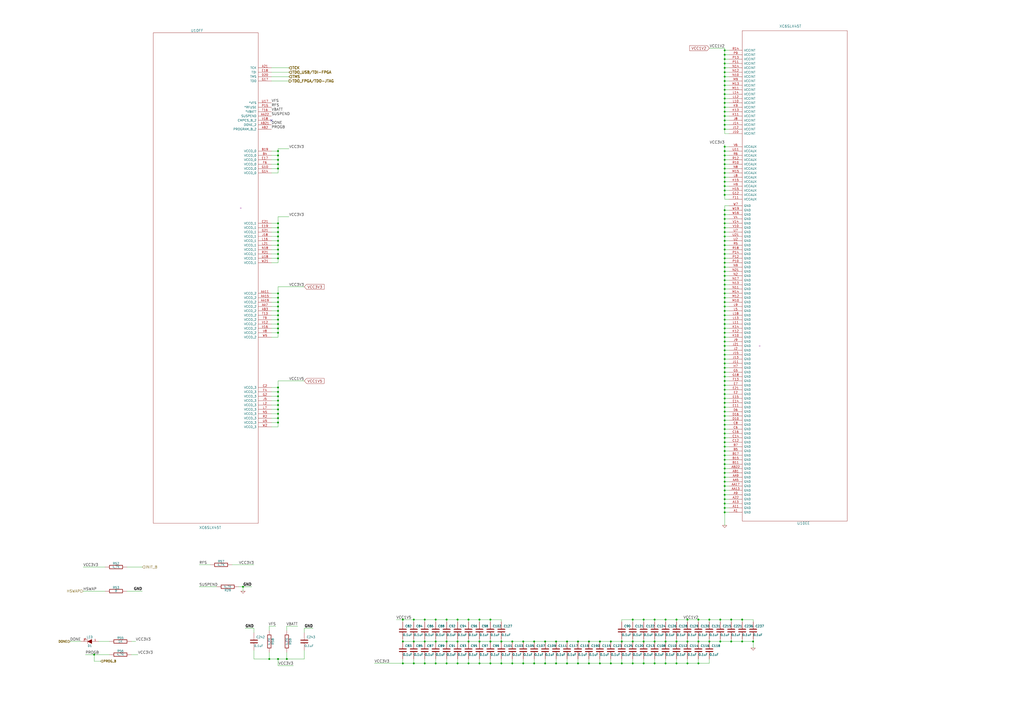
<source format=kicad_sch>
(kicad_sch (version 20250114) (generator "eeschema") (generator_version "9.0")
  (paper "A2")
  (title_block (title "Numato Opsis - FPGA Power Pins") (date "11 jan 2016") (rev "Rev2") (company "Numato Lab") (comment 1 "http://opsis.hdmi2usb.tv/") (comment 2 "Designed in collaboration between Numato Lab and TimVideos.us") (comment 3 "License: CC-BY-SA 4.0 International") (comment 4 "$Id: bf848e5ad39a10ff0104ea36e9256eea634df3f7 $"))
  (lib_symbols
    (symbol "C_1" (pin_numbers (hide yes)) (pin_names (offset 0.254))
      (property "Reference" "C" (at 0 2.54 0))
      (property "Value" "C" (at 0.1524 -2.159 0))
      (symbol "C_1_1_1"
        (pin passive line (at 0 5.08 270) (length 4.318) (name "~") (number "1"))
        (pin passive line (at 0 -5.08 90) (length 4.318) (name "~") (number "2"))
      )
    )
    (symbol "C_10" (pin_numbers (hide yes)) (pin_names (offset 0.254))
      (property "Reference" "C" (at 0 2.54 0))
      (property "Value" "C" (at 0.1524 -2.159 0))
      (symbol "C_10_1_1"
        (pin passive line (at 0 5.08 270) (length 4.318) (name "~") (number "1"))
        (pin passive line (at 0 -5.08 90) (length 4.318) (name "~") (number "2"))
      )
    )
    (symbol "C_100" (pin_numbers (hide yes)) (pin_names (offset 0.254))
      (property "Reference" "C" (at 0 2.54 0))
      (property "Value" "C" (at 0.1524 -2.159 0))
      (symbol "C_100_1_1"
        (pin passive line (at 0 5.08 270) (length 4.318) (name "~") (number "1"))
        (pin passive line (at 0 -5.08 90) (length 4.318) (name "~") (number "2"))
      )
    )
    (symbol "C_101" (pin_numbers (hide yes)) (pin_names (offset 0.254))
      (property "Reference" "C" (at 0 2.54 0))
      (property "Value" "C" (at 0.1524 -2.159 0))
      (symbol "C_101_1_1"
        (pin passive line (at 0 5.08 270) (length 4.318) (name "~") (number "1"))
        (pin passive line (at 0 -5.08 90) (length 4.318) (name "~") (number "2"))
      )
    )
    (symbol "C_102" (pin_numbers (hide yes)) (pin_names (offset 0.254))
      (property "Reference" "C" (at 0 2.54 0))
      (property "Value" "C" (at 0.1524 -2.159 0))
      (symbol "C_102_1_1"
        (pin passive line (at 0 5.08 270) (length 4.318) (name "~") (number "1"))
        (pin passive line (at 0 -5.08 90) (length 4.318) (name "~") (number "2"))
      )
    )
    (symbol "C_103" (pin_numbers (hide yes)) (pin_names (offset 0.254))
      (property "Reference" "C" (at 0 2.54 0))
      (property "Value" "C" (at 0.1524 -2.159 0))
      (symbol "C_103_1_1"
        (pin passive line (at 0 5.08 270) (length 4.318) (name "~") (number "1"))
        (pin passive line (at 0 -5.08 90) (length 4.318) (name "~") (number "2"))
      )
    )
    (symbol "C_104" (pin_numbers (hide yes)) (pin_names (offset 0.254))
      (property "Reference" "C" (at 0 2.54 0))
      (property "Value" "C" (at 0.1524 -2.159 0))
      (symbol "C_104_1_1"
        (pin passive line (at 0 5.08 270) (length 4.318) (name "~") (number "1"))
        (pin passive line (at 0 -5.08 90) (length 4.318) (name "~") (number "2"))
      )
    )
    (symbol "C_105" (pin_numbers (hide yes)) (pin_names (offset 0.254))
      (property "Reference" "C" (at 0 2.54 0))
      (property "Value" "C" (at 0.1524 -2.159 0))
      (symbol "C_105_1_1"
        (pin passive line (at 0 5.08 270) (length 4.318) (name "~") (number "1"))
        (pin passive line (at 0 -5.08 90) (length 4.318) (name "~") (number "2"))
      )
    )
    (symbol "C_106" (pin_numbers (hide yes)) (pin_names (offset 0.254))
      (property "Reference" "C" (at 0 2.54 0))
      (property "Value" "C" (at 0.1524 -2.159 0))
      (symbol "C_106_1_1"
        (pin passive line (at 0 5.08 270) (length 4.318) (name "~") (number "1"))
        (pin passive line (at 0 -5.08 90) (length 4.318) (name "~") (number "2"))
      )
    )
    (symbol "C_107" (pin_numbers (hide yes)) (pin_names (offset 0.254))
      (property "Reference" "C" (at 0 2.54 0))
      (property "Value" "C" (at 0.1524 -2.159 0))
      (symbol "C_107_1_1"
        (pin passive line (at 0 5.08 270) (length 4.318) (name "~") (number "1"))
        (pin passive line (at 0 -5.08 90) (length 4.318) (name "~") (number "2"))
      )
    )
    (symbol "C_108" (pin_numbers (hide yes)) (pin_names (offset 0.254))
      (property "Reference" "C" (at 0 2.54 0))
      (property "Value" "C" (at 0.1524 -2.159 0))
      (symbol "C_108_1_1"
        (pin passive line (at 0 5.08 270) (length 4.318) (name "~") (number "1"))
        (pin passive line (at 0 -5.08 90) (length 4.318) (name "~") (number "2"))
      )
    )
    (symbol "C_11" (pin_numbers (hide yes)) (pin_names (offset 0.254))
      (property "Reference" "C" (at 0 2.54 0))
      (property "Value" "C" (at 0.1524 -2.159 0))
      (symbol "C_11_1_1"
        (pin passive line (at 0 5.08 270) (length 4.318) (name "~") (number "1"))
        (pin passive line (at 0 -5.08 90) (length 4.318) (name "~") (number "2"))
      )
    )
    (symbol "C_12" (pin_numbers (hide yes)) (pin_names (offset 0.254))
      (property "Reference" "C" (at 0 2.54 0))
      (property "Value" "C" (at 0.1524 -2.159 0))
      (symbol "C_12_1_1"
        (pin passive line (at 0 5.08 270) (length 4.318) (name "~") (number "1"))
        (pin passive line (at 0 -5.08 90) (length 4.318) (name "~") (number "2"))
      )
    )
    (symbol "C_13" (pin_numbers (hide yes)) (pin_names (offset 0.254))
      (property "Reference" "C" (at 0 2.54 0))
      (property "Value" "C" (at 0.1524 -2.159 0))
      (symbol "C_13_1_1"
        (pin passive line (at 0 5.08 270) (length 4.318) (name "~") (number "1"))
        (pin passive line (at 0 -5.08 90) (length 4.318) (name "~") (number "2"))
      )
    )
    (symbol "C_14" (pin_numbers (hide yes)) (pin_names (offset 0.254))
      (property "Reference" "C" (at 0 2.54 0))
      (property "Value" "C" (at 0.1524 -2.159 0))
      (symbol "C_14_1_1"
        (pin passive line (at 0 5.08 270) (length 4.318) (name "~") (number "1"))
        (pin passive line (at 0 -5.08 90) (length 4.318) (name "~") (number "2"))
      )
    )
    (symbol "C_15" (pin_numbers (hide yes)) (pin_names (offset 0.254))
      (property "Reference" "C" (at 0 2.54 0))
      (property "Value" "C" (at 0.1524 -2.159 0))
      (symbol "C_15_1_1"
        (pin passive line (at 0 5.08 270) (length 4.318) (name "~") (number "1"))
        (pin passive line (at 0 -5.08 90) (length 4.318) (name "~") (number "2"))
      )
    )
    (symbol "C_16" (pin_numbers (hide yes)) (pin_names (offset 0.254))
      (property "Reference" "C" (at 0 2.54 0))
      (property "Value" "C" (at 0.1524 -2.159 0))
      (symbol "C_16_1_1"
        (pin passive line (at 0 5.08 270) (length 4.318) (name "~") (number "1"))
        (pin passive line (at 0 -5.08 90) (length 4.318) (name "~") (number "2"))
      )
    )
    (symbol "C_17" (pin_numbers (hide yes)) (pin_names (offset 0.254))
      (property "Reference" "C" (at 0 2.54 0))
      (property "Value" "C" (at 0.1524 -2.159 0))
      (symbol "C_17_1_1"
        (pin passive line (at 0 5.08 270) (length 4.318) (name "~") (number "1"))
        (pin passive line (at 0 -5.08 90) (length 4.318) (name "~") (number "2"))
      )
    )
    (symbol "C_18" (pin_numbers (hide yes)) (pin_names (offset 0.254))
      (property "Reference" "C" (at 0 2.54 0))
      (property "Value" "C" (at 0.1524 -2.159 0))
      (symbol "C_18_1_1"
        (pin passive line (at 0 5.08 270) (length 4.318) (name "~") (number "1"))
        (pin passive line (at 0 -5.08 90) (length 4.318) (name "~") (number "2"))
      )
    )
    (symbol "C_19" (pin_numbers (hide yes)) (pin_names (offset 0.254))
      (property "Reference" "C" (at 0 2.54 0))
      (property "Value" "C" (at 0.1524 -2.159 0))
      (symbol "C_19_1_1"
        (pin passive line (at 0 5.08 270) (length 4.318) (name "~") (number "1"))
        (pin passive line (at 0 -5.08 90) (length 4.318) (name "~") (number "2"))
      )
    )
    (symbol "C_2" (pin_numbers (hide yes)) (pin_names (offset 0.254))
      (property "Reference" "C" (at 0 2.54 0))
      (property "Value" "C" (at 0.1524 -2.159 0))
      (symbol "C_2_1_1"
        (pin passive line (at 0 5.08 270) (length 4.318) (name "~") (number "1"))
        (pin passive line (at 0 -5.08 90) (length 4.318) (name "~") (number "2"))
      )
    )
    (symbol "C_20" (pin_numbers (hide yes)) (pin_names (offset 0.254))
      (property "Reference" "C" (at 0 2.54 0))
      (property "Value" "C" (at 0.1524 -2.159 0))
      (symbol "C_20_1_1"
        (pin passive line (at 0 5.08 270) (length 4.318) (name "~") (number "1"))
        (pin passive line (at 0 -5.08 90) (length 4.318) (name "~") (number "2"))
      )
    )
    (symbol "C_21" (pin_numbers (hide yes)) (pin_names (offset 0.254))
      (property "Reference" "C" (at 0 2.54 0))
      (property "Value" "C" (at 0.1524 -2.159 0))
      (symbol "C_21_1_1"
        (pin passive line (at 0 5.08 270) (length 4.318) (name "~") (number "1"))
        (pin passive line (at 0 -5.08 90) (length 4.318) (name "~") (number "2"))
      )
    )
    (symbol "C_22" (pin_numbers (hide yes)) (pin_names (offset 0.254))
      (property "Reference" "C" (at 0 2.54 0))
      (property "Value" "C" (at 0.1524 -2.159 0))
      (symbol "C_22_1_1"
        (pin passive line (at 0 5.08 270) (length 4.318) (name "~") (number "1"))
        (pin passive line (at 0 -5.08 90) (length 4.318) (name "~") (number "2"))
      )
    )
    (symbol "C_23" (pin_numbers (hide yes)) (pin_names (offset 0.254))
      (property "Reference" "C" (at 0 2.54 0))
      (property "Value" "C" (at 0.1524 -2.159 0))
      (symbol "C_23_1_1"
        (pin passive line (at 0 5.08 270) (length 4.318) (name "~") (number "1"))
        (pin passive line (at 0 -5.08 90) (length 4.318) (name "~") (number "2"))
      )
    )
    (symbol "C_24" (pin_numbers (hide yes)) (pin_names (offset 0.254))
      (property "Reference" "C" (at 0 2.54 0))
      (property "Value" "C" (at 0.1524 -2.159 0))
      (symbol "C_24_1_1"
        (pin passive line (at 0 5.08 270) (length 4.318) (name "~") (number "1"))
        (pin passive line (at 0 -5.08 90) (length 4.318) (name "~") (number "2"))
      )
    )
    (symbol "C_25" (pin_numbers (hide yes)) (pin_names (offset 0.254))
      (property "Reference" "C" (at 0 2.54 0))
      (property "Value" "C" (at 0.1524 -2.159 0))
      (symbol "C_25_1_1"
        (pin passive line (at 0 5.08 270) (length 4.318) (name "~") (number "1"))
        (pin passive line (at 0 -5.08 90) (length 4.318) (name "~") (number "2"))
      )
    )
    (symbol "C_26" (pin_numbers (hide yes)) (pin_names (offset 0.254))
      (property "Reference" "C" (at 0 2.54 0))
      (property "Value" "C" (at 0.1524 -2.159 0))
      (symbol "C_26_1_1"
        (pin passive line (at 0 5.08 270) (length 4.318) (name "~") (number "1"))
        (pin passive line (at 0 -5.08 90) (length 4.318) (name "~") (number "2"))
      )
    )
    (symbol "C_27" (pin_numbers (hide yes)) (pin_names (offset 0.254))
      (property "Reference" "C" (at 0 2.54 0))
      (property "Value" "C" (at 0.1524 -2.159 0))
      (symbol "C_27_1_1"
        (pin passive line (at 0 5.08 270) (length 4.318) (name "~") (number "1"))
        (pin passive line (at 0 -5.08 90) (length 4.318) (name "~") (number "2"))
      )
    )
    (symbol "C_28" (pin_numbers (hide yes)) (pin_names (offset 0.254))
      (property "Reference" "C" (at 0 2.54 0))
      (property "Value" "C" (at 0.1524 -2.159 0))
      (symbol "C_28_1_1"
        (pin passive line (at 0 5.08 270) (length 4.318) (name "~") (number "1"))
        (pin passive line (at 0 -5.08 90) (length 4.318) (name "~") (number "2"))
      )
    )
    (symbol "C_29" (pin_numbers (hide yes)) (pin_names (offset 0.254))
      (property "Reference" "C" (at 0 2.54 0))
      (property "Value" "C" (at 0.1524 -2.159 0))
      (symbol "C_29_1_1"
        (pin passive line (at 0 5.08 270) (length 4.318) (name "~") (number "1"))
        (pin passive line (at 0 -5.08 90) (length 4.318) (name "~") (number "2"))
      )
    )
    (symbol "C_3" (pin_numbers (hide yes)) (pin_names (offset 0.254))
      (property "Reference" "C" (at 0 2.54 0))
      (property "Value" "C" (at 0.1524 -2.159 0))
      (symbol "C_3_1_1"
        (pin passive line (at 0 5.08 270) (length 4.318) (name "~") (number "1"))
        (pin passive line (at 0 -5.08 90) (length 4.318) (name "~") (number "2"))
      )
    )
    (symbol "C_30" (pin_numbers (hide yes)) (pin_names (offset 0.254))
      (property "Reference" "C" (at 0 2.54 0))
      (property "Value" "C" (at 0.1524 -2.159 0))
      (symbol "C_30_1_1"
        (pin passive line (at 0 5.08 270) (length 4.318) (name "~") (number "1"))
        (pin passive line (at 0 -5.08 90) (length 4.318) (name "~") (number "2"))
      )
    )
    (symbol "C_31" (pin_numbers (hide yes)) (pin_names (offset 0.254))
      (property "Reference" "C" (at 0 2.54 0))
      (property "Value" "C" (at 0.1524 -2.159 0))
      (symbol "C_31_1_1"
        (pin passive line (at 0 5.08 270) (length 4.318) (name "~") (number "1"))
        (pin passive line (at 0 -5.08 90) (length 4.318) (name "~") (number "2"))
      )
    )
    (symbol "C_32" (pin_numbers (hide yes)) (pin_names (offset 0.254))
      (property "Reference" "C" (at 0 2.54 0))
      (property "Value" "C" (at 0.1524 -2.159 0))
      (symbol "C_32_1_1"
        (pin passive line (at 0 5.08 270) (length 4.318) (name "~") (number "1"))
        (pin passive line (at 0 -5.08 90) (length 4.318) (name "~") (number "2"))
      )
    )
    (symbol "C_33" (pin_numbers (hide yes)) (pin_names (offset 0.254))
      (property "Reference" "C" (at 0 2.54 0))
      (property "Value" "C" (at 0.1524 -2.159 0))
      (symbol "C_33_1_1"
        (pin passive line (at 0 5.08 270) (length 4.318) (name "~") (number "1"))
        (pin passive line (at 0 -5.08 90) (length 4.318) (name "~") (number "2"))
      )
    )
    (symbol "C_34" (pin_numbers (hide yes)) (pin_names (offset 0.254))
      (property "Reference" "C" (at 0 2.54 0))
      (property "Value" "C" (at 0.1524 -2.159 0))
      (symbol "C_34_1_1"
        (pin passive line (at 0 5.08 270) (length 4.318) (name "~") (number "1"))
        (pin passive line (at 0 -5.08 90) (length 4.318) (name "~") (number "2"))
      )
    )
    (symbol "C_35" (pin_numbers (hide yes)) (pin_names (offset 0.254))
      (property "Reference" "C" (at 0 2.54 0))
      (property "Value" "C" (at 0.1524 -2.159 0))
      (symbol "C_35_1_1"
        (pin passive line (at 0 5.08 270) (length 4.318) (name "~") (number "1"))
        (pin passive line (at 0 -5.08 90) (length 4.318) (name "~") (number "2"))
      )
    )
    (symbol "C_36" (pin_numbers (hide yes)) (pin_names (offset 0.254))
      (property "Reference" "C" (at 0 2.54 0))
      (property "Value" "C" (at 0.1524 -2.159 0))
      (symbol "C_36_1_1"
        (pin passive line (at 0 5.08 270) (length 4.318) (name "~") (number "1"))
        (pin passive line (at 0 -5.08 90) (length 4.318) (name "~") (number "2"))
      )
    )
    (symbol "C_37" (pin_numbers (hide yes)) (pin_names (offset 0.254))
      (property "Reference" "C" (at 0 2.54 0))
      (property "Value" "C" (at 0.1524 -2.159 0))
      (symbol "C_37_1_1"
        (pin passive line (at 0 5.08 270) (length 4.318) (name "~") (number "1"))
        (pin passive line (at 0 -5.08 90) (length 4.318) (name "~") (number "2"))
      )
    )
    (symbol "C_38" (pin_numbers (hide yes)) (pin_names (offset 0.254))
      (property "Reference" "C" (at 0 2.54 0))
      (property "Value" "C" (at 0.1524 -2.159 0))
      (symbol "C_38_1_1"
        (pin passive line (at 0 5.08 270) (length 4.318) (name "~") (number "1"))
        (pin passive line (at 0 -5.08 90) (length 4.318) (name "~") (number "2"))
      )
    )
    (symbol "C_39" (pin_numbers (hide yes)) (pin_names (offset 0.254))
      (property "Reference" "C" (at 0 2.54 0))
      (property "Value" "C" (at 0.1524 -2.159 0))
      (symbol "C_39_1_1"
        (pin passive line (at 0 5.08 270) (length 4.318) (name "~") (number "1"))
        (pin passive line (at 0 -5.08 90) (length 4.318) (name "~") (number "2"))
      )
    )
    (symbol "C_4" (pin_numbers (hide yes)) (pin_names (offset 0.254))
      (property "Reference" "C" (at 0 2.54 0))
      (property "Value" "C" (at 0.1524 -2.159 0))
      (symbol "C_4_1_1"
        (pin passive line (at 0 5.08 270) (length 4.318) (name "~") (number "1"))
        (pin passive line (at 0 -5.08 90) (length 4.318) (name "~") (number "2"))
      )
    )
    (symbol "C_40" (pin_numbers (hide yes)) (pin_names (offset 0.254))
      (property "Reference" "C" (at 0 2.54 0))
      (property "Value" "C" (at 0.1524 -2.159 0))
      (symbol "C_40_1_1"
        (pin passive line (at 0 5.08 270) (length 4.318) (name "~") (number "1"))
        (pin passive line (at 0 -5.08 90) (length 4.318) (name "~") (number "2"))
      )
    )
    (symbol "C_41" (pin_numbers (hide yes)) (pin_names (offset 0.254))
      (property "Reference" "C" (at 0 2.54 0))
      (property "Value" "C" (at 0.1524 -2.159 0))
      (symbol "C_41_1_1"
        (pin passive line (at 0 5.08 270) (length 4.318) (name "~") (number "1"))
        (pin passive line (at 0 -5.08 90) (length 4.318) (name "~") (number "2"))
      )
    )
    (symbol "C_42" (pin_numbers (hide yes)) (pin_names (offset 0.254))
      (property "Reference" "C" (at 0 2.54 0))
      (property "Value" "C" (at 0.1524 -2.159 0))
      (symbol "C_42_1_1"
        (pin passive line (at 0 5.08 270) (length 4.318) (name "~") (number "1"))
        (pin passive line (at 0 -5.08 90) (length 4.318) (name "~") (number "2"))
      )
    )
    (symbol "C_43" (pin_numbers (hide yes)) (pin_names (offset 0.254))
      (property "Reference" "C" (at 0 2.54 0))
      (property "Value" "C" (at 0.1524 -2.159 0))
      (symbol "C_43_1_1"
        (pin passive line (at 0 5.08 270) (length 4.318) (name "~") (number "1"))
        (pin passive line (at 0 -5.08 90) (length 4.318) (name "~") (number "2"))
      )
    )
    (symbol "C_44" (pin_numbers (hide yes)) (pin_names (offset 0.254))
      (property "Reference" "C" (at 0 2.54 0))
      (property "Value" "C" (at 0.1524 -2.159 0))
      (symbol "C_44_1_1"
        (pin passive line (at 0 5.08 270) (length 4.318) (name "~") (number "1"))
        (pin passive line (at 0 -5.08 90) (length 4.318) (name "~") (number "2"))
      )
    )
    (symbol "C_45" (pin_numbers (hide yes)) (pin_names (offset 0.254))
      (property "Reference" "C" (at 0 2.54 0))
      (property "Value" "C" (at 0.1524 -2.159 0))
      (symbol "C_45_1_1"
        (pin passive line (at 0 5.08 270) (length 4.318) (name "~") (number "1"))
        (pin passive line (at 0 -5.08 90) (length 4.318) (name "~") (number "2"))
      )
    )
    (symbol "C_46" (pin_numbers (hide yes)) (pin_names (offset 0.254))
      (property "Reference" "C" (at 0 2.54 0))
      (property "Value" "C" (at 0.1524 -2.159 0))
      (symbol "C_46_1_1"
        (pin passive line (at 0 5.08 270) (length 4.318) (name "~") (number "1"))
        (pin passive line (at 0 -5.08 90) (length 4.318) (name "~") (number "2"))
      )
    )
    (symbol "C_47" (pin_numbers (hide yes)) (pin_names (offset 0.254))
      (property "Reference" "C" (at 0 2.54 0))
      (property "Value" "C" (at 0.1524 -2.159 0))
      (symbol "C_47_1_1"
        (pin passive line (at 0 5.08 270) (length 4.318) (name "~") (number "1"))
        (pin passive line (at 0 -5.08 90) (length 4.318) (name "~") (number "2"))
      )
    )
    (symbol "C_48" (pin_numbers (hide yes)) (pin_names (offset 0.254))
      (property "Reference" "C" (at 0 2.54 0))
      (property "Value" "C" (at 0.1524 -2.159 0))
      (symbol "C_48_1_1"
        (pin passive line (at 0 5.08 270) (length 4.318) (name "~") (number "1"))
        (pin passive line (at 0 -5.08 90) (length 4.318) (name "~") (number "2"))
      )
    )
    (symbol "C_49" (pin_numbers (hide yes)) (pin_names (offset 0.254))
      (property "Reference" "C" (at 0 2.54 0))
      (property "Value" "C" (at 0.1524 -2.159 0))
      (symbol "C_49_1_1"
        (pin passive line (at 0 5.08 270) (length 4.318) (name "~") (number "1"))
        (pin passive line (at 0 -5.08 90) (length 4.318) (name "~") (number "2"))
      )
    )
    (symbol "C_5" (pin_numbers (hide yes)) (pin_names (offset 0.254))
      (property "Reference" "C" (at 0 2.54 0))
      (property "Value" "C" (at 0.1524 -2.159 0))
      (symbol "C_5_1_1"
        (pin passive line (at 0 5.08 270) (length 4.318) (name "~") (number "1"))
        (pin passive line (at 0 -5.08 90) (length 4.318) (name "~") (number "2"))
      )
    )
    (symbol "C_50" (pin_numbers (hide yes)) (pin_names (offset 0.254))
      (property "Reference" "C" (at 0 2.54 0))
      (property "Value" "C" (at 0.1524 -2.159 0))
      (symbol "C_50_1_1"
        (pin passive line (at 0 5.08 270) (length 4.318) (name "~") (number "1"))
        (pin passive line (at 0 -5.08 90) (length 4.318) (name "~") (number "2"))
      )
    )
    (symbol "C_51" (pin_numbers (hide yes)) (pin_names (offset 0.254))
      (property "Reference" "C" (at 0 2.54 0))
      (property "Value" "C" (at 0.1524 -2.159 0))
      (symbol "C_51_1_1"
        (pin passive line (at 0 5.08 270) (length 4.318) (name "~") (number "1"))
        (pin passive line (at 0 -5.08 90) (length 4.318) (name "~") (number "2"))
      )
    )
    (symbol "C_52" (pin_numbers (hide yes)) (pin_names (offset 0.254))
      (property "Reference" "C" (at 0 2.54 0))
      (property "Value" "C" (at 0.1524 -2.159 0))
      (symbol "C_52_1_1"
        (pin passive line (at 0 5.08 270) (length 4.318) (name "~") (number "1"))
        (pin passive line (at 0 -5.08 90) (length 4.318) (name "~") (number "2"))
      )
    )
    (symbol "C_53" (pin_numbers (hide yes)) (pin_names (offset 0.254))
      (property "Reference" "C" (at 0 2.54 0))
      (property "Value" "C" (at 0.1524 -2.159 0))
      (symbol "C_53_1_1"
        (pin passive line (at 0 5.08 270) (length 4.318) (name "~") (number "1"))
        (pin passive line (at 0 -5.08 90) (length 4.318) (name "~") (number "2"))
      )
    )
    (symbol "C_54" (pin_numbers (hide yes)) (pin_names (offset 0.254))
      (property "Reference" "C" (at 0 2.54 0))
      (property "Value" "C" (at 0.1524 -2.159 0))
      (symbol "C_54_1_1"
        (pin passive line (at 0 5.08 270) (length 4.318) (name "~") (number "1"))
        (pin passive line (at 0 -5.08 90) (length 4.318) (name "~") (number "2"))
      )
    )
    (symbol "C_55" (pin_numbers (hide yes)) (pin_names (offset 0.254))
      (property "Reference" "C" (at 0 2.54 0))
      (property "Value" "C" (at 0.1524 -2.159 0))
      (symbol "C_55_1_1"
        (pin passive line (at 0 5.08 270) (length 4.318) (name "~") (number "1"))
        (pin passive line (at 0 -5.08 90) (length 4.318) (name "~") (number "2"))
      )
    )
    (symbol "C_56" (pin_numbers (hide yes)) (pin_names (offset 0.254))
      (property "Reference" "C" (at 0 2.54 0))
      (property "Value" "C" (at 0.1524 -2.159 0))
      (symbol "C_56_1_1"
        (pin passive line (at 0 5.08 270) (length 4.318) (name "~") (number "1"))
        (pin passive line (at 0 -5.08 90) (length 4.318) (name "~") (number "2"))
      )
    )
    (symbol "C_57" (pin_numbers (hide yes)) (pin_names (offset 0.254))
      (property "Reference" "C" (at 0 2.54 0))
      (property "Value" "C" (at 0.1524 -2.159 0))
      (symbol "C_57_1_1"
        (pin passive line (at 0 5.08 270) (length 4.318) (name "~") (number "1"))
        (pin passive line (at 0 -5.08 90) (length 4.318) (name "~") (number "2"))
      )
    )
    (symbol "C_58" (pin_numbers (hide yes)) (pin_names (offset 0.254))
      (property "Reference" "C" (at 0 2.54 0))
      (property "Value" "C" (at 0.1524 -2.159 0))
      (symbol "C_58_1_1"
        (pin passive line (at 0 5.08 270) (length 4.318) (name "~") (number "1"))
        (pin passive line (at 0 -5.08 90) (length 4.318) (name "~") (number "2"))
      )
    )
    (symbol "C_59" (pin_numbers (hide yes)) (pin_names (offset 0.254))
      (property "Reference" "C" (at 0 2.54 0))
      (property "Value" "C" (at 0.1524 -2.159 0))
      (symbol "C_59_1_1"
        (pin passive line (at 0 5.08 270) (length 4.318) (name "~") (number "1"))
        (pin passive line (at 0 -5.08 90) (length 4.318) (name "~") (number "2"))
      )
    )
    (symbol "C_6" (pin_numbers (hide yes)) (pin_names (offset 0.254))
      (property "Reference" "C" (at 0 2.54 0))
      (property "Value" "C" (at 0.1524 -2.159 0))
      (symbol "C_6_1_1"
        (pin passive line (at 0 5.08 270) (length 4.318) (name "~") (number "1"))
        (pin passive line (at 0 -5.08 90) (length 4.318) (name "~") (number "2"))
      )
    )
    (symbol "C_60" (pin_numbers (hide yes)) (pin_names (offset 0.254))
      (property "Reference" "C" (at 0 2.54 0))
      (property "Value" "C" (at 0.1524 -2.159 0))
      (symbol "C_60_1_1"
        (pin passive line (at 0 5.08 270) (length 4.318) (name "~") (number "1"))
        (pin passive line (at 0 -5.08 90) (length 4.318) (name "~") (number "2"))
      )
    )
    (symbol "C_61" (pin_numbers (hide yes)) (pin_names (offset 0.254))
      (property "Reference" "C" (at 0 2.54 0))
      (property "Value" "C" (at 0.1524 -2.159 0))
      (symbol "C_61_1_1"
        (pin passive line (at 0 5.08 270) (length 4.318) (name "~") (number "1"))
        (pin passive line (at 0 -5.08 90) (length 4.318) (name "~") (number "2"))
      )
    )
    (symbol "C_62" (pin_numbers (hide yes)) (pin_names (offset 0.254))
      (property "Reference" "C" (at 0 2.54 0))
      (property "Value" "C" (at 0.1524 -2.159 0))
      (symbol "C_62_1_1"
        (pin passive line (at 0 5.08 270) (length 4.318) (name "~") (number "1"))
        (pin passive line (at 0 -5.08 90) (length 4.318) (name "~") (number "2"))
      )
    )
    (symbol "C_63" (pin_numbers (hide yes)) (pin_names (offset 0.254))
      (property "Reference" "C" (at 0 2.54 0))
      (property "Value" "C" (at 0.1524 -2.159 0))
      (symbol "C_63_1_1"
        (pin passive line (at 0 5.08 270) (length 4.318) (name "~") (number "1"))
        (pin passive line (at 0 -5.08 90) (length 4.318) (name "~") (number "2"))
      )
    )
    (symbol "C_64" (pin_numbers (hide yes)) (pin_names (offset 0.254))
      (property "Reference" "C" (at 0 2.54 0))
      (property "Value" "C" (at 0.1524 -2.159 0))
      (symbol "C_64_1_1"
        (pin passive line (at 0 5.08 270) (length 4.318) (name "~") (number "1"))
        (pin passive line (at 0 -5.08 90) (length 4.318) (name "~") (number "2"))
      )
    )
    (symbol "C_65" (pin_numbers (hide yes)) (pin_names (offset 0.254))
      (property "Reference" "C" (at 0 2.54 0))
      (property "Value" "C" (at 0.1524 -2.159 0))
      (symbol "C_65_1_1"
        (pin passive line (at 0 5.08 270) (length 4.318) (name "~") (number "1"))
        (pin passive line (at 0 -5.08 90) (length 4.318) (name "~") (number "2"))
      )
    )
    (symbol "C_66" (pin_numbers (hide yes)) (pin_names (offset 0.254))
      (property "Reference" "C" (at 0 2.54 0))
      (property "Value" "C" (at 0.1524 -2.159 0))
      (symbol "C_66_1_1"
        (pin passive line (at 0 5.08 270) (length 4.318) (name "~") (number "1"))
        (pin passive line (at 0 -5.08 90) (length 4.318) (name "~") (number "2"))
      )
    )
    (symbol "C_67" (pin_numbers (hide yes)) (pin_names (offset 0.254))
      (property "Reference" "C" (at 0 2.54 0))
      (property "Value" "C" (at 0.1524 -2.159 0))
      (symbol "C_67_1_1"
        (pin passive line (at 0 5.08 270) (length 4.318) (name "~") (number "1"))
        (pin passive line (at 0 -5.08 90) (length 4.318) (name "~") (number "2"))
      )
    )
    (symbol "C_68" (pin_numbers (hide yes)) (pin_names (offset 0.254))
      (property "Reference" "C" (at 0 2.54 0))
      (property "Value" "C" (at 0.1524 -2.159 0))
      (symbol "C_68_1_1"
        (pin passive line (at 0 5.08 270) (length 4.318) (name "~") (number "1"))
        (pin passive line (at 0 -5.08 90) (length 4.318) (name "~") (number "2"))
      )
    )
    (symbol "C_69" (pin_numbers (hide yes)) (pin_names (offset 0.254))
      (property "Reference" "C" (at 0 2.54 0))
      (property "Value" "C" (at 0.1524 -2.159 0))
      (symbol "C_69_1_1"
        (pin passive line (at 0 5.08 270) (length 4.318) (name "~") (number "1"))
        (pin passive line (at 0 -5.08 90) (length 4.318) (name "~") (number "2"))
      )
    )
    (symbol "C_7" (pin_numbers (hide yes)) (pin_names (offset 0.254))
      (property "Reference" "C" (at 0 2.54 0))
      (property "Value" "C" (at 0.1524 -2.159 0))
      (symbol "C_7_1_1"
        (pin passive line (at 0 5.08 270) (length 4.318) (name "~") (number "1"))
        (pin passive line (at 0 -5.08 90) (length 4.318) (name "~") (number "2"))
      )
    )
    (symbol "C_70" (pin_numbers (hide yes)) (pin_names (offset 0.254))
      (property "Reference" "C" (at 0 2.54 0))
      (property "Value" "C" (at 0.1524 -2.159 0))
      (symbol "C_70_1_1"
        (pin passive line (at 0 5.08 270) (length 4.318) (name "~") (number "1"))
        (pin passive line (at 0 -5.08 90) (length 4.318) (name "~") (number "2"))
      )
    )
    (symbol "C_71" (pin_numbers (hide yes)) (pin_names (offset 0.254))
      (property "Reference" "C" (at 0 2.54 0))
      (property "Value" "C" (at 0.1524 -2.159 0))
      (symbol "C_71_1_1"
        (pin passive line (at 0 5.08 270) (length 4.318) (name "~") (number "1"))
        (pin passive line (at 0 -5.08 90) (length 4.318) (name "~") (number "2"))
      )
    )
    (symbol "C_72" (pin_numbers (hide yes)) (pin_names (offset 0.254))
      (property "Reference" "C" (at 0 2.54 0))
      (property "Value" "C" (at 0.1524 -2.159 0))
      (symbol "C_72_1_1"
        (pin passive line (at 0 5.08 270) (length 4.318) (name "~") (number "1"))
        (pin passive line (at 0 -5.08 90) (length 4.318) (name "~") (number "2"))
      )
    )
    (symbol "C_73" (pin_numbers (hide yes)) (pin_names (offset 0.254))
      (property "Reference" "C" (at 0 2.54 0))
      (property "Value" "C" (at 0.1524 -2.159 0))
      (symbol "C_73_1_1"
        (pin passive line (at 0 5.08 270) (length 4.318) (name "~") (number "1"))
        (pin passive line (at 0 -5.08 90) (length 4.318) (name "~") (number "2"))
      )
    )
    (symbol "C_74" (pin_numbers (hide yes)) (pin_names (offset 0.254))
      (property "Reference" "C" (at 0 2.54 0))
      (property "Value" "C" (at 0.1524 -2.159 0))
      (symbol "C_74_1_1"
        (pin passive line (at 0 5.08 270) (length 4.318) (name "~") (number "1"))
        (pin passive line (at 0 -5.08 90) (length 4.318) (name "~") (number "2"))
      )
    )
    (symbol "C_75" (pin_numbers (hide yes)) (pin_names (offset 0.254))
      (property "Reference" "C" (at 0 2.54 0))
      (property "Value" "C" (at 0.1524 -2.159 0))
      (symbol "C_75_1_1"
        (pin passive line (at 0 5.08 270) (length 4.318) (name "~") (number "1"))
        (pin passive line (at 0 -5.08 90) (length 4.318) (name "~") (number "2"))
      )
    )
    (symbol "C_76" (pin_numbers (hide yes)) (pin_names (offset 0.254))
      (property "Reference" "C" (at 0 2.54 0))
      (property "Value" "C" (at 0.1524 -2.159 0))
      (symbol "C_76_1_1"
        (pin passive line (at 0 5.08 270) (length 4.318) (name "~") (number "1"))
        (pin passive line (at 0 -5.08 90) (length 4.318) (name "~") (number "2"))
      )
    )
    (symbol "C_77" (pin_numbers (hide yes)) (pin_names (offset 0.254))
      (property "Reference" "C" (at 0 2.54 0))
      (property "Value" "C" (at 0.1524 -2.159 0))
      (symbol "C_77_1_1"
        (pin passive line (at 0 5.08 270) (length 4.318) (name "~") (number "1"))
        (pin passive line (at 0 -5.08 90) (length 4.318) (name "~") (number "2"))
      )
    )
    (symbol "C_78" (pin_numbers (hide yes)) (pin_names (offset 0.254))
      (property "Reference" "C" (at 0 2.54 0))
      (property "Value" "C" (at 0.1524 -2.159 0))
      (symbol "C_78_1_1"
        (pin passive line (at 0 5.08 270) (length 4.318) (name "~") (number "1"))
        (pin passive line (at 0 -5.08 90) (length 4.318) (name "~") (number "2"))
      )
    )
    (symbol "C_79" (pin_numbers (hide yes)) (pin_names (offset 0.254))
      (property "Reference" "C" (at 0 2.54 0))
      (property "Value" "C" (at 0.1524 -2.159 0))
      (symbol "C_79_1_1"
        (pin passive line (at 0 5.08 270) (length 4.318) (name "~") (number "1"))
        (pin passive line (at 0 -5.08 90) (length 4.318) (name "~") (number "2"))
      )
    )
    (symbol "C_8" (pin_numbers (hide yes)) (pin_names (offset 0.254))
      (property "Reference" "C" (at 0 2.54 0))
      (property "Value" "C" (at 0.1524 -2.159 0))
      (symbol "C_8_1_1"
        (pin passive line (at 0 5.08 270) (length 4.318) (name "~") (number "1"))
        (pin passive line (at 0 -5.08 90) (length 4.318) (name "~") (number "2"))
      )
    )
    (symbol "C_80" (pin_numbers (hide yes)) (pin_names (offset 0.254))
      (property "Reference" "C" (at 0 2.54 0))
      (property "Value" "C" (at 0.1524 -2.159 0))
      (symbol "C_80_1_1"
        (pin passive line (at 0 5.08 270) (length 4.318) (name "~") (number "1"))
        (pin passive line (at 0 -5.08 90) (length 4.318) (name "~") (number "2"))
      )
    )
    (symbol "C_81" (pin_numbers (hide yes)) (pin_names (offset 0.254))
      (property "Reference" "C" (at 0 2.54 0))
      (property "Value" "C" (at 0.1524 -2.159 0))
      (symbol "C_81_1_1"
        (pin passive line (at 0 5.08 270) (length 4.318) (name "~") (number "1"))
        (pin passive line (at 0 -5.08 90) (length 4.318) (name "~") (number "2"))
      )
    )
    (symbol "C_82" (pin_numbers (hide yes)) (pin_names (offset 0.254))
      (property "Reference" "C" (at 0 2.54 0))
      (property "Value" "C" (at 0.1524 -2.159 0))
      (symbol "C_82_1_1"
        (pin passive line (at 0 5.08 270) (length 4.318) (name "~") (number "1"))
        (pin passive line (at 0 -5.08 90) (length 4.318) (name "~") (number "2"))
      )
    )
    (symbol "C_83" (pin_numbers (hide yes)) (pin_names (offset 0.254))
      (property "Reference" "C" (at 0 2.54 0))
      (property "Value" "C" (at 0.1524 -2.159 0))
      (symbol "C_83_1_1"
        (pin passive line (at 0 5.08 270) (length 4.318) (name "~") (number "1"))
        (pin passive line (at 0 -5.08 90) (length 4.318) (name "~") (number "2"))
      )
    )
    (symbol "C_84" (pin_numbers (hide yes)) (pin_names (offset 0.254))
      (property "Reference" "C" (at 0 2.54 0))
      (property "Value" "C" (at 0.1524 -2.159 0))
      (symbol "C_84_1_1"
        (pin passive line (at 0 5.08 270) (length 4.318) (name "~") (number "1"))
        (pin passive line (at 0 -5.08 90) (length 4.318) (name "~") (number "2"))
      )
    )
    (symbol "C_85" (pin_numbers (hide yes)) (pin_names (offset 0.254))
      (property "Reference" "C" (at 0 2.54 0))
      (property "Value" "C" (at 0.1524 -2.159 0))
      (symbol "C_85_1_1"
        (pin passive line (at 0 5.08 270) (length 4.318) (name "~") (number "1"))
        (pin passive line (at 0 -5.08 90) (length 4.318) (name "~") (number "2"))
      )
    )
    (symbol "C_86" (pin_numbers (hide yes)) (pin_names (offset 0.254))
      (property "Reference" "C" (at 0 2.54 0))
      (property "Value" "C" (at 0.1524 -2.159 0))
      (symbol "C_86_1_1"
        (pin passive line (at 0 5.08 270) (length 4.318) (name "~") (number "1"))
        (pin passive line (at 0 -5.08 90) (length 4.318) (name "~") (number "2"))
      )
    )
    (symbol "C_87" (pin_numbers (hide yes)) (pin_names (offset 0.254))
      (property "Reference" "C" (at 0 2.54 0))
      (property "Value" "C" (at 0.1524 -2.159 0))
      (symbol "C_87_1_1"
        (pin passive line (at 0 5.08 270) (length 4.318) (name "~") (number "1"))
        (pin passive line (at 0 -5.08 90) (length 4.318) (name "~") (number "2"))
      )
    )
    (symbol "C_88" (pin_numbers (hide yes)) (pin_names (offset 0.254))
      (property "Reference" "C" (at 0 2.54 0))
      (property "Value" "C" (at 0.1524 -2.159 0))
      (symbol "C_88_1_1"
        (pin passive line (at 0 5.08 270) (length 4.318) (name "~") (number "1"))
        (pin passive line (at 0 -5.08 90) (length 4.318) (name "~") (number "2"))
      )
    )
    (symbol "C_89" (pin_numbers (hide yes)) (pin_names (offset 0.254))
      (property "Reference" "C" (at 0 2.54 0))
      (property "Value" "C" (at 0.1524 -2.159 0))
      (symbol "C_89_1_1"
        (pin passive line (at 0 5.08 270) (length 4.318) (name "~") (number "1"))
        (pin passive line (at 0 -5.08 90) (length 4.318) (name "~") (number "2"))
      )
    )
    (symbol "C_9" (pin_numbers (hide yes)) (pin_names (offset 0.254))
      (property "Reference" "C" (at 0 2.54 0))
      (property "Value" "C" (at 0.1524 -2.159 0))
      (symbol "C_9_1_1"
        (pin passive line (at 0 5.08 270) (length 4.318) (name "~") (number "1"))
        (pin passive line (at 0 -5.08 90) (length 4.318) (name "~") (number "2"))
      )
    )
    (symbol "C_90" (pin_numbers (hide yes)) (pin_names (offset 0.254))
      (property "Reference" "C" (at 0 2.54 0))
      (property "Value" "C" (at 0.1524 -2.159 0))
      (symbol "C_90_1_1"
        (pin passive line (at 0 5.08 270) (length 4.318) (name "~") (number "1"))
        (pin passive line (at 0 -5.08 90) (length 4.318) (name "~") (number "2"))
      )
    )
    (symbol "C_91" (pin_numbers (hide yes)) (pin_names (offset 0.254))
      (property "Reference" "C" (at 0 2.54 0))
      (property "Value" "C" (at 0.1524 -2.159 0))
      (symbol "C_91_1_1"
        (pin passive line (at 0 5.08 270) (length 4.318) (name "~") (number "1"))
        (pin passive line (at 0 -5.08 90) (length 4.318) (name "~") (number "2"))
      )
    )
    (symbol "C_92" (pin_numbers (hide yes)) (pin_names (offset 0.254))
      (property "Reference" "C" (at 0 2.54 0))
      (property "Value" "C" (at 0.1524 -2.159 0))
      (symbol "C_92_1_1"
        (pin passive line (at 0 5.08 270) (length 4.318) (name "~") (number "1"))
        (pin passive line (at 0 -5.08 90) (length 4.318) (name "~") (number "2"))
      )
    )
    (symbol "C_93" (pin_numbers (hide yes)) (pin_names (offset 0.254))
      (property "Reference" "C" (at 0 2.54 0))
      (property "Value" "C" (at 0.1524 -2.159 0))
      (symbol "C_93_1_1"
        (pin passive line (at 0 5.08 270) (length 4.318) (name "~") (number "1"))
        (pin passive line (at 0 -5.08 90) (length 4.318) (name "~") (number "2"))
      )
    )
    (symbol "C_94" (pin_numbers (hide yes)) (pin_names (offset 0.254))
      (property "Reference" "C" (at 0 2.54 0))
      (property "Value" "C" (at 0.1524 -2.159 0))
      (symbol "C_94_1_1"
        (pin passive line (at 0 5.08 270) (length 4.318) (name "~") (number "1"))
        (pin passive line (at 0 -5.08 90) (length 4.318) (name "~") (number "2"))
      )
    )
    (symbol "C_95" (pin_numbers (hide yes)) (pin_names (offset 0.254))
      (property "Reference" "C" (at 0 2.54 0))
      (property "Value" "C" (at 0.1524 -2.159 0))
      (symbol "C_95_1_1"
        (pin passive line (at 0 5.08 270) (length 4.318) (name "~") (number "1"))
        (pin passive line (at 0 -5.08 90) (length 4.318) (name "~") (number "2"))
      )
    )
    (symbol "C_96" (pin_numbers (hide yes)) (pin_names (offset 0.254))
      (property "Reference" "C" (at 0 2.54 0))
      (property "Value" "C" (at 0.1524 -2.159 0))
      (symbol "C_96_1_1"
        (pin passive line (at 0 5.08 270) (length 4.318) (name "~") (number "1"))
        (pin passive line (at 0 -5.08 90) (length 4.318) (name "~") (number "2"))
      )
    )
    (symbol "C_97" (pin_numbers (hide yes)) (pin_names (offset 0.254))
      (property "Reference" "C" (at 0 2.54 0))
      (property "Value" "C" (at 0.1524 -2.159 0))
      (symbol "C_97_1_1"
        (pin passive line (at 0 5.08 270) (length 4.318) (name "~") (number "1"))
        (pin passive line (at 0 -5.08 90) (length 4.318) (name "~") (number "2"))
      )
    )
    (symbol "C_98" (pin_numbers (hide yes)) (pin_names (offset 0.254))
      (property "Reference" "C" (at 0 2.54 0))
      (property "Value" "C" (at 0.1524 -2.159 0))
      (symbol "C_98_1_1"
        (pin passive line (at 0 5.08 270) (length 4.318) (name "~") (number "1"))
        (pin passive line (at 0 -5.08 90) (length 4.318) (name "~") (number "2"))
      )
    )
    (symbol "C_99" (pin_numbers (hide yes)) (pin_names (offset 0.254))
      (property "Reference" "C" (at 0 2.54 0))
      (property "Value" "C" (at 0.1524 -2.159 0))
      (symbol "C_99_1_1"
        (pin passive line (at 0 5.08 270) (length 4.318) (name "~") (number "1"))
        (pin passive line (at 0 -5.08 90) (length 4.318) (name "~") (number "2"))
      )
    )
    (symbol "GND_1" (power) (pin_names (offset 0))
      (symbol "GND_1_1_1"
        (pin power_in line (at 0 0 90) (length 0) (hide yes) (name "GND") (number "1"))
      )
    )
    (symbol "GND_2" (power) (pin_names (offset 0))
      (symbol "GND_2_1_1"
        (pin power_in line (at 0 0 90) (length 0) (hide yes) (name "GND") (number "1"))
      )
    )
    (symbol "GND_3" (power) (pin_names (offset 0))
      (symbol "GND_3_1_1"
        (pin power_in line (at 0 0 90) (length 0) (hide yes) (name "GND") (number "1"))
      )
    )
    (symbol "GND_4" (power) (pin_names (offset 0))
      (symbol "GND_4_1_1"
        (pin power_in line (at 0 0 90) (length 0) (hide yes) (name "GND") (number "1"))
      )
    )
    (symbol "GND_5" (power) (pin_names (offset 0))
      (symbol "GND_5_1_1"
        (pin power_in line (at 0 0 90) (length 0) (hide yes) (name "GND") (number "1"))
      )
    )
    (symbol "GND_6" (power) (pin_names (offset 0))
      (symbol "GND_6_1_1"
        (pin power_in line (at 0 0 90) (length 0) (hide yes) (name "GND") (number "1"))
      )
    )
    (symbol "LED_1" (pin_names (offset 1.016) (hide yes))
      (property "Reference" "D" (at 0 2.54 0))
      (property "Value" "LED" (at 0 -2.54 0))
      (symbol "LED_1_1_1"
        (pin passive line (at -5.08 0 0) (length 3.81) (name "A") (number "1"))
        (pin passive line (at 5.08 0 180) (length 3.81) (name "K") (number "2"))
      )
    )
    (symbol "LED_2" (pin_names (offset 1.016) (hide yes))
      (property "Reference" "D" (at 0 2.54 0))
      (property "Value" "LED" (at 0 -2.54 0))
      (symbol "LED_2_1_1"
        (pin passive line (at -5.08 0 0) (length 3.81) (name "A") (number "1"))
        (pin passive line (at 5.08 0 180) (length 3.81) (name "K") (number "2"))
      )
    )
    (symbol "R_1" (pin_numbers (hide yes)) (pin_names (offset 0))
      (property "Reference" "R" (at 2.032 0 90))
      (property "Value" "R" (at 0.1778 0.0254 90))
      (symbol "R_1_1_1"
        (pin passive line (at 0 6.35 270) (length 2.54) (name "~") (number "1"))
        (pin passive line (at 0 -6.35 90) (length 2.54) (name "~") (number "2"))
      )
    )
    (symbol "R_10" (pin_numbers (hide yes)) (pin_names (offset 0))
      (property "Reference" "R" (at 2.032 0 90))
      (property "Value" "R" (at 0.1778 0.0254 90))
      (symbol "R_10_1_1"
        (pin passive line (at 0 6.35 270) (length 2.54) (name "~") (number "1"))
        (pin passive line (at 0 -6.35 90) (length 2.54) (name "~") (number "2"))
      )
    )
    (symbol "R_11" (pin_numbers (hide yes)) (pin_names (offset 0))
      (property "Reference" "R" (at 2.032 0 90))
      (property "Value" "R" (at 0.1778 0.0254 90))
      (symbol "R_11_1_1"
        (pin passive line (at 0 6.35 270) (length 2.54) (name "~") (number "1"))
        (pin passive line (at 0 -6.35 90) (length 2.54) (name "~") (number "2"))
      )
    )
    (symbol "R_12" (pin_numbers (hide yes)) (pin_names (offset 0))
      (property "Reference" "R" (at 2.032 0 90))
      (property "Value" "R" (at 0.1778 0.0254 90))
      (symbol "R_12_1_1"
        (pin passive line (at 0 6.35 270) (length 2.54) (name "~") (number "1"))
        (pin passive line (at 0 -6.35 90) (length 2.54) (name "~") (number "2"))
      )
    )
    (symbol "R_13" (pin_numbers (hide yes)) (pin_names (offset 0))
      (property "Reference" "R" (at 2.032 0 90))
      (property "Value" "R" (at 0.1778 0.0254 90))
      (symbol "R_13_1_1"
        (pin passive line (at 0 6.35 270) (length 2.54) (name "~") (number "1"))
        (pin passive line (at 0 -6.35 90) (length 2.54) (name "~") (number "2"))
      )
    )
    (symbol "R_14" (pin_numbers (hide yes)) (pin_names (offset 0))
      (property "Reference" "R" (at 2.032 0 90))
      (property "Value" "R" (at 0.1778 0.0254 90))
      (symbol "R_14_1_1"
        (pin passive line (at 0 6.35 270) (length 2.54) (name "~") (number "1"))
        (pin passive line (at 0 -6.35 90) (length 2.54) (name "~") (number "2"))
      )
    )
    (symbol "R_15" (pin_numbers (hide yes)) (pin_names (offset 0))
      (property "Reference" "R" (at 2.032 0 90))
      (property "Value" "R" (at 0.1778 0.0254 90))
      (symbol "R_15_1_1"
        (pin passive line (at 0 6.35 270) (length 2.54) (name "~") (number "1"))
        (pin passive line (at 0 -6.35 90) (length 2.54) (name "~") (number "2"))
      )
    )
    (symbol "R_16" (pin_numbers (hide yes)) (pin_names (offset 0))
      (property "Reference" "R" (at 2.032 0 90))
      (property "Value" "R" (at 0.1778 0.0254 90))
      (symbol "R_16_1_1"
        (pin passive line (at 0 6.35 270) (length 2.54) (name "~") (number "1"))
        (pin passive line (at 0 -6.35 90) (length 2.54) (name "~") (number "2"))
      )
    )
    (symbol "R_2" (pin_numbers (hide yes)) (pin_names (offset 0))
      (property "Reference" "R" (at 2.032 0 90))
      (property "Value" "R" (at 0.1778 0.0254 90))
      (symbol "R_2_1_1"
        (pin passive line (at 0 6.35 270) (length 2.54) (name "~") (number "1"))
        (pin passive line (at 0 -6.35 90) (length 2.54) (name "~") (number "2"))
      )
    )
    (symbol "R_3" (pin_numbers (hide yes)) (pin_names (offset 0))
      (property "Reference" "R" (at 2.032 0 90))
      (property "Value" "R" (at 0.1778 0.0254 90))
      (symbol "R_3_1_1"
        (pin passive line (at 0 6.35 270) (length 2.54) (name "~") (number "1"))
        (pin passive line (at 0 -6.35 90) (length 2.54) (name "~") (number "2"))
      )
    )
    (symbol "R_4" (pin_numbers (hide yes)) (pin_names (offset 0))
      (property "Reference" "R" (at 2.032 0 90))
      (property "Value" "R" (at 0.1778 0.0254 90))
      (symbol "R_4_1_1"
        (pin passive line (at 0 6.35 270) (length 2.54) (name "~") (number "1"))
        (pin passive line (at 0 -6.35 90) (length 2.54) (name "~") (number "2"))
      )
    )
    (symbol "R_5" (pin_numbers (hide yes)) (pin_names (offset 0))
      (property "Reference" "R" (at 2.032 0 90))
      (property "Value" "R" (at 0.1778 0.0254 90))
      (symbol "R_5_1_1"
        (pin passive line (at 0 6.35 270) (length 2.54) (name "~") (number "1"))
        (pin passive line (at 0 -6.35 90) (length 2.54) (name "~") (number "2"))
      )
    )
    (symbol "R_6" (pin_numbers (hide yes)) (pin_names (offset 0))
      (property "Reference" "R" (at 2.032 0 90))
      (property "Value" "R" (at 0.1778 0.0254 90))
      (symbol "R_6_1_1"
        (pin passive line (at 0 6.35 270) (length 2.54) (name "~") (number "1"))
        (pin passive line (at 0 -6.35 90) (length 2.54) (name "~") (number "2"))
      )
    )
    (symbol "R_7" (pin_numbers (hide yes)) (pin_names (offset 0))
      (property "Reference" "R" (at 2.032 0 90))
      (property "Value" "R" (at 0.1778 0.0254 90))
      (symbol "R_7_1_1"
        (pin passive line (at 0 6.35 270) (length 2.54) (name "~") (number "1"))
        (pin passive line (at 0 -6.35 90) (length 2.54) (name "~") (number "2"))
      )
    )
    (symbol "R_8" (pin_numbers (hide yes)) (pin_names (offset 0))
      (property "Reference" "R" (at 2.032 0 90))
      (property "Value" "R" (at 0.1778 0.0254 90))
      (symbol "R_8_1_1"
        (pin passive line (at 0 6.35 270) (length 2.54) (name "~") (number "1"))
        (pin passive line (at 0 -6.35 90) (length 2.54) (name "~") (number "2"))
      )
    )
    (symbol "R_9" (pin_numbers (hide yes)) (pin_names (offset 0))
      (property "Reference" "R" (at 2.032 0 90))
      (property "Value" "R" (at 0.1778 0.0254 90))
      (symbol "R_9_1_1"
        (pin passive line (at 0 6.35 270) (length 2.54) (name "~") (number "1"))
        (pin passive line (at 0 -6.35 90) (length 2.54) (name "~") (number "2"))
      )
    )
    (symbol "XC6SLX150T_1" (pin_names (offset 1.016))
      (property "Reference" "U" (at -45.72 102.87 0))
      (property "Value" "XC6SLX150T" (at -16.51 -185.42 0))
      (symbol "XC6SLX150T_1_1_1"
        (pin bidirectional line (at 19.05 86.36 180) (length 7.62) (name "IO_L1P_HSWAPEN_0") (number "C3"))
        (pin bidirectional line (at 19.05 83.82 180) (length 7.62) (name "IO_L1N_VREF_0") (number "D3"))
        (pin bidirectional line (at 19.05 81.28 180) (length 7.62) (name "IO_L2P_0") (number "D4"))
        (pin bidirectional line (at 19.05 78.74 180) (length 7.62) (name "IO_L2N_0") (number "D5"))
        (pin bidirectional line (at 19.05 76.2 180) (length 7.62) (name "IO_L3P_0") (number "B2"))
        (pin bidirectional line (at 19.05 73.66 180) (length 7.62) (name "IO_L3N_0") (number "A2"))
        (pin bidirectional line (at 19.05 71.12 180) (length 7.62) (name "IO_L4P_0") (number "E5"))
        (pin bidirectional line (at 19.05 68.58 180) (length 7.62) (name "IO_L4N_0") (number "E6"))
        (pin bidirectional line (at 19.05 66.04 180) (length 7.62) (name "IO_L5P_0") (number "B3"))
        (pin bidirectional line (at 19.05 63.5 180) (length 7.62) (name "IO_L5N_0") (number "A3"))
        (pin bidirectional line (at 19.05 60.96 180) (length 7.62) (name "IO_L6P_0") (number "C4"))
        (pin bidirectional line (at 19.05 58.42 180) (length 7.62) (name "IO_L6N_0") (number "A4"))
        (pin bidirectional line (at 19.05 55.88 180) (length 7.62) (name "IO_L7P_0") (number "F7"))
        (pin bidirectional line (at 19.05 53.34 180) (length 7.62) (name "IO_L7N_0") (number "F8"))
        (pin bidirectional line (at 19.05 50.8 180) (length 7.62) (name "IO_L8P_0") (number "C5"))
        (pin bidirectional line (at 19.05 48.26 180) (length 7.62) (name "IO_L8N_VREF_0") (number "A5"))
        (pin bidirectional line (at 19.05 45.72 180) (length 7.62) (name "IO_L32P_0") (number "G8"))
        (pin bidirectional line (at 19.05 43.18 180) (length 7.62) (name "IO_L32N_0") (number "F9"))
        (pin bidirectional line (at 19.05 40.64 180) (length 7.62) (name "IO_L33P_0") (number "H10"))
        (pin bidirectional line (at 19.05 38.1 180) (length 7.62) (name "IO_L33N_0") (number "H11"))
        (pin bidirectional line (at 19.05 35.56 180) (length 7.62) (name "IO_L34P_GCLK19_0") (number "G9"))
        (pin bidirectional line (at 19.05 33.02 180) (length 7.62) (name "IO_L34N_GCLK18_0") (number "F10"))
        (pin bidirectional line (at 19.05 30.48 180) (length 7.62) (name "IO_L35P_GCLK17_0") (number "H12"))
        (pin bidirectional line (at 19.05 27.94 180) (length 7.62) (name "IO_L35N_GCLK16_0") (number "G11"))
        (pin bidirectional line (at 19.05 25.4 180) (length 7.62) (name "IO_L36P_GCLK15_0") (number "F14"))
        (pin bidirectional line (at 19.05 22.86 180) (length 7.62) (name "IO_L36N_GCLK14_0") (number "F15"))
        (pin bidirectional line (at 19.05 20.32 180) (length 7.62) (name "IO_L37P_GCLK13_0") (number "E16"))
        (pin bidirectional line (at 19.05 17.78 180) (length 7.62) (name "IO_L37N_GCLK12_0") (number "F16"))
        (pin bidirectional line (at 19.05 15.24 180) (length 7.62) (name "IO_L38P_0") (number "H13"))
        (pin bidirectional line (at 19.05 12.7 180) (length 7.62) (name "IO_L38N_VREF_0") (number "G13"))
        (pin bidirectional line (at 19.05 10.16 180) (length 7.62) (name "IO_L49P_0") (number "H14"))
        (pin bidirectional line (at 19.05 7.62 180) (length 7.62) (name "IO_L49N_0") (number "G15"))
        (pin bidirectional line (at 19.05 5.08 180) (length 7.62) (name "IO_L50P_0") (number "C17"))
        (pin bidirectional line (at 19.05 2.54 180) (length 7.62) (name "IO_L50N_0") (number "A17"))
        (pin bidirectional line (at 19.05 0 180) (length 7.62) (name "IO_L51P_0") (number "G16"))
        (pin bidirectional line (at 19.05 -2.54 180) (length 7.62) (name "IO_L51N_0") (number "F17"))
        (pin bidirectional line (at 19.05 -5.08 180) (length 7.62) (name "IO_L62P_0") (number "D18"))
        (pin bidirectional line (at 19.05 -7.62 180) (length 7.62) (name "IO_L62N_VREF_0") (number "D19"))
        (pin bidirectional line (at 19.05 -10.16 180) (length 7.62) (name "IO_L63P_SCP7_0") (number "B18"))
        (pin bidirectional line (at 19.05 -12.7 180) (length 7.62) (name "IO_L63N_SCP6_0") (number "A18"))
        (pin bidirectional line (at 19.05 -15.24 180) (length 7.62) (name "IO_L64P_SCP5_0") (number "C19"))
        (pin bidirectional line (at 19.05 -17.78 180) (length 7.62) (name "IO_L64N_SCP4_0") (number "A19"))
        (pin bidirectional line (at 19.05 -20.32 180) (length 7.62) (name "IO_L65P_SCP3_0") (number "B20"))
        (pin bidirectional line (at 19.05 -22.86 180) (length 7.62) (name "IO_L65N_SCP2_0") (number "A20"))
        (pin bidirectional line (at 19.05 -25.4 180) (length 7.62) (name "IO_L66P_SCP1_0") (number "D17"))
        (pin bidirectional line (at 19.05 -27.94 180) (length 7.62) (name "IO_L66N_SCP0_0") (number "C18"))
        (pin bidirectional line (at 19.05 -43.18 180) (length 7.62) (name "MGTTXN0_101") (number "A6"))
        (pin bidirectional line (at 19.05 -45.72 180) (length 7.62) (name "MGTTXP0_101") (number "B6"))
        (pin bidirectional line (at 19.05 -48.26 180) (length 7.62) (name "MGTAVCCPLL0_101") (number "B9"))
        (pin bidirectional line (at 19.05 -50.8 180) (length 7.62) (name "MGTREFCLK0N_101") (number "B10"))
        (pin bidirectional line (at 19.05 -53.34 180) (length 7.62) (name "MGTREFCLK0P_101") (number "A10"))
        (pin bidirectional line (at 19.05 -55.88 180) (length 7.62) (name "MGTRXN0_101") (number "C7"))
        (pin bidirectional line (at 19.05 -58.42 180) (length 7.62) (name "MGTRXP0_101") (number "D7"))
        (pin bidirectional line (at 19.05 -60.96 180) (length 7.62) (name "MGTRREF_101") (number "E9"))
        (pin bidirectional line (at 19.05 -63.5 180) (length 7.62) (name "MGTRXN1_101") (number "C9"))
        (pin bidirectional line (at 19.05 -66.04 180) (length 7.62) (name "MGTAVTTRCAL_101") (number "E8"))
        (pin bidirectional line (at 19.05 -68.58 180) (length 7.62) (name "MGTRXP1_101") (number "D9"))
        (pin bidirectional line (at 19.05 -71.12 180) (length 7.62) (name "MGTAVCCPLL1_101") (number "D12"))
        (pin bidirectional line (at 19.05 -73.66 180) (length 7.62) (name "MGTREFCLK1N_101") (number "D11"))
        (pin bidirectional line (at 19.05 -76.2 180) (length 7.62) (name "MGTREFCLK1P_101") (number "C11"))
        (pin bidirectional line (at 19.05 -78.74 180) (length 7.62) (name "MGTTXN1_101") (number "A8"))
        (pin bidirectional line (at 19.05 -81.28 180) (length 7.62) (name "MGTTXP1_101") (number "B8"))
        (pin bidirectional line (at 19.05 -83.82 180) (length 7.62) (name "MGTAVCC_101") (number "C10"))
        (pin bidirectional line (at 19.05 -86.36 180) (length 7.62) (name "MGTAVTTRX_101") (number "D8"))
        (pin bidirectional line (at 19.05 -88.9 180) (length 7.62) (name "MGTAVTTTX_101") (number "A7"))
        (pin bidirectional line (at 19.05 -102.87 180) (length 7.62) (name "*MGTTXN0_123") (number "A14"))
        (pin bidirectional line (at 19.05 -105.41 180) (length 7.62) (name "*MGTTXP0_123") (number "B14"))
        (pin bidirectional line (at 19.05 -107.95 180) (length 7.62) (name "*MGTAVCCPLL0_123") (number "B13"))
        (pin bidirectional line (at 19.05 -110.49 180) (length 7.62) (name "*MGTREFCLK0N_123") (number "B12"))
        (pin bidirectional line (at 19.05 -113.03 180) (length 7.62) (name "*MGTREFCLK0P_123") (number "A12"))
        (pin bidirectional line (at 19.05 -115.57 180) (length 7.62) (name "*MGTRXN0_123") (number "C13"))
        (pin bidirectional line (at 19.05 -118.11 180) (length 7.62) (name "*MGTRXP0_123") (number "D13"))
        (pin bidirectional line (at 19.05 -120.65 180) (length 7.62) (name "*MGTRXN1_123") (number "C15"))
        (pin bidirectional line (at 19.05 -123.19 180) (length 7.62) (name "*MGTRXP1_123") (number "D15"))
        (pin bidirectional line (at 19.05 -125.73 180) (length 7.62) (name "*MGTAVCCPLL1_123") (number "E13"))
        (pin bidirectional line (at 19.05 -128.27 180) (length 7.62) (name "*MGTREFCLK1N_123") (number "F12"))
        (pin bidirectional line (at 19.05 -130.81 180) (length 7.62) (name "*MGTREFCLK1P_123") (number "E12"))
        (pin bidirectional line (at 19.05 -133.35 180) (length 7.62) (name "*MGTTXN1_123") (number "A16"))
        (pin bidirectional line (at 19.05 -135.89 180) (length 7.62) (name "*MGTTXP1_123") (number "B16"))
        (pin bidirectional line (at 19.05 -138.43 180) (length 7.62) (name "MGTAVTTTX_123") (number "A15"))
        (pin bidirectional line (at 19.05 -140.97 180) (length 7.62) (name "MGTAVTTRX_123") (number "D14"))
        (pin bidirectional line (at 19.05 -143.51 180) (length 7.62) (name "MGTAVCC_123") (number "E10"))
      )
      (symbol "XC6SLX150T_1_2_1"
        (pin bidirectional line (at 19.05 91.44 180) (length 7.62) (name "IO_L1P_A25_1") (number "F18"))
        (pin bidirectional line (at 19.05 88.9 180) (length 7.62) (name "IO_L1N_A24_VREF_1") (number "F19"))
        (pin bidirectional line (at 19.05 86.36 180) (length 7.62) (name "*IO_L9P_1") (number "H16"))
        (pin bidirectional line (at 19.05 83.82 180) (length 7.62) (name "*IO_L9N_1") (number "H17"))
        (pin bidirectional line (at 19.05 81.28 180) (length 7.62) (name "*IO_L10P_1") (number "B21"))
        (pin bidirectional line (at 19.05 78.74 180) (length 7.62) (name "*IO_L10N_1") (number "B22"))
        (pin bidirectional line (at 19.05 76.2 180) (length 7.62) (name "IO_L19P_1") (number "J16"))
        (pin bidirectional line (at 19.05 73.66 180) (length 7.62) (name "IO_L19N_1") (number "J17"))
        (pin bidirectional line (at 19.05 71.12 180) (length 7.62) (name "IO_L20P_1") (number "C20"))
        (pin bidirectional line (at 19.05 68.58 180) (length 7.62) (name "IO_L20N_1") (number "C22"))
        (pin bidirectional line (at 19.05 66.04 180) (length 7.62) (name "*IO_L21P_1") (number "L15"))
        (pin bidirectional line (at 19.05 63.5 180) (length 7.62) (name "*IO_L21N_1") (number "K16"))
        (pin bidirectional line (at 19.05 60.96 180) (length 7.62) (name "*IO_L28P_1") (number "D21"))
        (pin bidirectional line (at 19.05 58.42 180) (length 7.62) (name "*IO_L28N_VREF_1") (number "D22"))
        (pin bidirectional line (at 19.05 55.88 180) (length 7.62) (name "IO_L29P_A23_M1A13_1") (number "G19"))
        (pin bidirectional line (at 19.05 53.34 180) (length 7.62) (name "IO_L29N_A22_M1A14_1") (number "F20"))
        (pin bidirectional line (at 19.05 50.8 180) (length 7.62) (name "IO_L30P_A21_M1RESET_1") (number "H18"))
        (pin bidirectional line (at 19.05 48.26 180) (length 7.62) (name "IO_L30N_A20_M1A11_1") (number "H19"))
        (pin bidirectional line (at 19.05 45.72 180) (length 7.62) (name "IO_L31P_A19_M1CKE_1") (number "F21"))
        (pin bidirectional line (at 19.05 43.18 180) (length 7.62) (name "IO_L31N_A18_M1A12_1") (number "F22"))
        (pin bidirectional line (at 19.05 40.64 180) (length 7.62) (name "IO_L32P_A17_M1A8_1") (number "E20"))
        (pin bidirectional line (at 19.05 38.1 180) (length 7.62) (name "IO_L32N_A16_M1A9_1") (number "E22"))
        (pin bidirectional line (at 19.05 35.56 180) (length 7.62) (name "IO_L33P_A15_M1A10_1") (number "J19"))
        (pin bidirectional line (at 19.05 33.02 180) (length 7.62) (name "IO_L33N_A14_M1A4_1") (number "H20"))
        (pin bidirectional line (at 19.05 30.48 180) (length 7.62) (name "IO_L34P_A13_M1WE_1") (number "K19"))
        (pin bidirectional line (at 19.05 27.94 180) (length 7.62) (name "IO_L34N_A12_M1BA2_1") (number "K18"))
        (pin bidirectional line (at 19.05 25.4 180) (length 7.62) (name "IO_L35P_A11_M1A7_1") (number "G20"))
        (pin bidirectional line (at 19.05 22.86 180) (length 7.62) (name "IO_L35N_A10_M1A2_1") (number "G22"))
        (pin bidirectional line (at 19.05 20.32 180) (length 7.62) (name "IO_L36P_A9_M1BA0_1") (number "K17"))
        (pin bidirectional line (at 19.05 17.78 180) (length 7.62) (name "IO_L36N_A8_M1BA1_1") (number "L17"))
        (pin bidirectional line (at 19.05 15.24 180) (length 7.62) (name "IO_L37P_A7_M1A0_1") (number "H21"))
        (pin bidirectional line (at 19.05 12.7 180) (length 7.62) (name "IO_L37N_A6_M1A1_1") (number "H22"))
        (pin bidirectional line (at 19.05 10.16 180) (length 7.62) (name "IO_L38P_A5_M1CLK_1") (number "K20"))
        (pin bidirectional line (at 19.05 7.62 180) (length 7.62) (name "IO_L38N_A4_M1CLKN_1") (number "L19"))
        (pin bidirectional line (at 19.05 5.08 180) (length 7.62) (name "IO_L39P_M1A3_1") (number "J20"))
        (pin bidirectional line (at 19.05 2.54 180) (length 7.62) (name "IO_L39N_M1ODT_1") (number "J22"))
        (pin bidirectional line (at 19.05 0 180) (length 7.62) (name "IO_L40P_GCLK11_M1A5_1") (number "M20"))
        (pin bidirectional line (at 19.05 -2.54 180) (length 7.62) (name "IO_L40N_GCLK10_M1A6_1") (number "M19"))
        (pin bidirectional line (at 19.05 -5.08 180) (length 7.62) (name "IO_L41P_GCLK9_IRDY1_M1RASN_1") (number "K21"))
        (pin bidirectional line (at 19.05 -7.62 180) (length 7.62) (name "IO_L41N_GCLK8_M1CASN_1") (number "K22"))
        (pin bidirectional line (at 19.05 -10.16 180) (length 7.62) (name "IO_L42P_GCLK7_M1UDM_1") (number "P20"))
        (pin bidirectional line (at 19.05 -12.7 180) (length 7.62) (name "IO_L42N_GCLK6_TRDY1_M1LDM_1") (number "N19"))
        (pin bidirectional line (at 19.05 -15.24 180) (length 7.62) (name "IO_L43P_GCLK5_M1DQ4_1") (number "L20"))
        (pin bidirectional line (at 19.05 -17.78 180) (length 7.62) (name "IO_L43N_GCLK4_M1DQ5_1") (number "L22"))
        (pin bidirectional line (at 19.05 -20.32 180) (length 7.62) (name "IO_L44P_A3_M1DQ6_1") (number "M21"))
        (pin bidirectional line (at 19.05 -22.86 180) (length 7.62) (name "IO_L44N_A2_M1DQ7_1") (number "M22"))
        (pin bidirectional line (at 19.05 -25.4 180) (length 7.62) (name "IO_L45P_A1_M1LDQS_1") (number "N20"))
        (pin bidirectional line (at 19.05 -27.94 180) (length 7.62) (name "IO_L45N_A0_M1LDQSN_1") (number "N22"))
        (pin bidirectional line (at 19.05 -30.48 180) (length 7.62) (name "IO_L46P_FCS_B_M1DQ2_1") (number "P21"))
        (pin bidirectional line (at 19.05 -33.02 180) (length 7.62) (name "IO_L46N_FOE_B_M1DQ3_1") (number "P22"))
        (pin bidirectional line (at 19.05 -35.56 180) (length 7.62) (name "IO_L47P_FWE_B_M1DQ0_1") (number "R20"))
        (pin bidirectional line (at 19.05 -38.1 180) (length 7.62) (name "IO_L47N_LDC_M1DQ1_1") (number "R22"))
        (pin bidirectional line (at 19.05 -40.64 180) (length 7.62) (name "IO_L48P_HDC_M1DQ8_1") (number "T21"))
        (pin bidirectional line (at 19.05 -43.18 180) (length 7.62) (name "IO_L48N_M1DQ9_1") (number "T22"))
        (pin bidirectional line (at 19.05 -45.72 180) (length 7.62) (name "IO_L49P_M1DQ10_1") (number "U20"))
        (pin bidirectional line (at 19.05 -48.26 180) (length 7.62) (name "IO_L49N_M1DQ11_1") (number "U22"))
        (pin bidirectional line (at 19.05 -50.8 180) (length 7.62) (name "IO_L50P_M1UDQS_1") (number "V21"))
        (pin bidirectional line (at 19.05 -53.34 180) (length 7.62) (name "IO_L50N_M1UDQSN_1") (number "V22"))
        (pin bidirectional line (at 19.05 -55.88 180) (length 7.62) (name "IO_L51P_M1DQ12_1") (number "W20"))
        (pin bidirectional line (at 19.05 -58.42 180) (length 7.62) (name "IO_L51N_M1DQ13_1") (number "W22"))
        (pin bidirectional line (at 19.05 -60.96 180) (length 7.62) (name "IO_L52P_M1DQ14_1") (number "Y21"))
        (pin bidirectional line (at 19.05 -63.5 180) (length 7.62) (name "IO_L52N_M1DQ15_1") (number "Y22"))
        (pin bidirectional line (at 19.05 -66.04 180) (length 7.62) (name "IO_L53P_1") (number "P19"))
        (pin bidirectional line (at 19.05 -68.58 180) (length 7.62) (name "IO_L53N_VREF_1") (number "R19"))
        (pin bidirectional line (at 19.05 -71.12 180) (length 7.62) (name "*IO_L58P_1") (number "M16"))
        (pin bidirectional line (at 19.05 -73.66 180) (length 7.62) (name "*IO_L58N_1") (number "N15"))
        (pin bidirectional line (at 19.05 -76.2 180) (length 7.62) (name "IO_L59P_1") (number "U19"))
        (pin bidirectional line (at 19.05 -78.74 180) (length 7.62) (name "IO_L59N_1") (number "T20"))
        (pin bidirectional line (at 19.05 -81.28 180) (length 7.62) (name "IO_L60P_1") (number "N16"))
        (pin bidirectional line (at 19.05 -83.82 180) (length 7.62) (name "IO_L60N_1") (number "P16"))
        (pin bidirectional line (at 19.05 -86.36 180) (length 7.62) (name "IO_L61P_1") (number "M17"))
        (pin bidirectional line (at 19.05 -88.9 180) (length 7.62) (name "IO_L61N_1") (number "M18"))
        (pin bidirectional line (at 19.05 -91.44 180) (length 7.62) (name "*IO_L70P_1") (number "R15"))
        (pin bidirectional line (at 19.05 -93.98 180) (length 7.62) (name "*IO_L70N_1") (number "R16"))
        (pin bidirectional line (at 19.05 -96.52 180) (length 7.62) (name "*IO_L71P_1") (number "P17"))
        (pin bidirectional line (at 19.05 -99.06 180) (length 7.62) (name "*IO_L71N_1") (number "P18"))
        (pin bidirectional line (at 19.05 -101.6 180) (length 7.62) (name "*IO_L72P_1") (number "R17"))
        (pin bidirectional line (at 19.05 -104.14 180) (length 7.62) (name "*IO_L72N_1") (number "T17"))
        (pin bidirectional line (at 19.05 -106.68 180) (length 7.62) (name "*IO_L73P_1") (number "T19"))
        (pin bidirectional line (at 19.05 -109.22 180) (length 7.62) (name "*IO_L73N_1") (number "T18"))
        (pin bidirectional line (at 19.05 -111.76 180) (length 7.62) (name "IO_L74P_AWAKE_1") (number "V19"))
        (pin bidirectional line (at 19.05 -114.3 180) (length 7.62) (name "IO_L74N_DOUT_BUSY_1") (number "V20"))
      )
      (symbol "XC6SLX150T_1_3_1"
        (pin bidirectional line (at 19.05 92.71 180) (length 7.62) (name "IO_L1P_CCLK_2") (number "Y20"))
        (pin bidirectional line (at 19.05 90.17 180) (length 7.62) (name "IO_L1N_M0_CMPMISO_2") (number "AA21"))
        (pin bidirectional line (at 19.05 87.63 180) (length 7.62) (name "IO_L2P_CMPCLK_2") (number "V17"))
        (pin bidirectional line (at 19.05 85.09 180) (length 7.62) (name "IO_L2N_CMPMOSI_2") (number "W18"))
        (pin bidirectional line (at 19.05 82.55 180) (length 7.62) (name "IO_L3P_D0_DIN_MISO_MISO1_2") (number "AA20"))
        (pin bidirectional line (at 19.05 80.01 180) (length 7.62) (name "IO_L3N_MOSI_CSI_B_MISO0_2") (number "AB20"))
        (pin bidirectional line (at 19.05 77.47 180) (length 7.62) (name "*IO_L4P_2") (number "U16"))
        (pin bidirectional line (at 19.05 74.93 180) (length 7.62) (name "*IO_L4N_VREF_2") (number "V15"))
        (pin bidirectional line (at 19.05 72.39 180) (length 7.62) (name "*IO_L5P_2") (number "W17"))
        (pin bidirectional line (at 19.05 69.85 180) (length 7.62) (name "*IO_L5N_2") (number "Y18"))
        (pin bidirectional line (at 19.05 67.31 180) (length 7.62) (name "IO_L6P_2") (number "AA14"))
        (pin bidirectional line (at 19.05 64.77 180) (length 7.62) (name "IO_L6N_2") (number "AB14"))
        (pin bidirectional line (at 19.05 62.23 180) (length 7.62) (name "IO_L12P_D1_MISO2_2") (number "R13"))
        (pin bidirectional line (at 19.05 59.69 180) (length 7.62) (name "IO_L12N_D2_MISO3_2") (number "T14"))
        (pin bidirectional line (at 19.05 57.15 180) (length 7.62) (name "IO_L13P_M1_2") (number "Y19"))
        (pin bidirectional line (at 19.05 54.61 180) (length 7.62) (name "IO_L13N_D10_2") (number "AB19"))
        (pin bidirectional line (at 19.05 52.07 180) (length 7.62) (name "IO_L14P_D11_2") (number "AA18"))
        (pin bidirectional line (at 19.05 49.53 180) (length 7.62) (name "IO_L14N_D12_2") (number "AB18"))
        (pin bidirectional line (at 19.05 46.99 180) (length 7.62) (name "IO_L15P_2") (number "Y17"))
        (pin bidirectional line (at 19.05 44.45 180) (length 7.62) (name "IO_L15N_2") (number "AB17"))
        (pin bidirectional line (at 19.05 41.91 180) (length 7.62) (name "IO_L16P_2") (number "U14"))
        (pin bidirectional line (at 19.05 39.37 180) (length 7.62) (name "IO_L16N_VREF_2") (number "U13"))
        (pin bidirectional line (at 19.05 36.83 180) (length 7.62) (name "*IO_L17P_2") (number "Y16"))
        (pin bidirectional line (at 19.05 34.29 180) (length 7.62) (name "*IO_L17N_2") (number "W15"))
        (pin bidirectional line (at 19.05 31.75 180) (length 7.62) (name "*IO_L18P_2") (number "V13"))
        (pin bidirectional line (at 19.05 29.21 180) (length 7.62) (name "*IO_L18N_2") (number "W13"))
        (pin bidirectional line (at 19.05 26.67 180) (length 7.62) (name "IO_L19P_2") (number "AA16"))
        (pin bidirectional line (at 19.05 24.13 180) (length 7.62) (name "IO_L19N_2") (number "AB16"))
        (pin bidirectional line (at 19.05 21.59 180) (length 7.62) (name "*IO_L20P_2") (number "W14"))
        (pin bidirectional line (at 19.05 19.05 180) (length 7.62) (name "*IO_L20N_2") (number "Y14"))
        (pin bidirectional line (at 19.05 16.51 180) (length 7.62) (name "IO_L21P_2") (number "Y15"))
        (pin bidirectional line (at 19.05 13.97 180) (length 7.62) (name "IO_L21N_2") (number "AB15"))
        (pin bidirectional line (at 19.05 11.43 180) (length 7.62) (name "*IO_L22P_2") (number "R11"))
        (pin bidirectional line (at 19.05 8.89 180) (length 7.62) (name "*IO_L22N_2") (number "T11"))
        (pin bidirectional line (at 19.05 6.35 180) (length 7.62) (name "*IO_L23P_2") (number "T15"))
        (pin bidirectional line (at 19.05 3.81 180) (length 7.62) (name "*IO_L23N_2") (number "U15"))
        (pin bidirectional line (at 19.05 1.27 180) (length 7.62) (name "IO_L29P_GCLK3_2") (number "T12"))
        (pin bidirectional line (at 19.05 -1.27 180) (length 7.62) (name "IO_L29N_GCLK2_2") (number "U12"))
        (pin bidirectional line (at 19.05 -3.81 180) (length 7.62) (name "IO_L30P_GCLK1_D13_2") (number "Y13"))
        (pin bidirectional line (at 19.05 -6.35 180) (length 7.62) (name "IO_L30N_GCLK0_USERCCLK_2") (number "AB13"))
        (pin bidirectional line (at 19.05 -8.89 180) (length 7.62) (name "IO_L31P_GCLK31_D14_2") (number "AA12"))
        (pin bidirectional line (at 19.05 -11.43 180) (length 7.62) (name "IO_L31N_GCLK30_D15_2") (number "AB12"))
        (pin bidirectional line (at 19.05 -13.97 180) (length 7.62) (name "IO_L32P_GCLK29_2") (number "Y11"))
        (pin bidirectional line (at 19.05 -16.51 180) (length 7.62) (name "IO_L32N_GCLK28_2") (number "AB11"))
        (pin bidirectional line (at 19.05 -19.05 180) (length 7.62) (name "IO_L40P_2") (number "W12"))
        (pin bidirectional line (at 19.05 -21.59 180) (length 7.62) (name "IO_L40N_2") (number "Y12"))
        (pin bidirectional line (at 19.05 -24.13 180) (length 7.62) (name "IO_L41P_2") (number "AA10"))
        (pin bidirectional line (at 19.05 -26.67 180) (length 7.62) (name "IO_L41N_VREF_2") (number "AB10"))
        (pin bidirectional line (at 19.05 -29.21 180) (length 7.62) (name "*IO_L42P_2") (number "V11"))
        (pin bidirectional line (at 19.05 -31.75 180) (length 7.62) (name "*IO_L42N_2") (number "W11"))
        (pin bidirectional line (at 19.05 -34.29 180) (length 7.62) (name "IO_L43P_2") (number "Y9"))
        (pin bidirectional line (at 19.05 -36.83 180) (length 7.62) (name "IO_L43N_2") (number "AB9"))
        (pin bidirectional line (at 19.05 -39.37 180) (length 7.62) (name "*IO_L44P_2") (number "W10"))
        (pin bidirectional line (at 19.05 -41.91 180) (length 7.62) (name "*IO_L44N_2") (number "Y10"))
        (pin bidirectional line (at 19.05 -44.45 180) (length 7.62) (name "IO_L45P_2") (number "AA8"))
        (pin bidirectional line (at 19.05 -46.99 180) (length 7.62) (name "IO_L45N_2") (number "AB8"))
        (pin bidirectional line (at 19.05 -49.53 180) (length 7.62) (name "*IO_L46P_2") (number "T10"))
        (pin bidirectional line (at 19.05 -52.07 180) (length 7.62) (name "*IO_L46N_2") (number "U10"))
        (pin bidirectional line (at 19.05 -54.61 180) (length 7.62) (name "IO_L47P_2") (number "Y7"))
        (pin bidirectional line (at 19.05 -57.15 180) (length 7.62) (name "IO_L47N_2") (number "AB7"))
        (pin bidirectional line (at 19.05 -59.69 180) (length 7.62) (name "IO_L48P_D7_2") (number "W9"))
        (pin bidirectional line (at 19.05 -62.23 180) (length 7.62) (name "IO_L48N_RDWR_B_VREF_2") (number "Y8"))
        (pin bidirectional line (at 19.05 -64.77 180) (length 7.62) (name "IO_L49P_D3_2") (number "AA6"))
        (pin bidirectional line (at 19.05 -67.31 180) (length 7.62) (name "IO_L49N_D4_2") (number "AB6"))
        (pin bidirectional line (at 19.05 -69.85 180) (length 7.62) (name "*IO_L50P_2") (number "U9"))
        (pin bidirectional line (at 19.05 -72.39 180) (length 7.62) (name "*IO_L50N_2") (number "V9"))
        (pin bidirectional line (at 19.05 -74.93 180) (length 7.62) (name "*IO_L57P_2") (number "T8"))
        (pin bidirectional line (at 19.05 -77.47 180) (length 7.62) (name "*IO_L57N_2") (number "U8"))
        (pin bidirectional line (at 19.05 -80.01 180) (length 7.62) (name "*IO_L58P_2") (number "V7"))
        (pin bidirectional line (at 19.05 -82.55 180) (length 7.62) (name "*IO_L58N_2") (number "W8"))
        (pin bidirectional line (at 19.05 -85.09 180) (length 7.62) (name "*IO_L59P_2") (number "R9"))
        (pin bidirectional line (at 19.05 -87.63 180) (length 7.62) (name "*IO_L59N_2") (number "R8"))
        (pin bidirectional line (at 19.05 -90.17 180) (length 7.62) (name "*IO_L60P_2") (number "W6"))
        (pin bidirectional line (at 19.05 -92.71 180) (length 7.62) (name "*IO_L60N_2") (number "Y6"))
        (pin bidirectional line (at 19.05 -95.25 180) (length 7.62) (name "IO_L62P_D5_2") (number "Y5"))
        (pin bidirectional line (at 19.05 -97.79 180) (length 7.62) (name "IO_L62N_D6_2") (number "AB5"))
        (pin bidirectional line (at 19.05 -100.33 180) (length 7.62) (name "IO_L63P_2") (number "AA4"))
        (pin bidirectional line (at 19.05 -102.87 180) (length 7.62) (name "IO_L63N_2") (number "AB4"))
        (pin bidirectional line (at 19.05 -105.41 180) (length 7.62) (name "IO_L64P_D8_2") (number "T7"))
        (pin bidirectional line (at 19.05 -107.95 180) (length 7.62) (name "IO_L64N_D9_2") (number "U6"))
        (pin bidirectional line (at 19.05 -110.49 180) (length 7.62) (name "IO_L65P_INIT_B_2") (number "Y4"))
        (pin bidirectional line (at 19.05 -113.03 180) (length 7.62) (name "IO_L65N_CSO_B_2") (number "AA3"))
      )
      (symbol "XC6SLX150T_1_4_1"
        (pin bidirectional line (at 19.05 92.71 180) (length 7.62) (name "IO_L1P_3") (number "R7"))
        (pin bidirectional line (at 19.05 90.17 180) (length 7.62) (name "IO_L1N_VREF_3") (number "P8"))
        (pin bidirectional line (at 19.05 87.63 180) (length 7.62) (name "IO_L2P_3") (number "W4"))
        (pin bidirectional line (at 19.05 85.09 180) (length 7.62) (name "IO_L2N_3") (number "Y3"))
        (pin bidirectional line (at 19.05 82.55 180) (length 7.62) (name "*IO_L7P_3") (number "T6"))
        (pin bidirectional line (at 19.05 80.01 180) (length 7.62) (name "*IO_L7N_3") (number "T5"))
        (pin bidirectional line (at 19.05 77.47 180) (length 7.62) (name "*IO_L8P_3") (number "V5"))
        (pin bidirectional line (at 19.05 74.93 180) (length 7.62) (name "*IO_L8N_3") (number "V3"))
        (pin bidirectional line (at 19.05 72.39 180) (length 7.62) (name "IO_L9P_3") (number "P5"))
        (pin bidirectional line (at 19.05 69.85 180) (length 7.62) (name "IO_L9N_3") (number "P4"))
        (pin bidirectional line (at 19.05 67.31 180) (length 7.62) (name "IO_L10P_3") (number "AA2"))
        (pin bidirectional line (at 19.05 64.77 180) (length 7.62) (name "IO_L10N_3") (number "AA1"))
        (pin bidirectional line (at 19.05 62.23 180) (length 7.62) (name "*IO_L23P_3") (number "N6"))
        (pin bidirectional line (at 19.05 59.69 180) (length 7.62) (name "*IO_L23N_3") (number "N7"))
        (pin bidirectional line (at 19.05 57.15 180) (length 7.62) (name "*IO_L24P_3") (number "U4"))
        (pin bidirectional line (at 19.05 54.61 180) (length 7.62) (name "*IO_L24N_3") (number "T4"))
        (pin bidirectional line (at 19.05 52.07 180) (length 7.62) (name "*IO_L25P_3") (number "P6"))
        (pin bidirectional line (at 19.05 49.53 180) (length 7.62) (name "*IO_L25N_3") (number "P7"))
        (pin bidirectional line (at 19.05 46.99 180) (length 7.62) (name "*IO_L26P_3") (number "T3"))
        (pin bidirectional line (at 19.05 44.45 180) (length 7.62) (name "*IO_L26N_3") (number "R4"))
        (pin bidirectional line (at 19.05 41.91 180) (length 7.62) (name "IO_L31P_3") (number "M7"))
        (pin bidirectional line (at 19.05 39.37 180) (length 7.62) (name "IO_L31N_VREF_3") (number "M8"))
        (pin bidirectional line (at 19.05 36.83 180) (length 7.62) (name "IO_L32P_M3DQ14_3") (number "Y2"))
        (pin bidirectional line (at 19.05 34.29 180) (length 7.62) (name "IO_L32N_M3DQ15_3") (number "Y1"))
        (pin bidirectional line (at 19.05 31.75 180) (length 7.62) (name "IO_L33P_M3DQ12_3") (number "W3"))
        (pin bidirectional line (at 19.05 29.21 180) (length 7.62) (name "IO_L33N_M3DQ13_3") (number "W1"))
        (pin bidirectional line (at 19.05 26.67 180) (length 7.62) (name "IO_L34P_M3UDQS_3") (number "V2"))
        (pin bidirectional line (at 19.05 24.13 180) (length 7.62) (name "IO_L34N_M3UDQSN_3") (number "V1"))
        (pin bidirectional line (at 19.05 21.59 180) (length 7.62) (name "IO_L35P_M3DQ10_3") (number "U3"))
        (pin bidirectional line (at 19.05 19.05 180) (length 7.62) (name "IO_L35N_M3DQ11_3") (number "U1"))
        (pin bidirectional line (at 19.05 16.51 180) (length 7.62) (name "IO_L36P_M3DQ8_3") (number "T2"))
        (pin bidirectional line (at 19.05 13.97 180) (length 7.62) (name "IO_L36N_M3DQ9_3") (number "T1"))
        (pin bidirectional line (at 19.05 11.43 180) (length 7.62) (name "IO_L37P_M3DQ0_3") (number "R3"))
        (pin bidirectional line (at 19.05 8.89 180) (length 7.62) (name "IO_L37N_M3DQ1_3") (number "R1"))
        (pin bidirectional line (at 19.05 6.35 180) (length 7.62) (name "IO_L38P_M3DQ2_3") (number "P2"))
        (pin bidirectional line (at 19.05 3.81 180) (length 7.62) (name "IO_L38N_M3DQ3_3") (number "P1"))
        (pin bidirectional line (at 19.05 1.27 180) (length 7.62) (name "IO_L39P_M3LDQS_3") (number "N3"))
        (pin bidirectional line (at 19.05 -1.27 180) (length 7.62) (name "IO_L39N_M3LDQSN_3") (number "N1"))
        (pin bidirectional line (at 19.05 -3.81 180) (length 7.62) (name "IO_L40P_M3DQ6_3") (number "M2"))
        (pin bidirectional line (at 19.05 -6.35 180) (length 7.62) (name "IO_L40N_M3DQ7_3") (number "M1"))
        (pin bidirectional line (at 19.05 -8.89 180) (length 7.62) (name "IO_L41P_GCLK27_M3DQ4_3") (number "L3"))
        (pin bidirectional line (at 19.05 -11.43 180) (length 7.62) (name "IO_L41N_GCLK26_M3DQ5_3") (number "L1"))
        (pin bidirectional line (at 19.05 -13.97 180) (length 7.62) (name "IO_L42P_GCLK25_TRDY2_M3UDM_3") (number "P3"))
        (pin bidirectional line (at 19.05 -16.51 180) (length 7.62) (name "IO_L42N_GCLK24_M3LDM_3") (number "N4"))
        (pin bidirectional line (at 19.05 -19.05 180) (length 7.62) (name "IO_L43P_GCLK23_M3RASN_3") (number "M5"))
        (pin bidirectional line (at 19.05 -21.59 180) (length 7.62) (name "IO_L43N_GCLK22_IRDY2_M3CASN_3") (number "M4"))
        (pin bidirectional line (at 19.05 -24.13 180) (length 7.62) (name "IO_L44P_GCLK21_M3A5_3") (number "M3"))
        (pin bidirectional line (at 19.05 -26.67 180) (length 7.62) (name "IO_L44N_GCLK20_M3A6_3") (number "L4"))
        (pin bidirectional line (at 19.05 -29.21 180) (length 7.62) (name "IO_L45P_M3A3_3") (number "M6"))
        (pin bidirectional line (at 19.05 -31.75 180) (length 7.62) (name "IO_L45N_M3ODT_3") (number "L6"))
        (pin bidirectional line (at 19.05 -34.29 180) (length 7.62) (name "IO_L46P_M3CLK_3") (number "K4"))
        (pin bidirectional line (at 19.05 -36.83 180) (length 7.62) (name "IO_L46N_M3CLKN_3") (number "K3"))
        (pin bidirectional line (at 19.05 -39.37 180) (length 7.62) (name "IO_L47P_M3A0_3") (number "K2"))
        (pin bidirectional line (at 19.05 -41.91 180) (length 7.62) (name "IO_L47N_M3A1_3") (number "K1"))
        (pin bidirectional line (at 19.05 -44.45 180) (length 7.62) (name "IO_L48P_M3BA0_3") (number "J3"))
        (pin bidirectional line (at 19.05 -46.99 180) (length 7.62) (name "IO_L48N_M3BA1_3") (number "J1"))
        (pin bidirectional line (at 19.05 -49.53 180) (length 7.62) (name "IO_L49P_M3A7_3") (number "K6"))
        (pin bidirectional line (at 19.05 -52.07 180) (length 7.62) (name "IO_L49N_M3A2_3") (number "K5"))
        (pin bidirectional line (at 19.05 -54.61 180) (length 7.62) (name "IO_L50P_M3WE_3") (number "H2"))
        (pin bidirectional line (at 19.05 -57.15 180) (length 7.62) (name "IO_L50N_M3BA2_3") (number "H1"))
        (pin bidirectional line (at 19.05 -59.69 180) (length 7.62) (name "IO_L51P_M3A10_3") (number "J4"))
        (pin bidirectional line (at 19.05 -62.23 180) (length 7.62) (name "IO_L51N_M3A4_3") (number "H3"))
        (pin bidirectional line (at 19.05 -64.77 180) (length 7.62) (name "IO_L52P_M3A8_3") (number "G3"))
        (pin bidirectional line (at 19.05 -67.31 180) (length 7.62) (name "IO_L52N_M3A9_3") (number "G1"))
        (pin bidirectional line (at 19.05 -69.85 180) (length 7.62) (name "IO_L53P_M3CKE_3") (number "F2"))
        (pin bidirectional line (at 19.05 -72.39 180) (length 7.62) (name "IO_L53N_M3A12_3") (number "F1"))
        (pin bidirectional line (at 19.05 -74.93 180) (length 7.62) (name "IO_L54P_M3RESET_3") (number "E3"))
        (pin bidirectional line (at 19.05 -77.47 180) (length 7.62) (name "IO_L54N_M3A11_3") (number "E1"))
        (pin bidirectional line (at 19.05 -80.01 180) (length 7.62) (name "IO_L55P_M3A13_3") (number "J6"))
        (pin bidirectional line (at 19.05 -82.55 180) (length 7.62) (name "IO_L55N_M3A14_3") (number "H5"))
        (pin bidirectional line (at 19.05 -85.09 180) (length 7.62) (name "*IO_L57P_3") (number "K7"))
        (pin bidirectional line (at 19.05 -87.63 180) (length 7.62) (name "*IO_L57N_VREF_3") (number "K8"))
        (pin bidirectional line (at 19.05 -90.17 180) (length 7.62) (name "*IO_L58P_3") (number "H4"))
        (pin bidirectional line (at 19.05 -92.71 180) (length 7.62) (name "*IO_L58N_3") (number "G4"))
        (pin bidirectional line (at 19.05 -95.25 180) (length 7.62) (name "IO_L59P_3") (number "D2"))
        (pin bidirectional line (at 19.05 -97.79 180) (length 7.62) (name "IO_L59N_3") (number "D1"))
        (pin bidirectional line (at 19.05 -100.33 180) (length 7.62) (name "IO_L60P_3") (number "F3"))
        (pin bidirectional line (at 19.05 -102.87 180) (length 7.62) (name "IO_L60N_3") (number "E4"))
        (pin bidirectional line (at 19.05 -105.41 180) (length 7.62) (name "*IO_L80P_3") (number "H6"))
        (pin bidirectional line (at 19.05 -107.95 180) (length 7.62) (name "*IO_L80N_3") (number "G7"))
        (pin bidirectional line (at 19.05 -110.49 180) (length 7.62) (name "*IO_L81P_3") (number "J7"))
        (pin bidirectional line (at 19.05 -113.03 180) (length 7.62) (name "*IO_L81N_3") (number "H8"))
        (pin bidirectional line (at 19.05 -115.57 180) (length 7.62) (name "*IO_L82P_3") (number "F5"))
        (pin bidirectional line (at 19.05 -118.11 180) (length 7.62) (name "*IO_L82N_3") (number "G6"))
        (pin bidirectional line (at 19.05 -120.65 180) (length 7.62) (name "IO_L83P_3") (number "C1"))
        (pin bidirectional line (at 19.05 -123.19 180) (length 7.62) (name "IO_L83N_VREF_3") (number "B1"))
      )
      (symbol "XC6SLX150T_1_5_1"
        (pin power_in line (at 19.05 96.52 180) (length 7.62) (name "GND") (number "A1"))
        (pin power_in line (at 19.05 93.98 180) (length 7.62) (name "GND") (number "A11"))
        (pin power_in line (at 19.05 91.44 180) (length 7.62) (name "GND") (number "A13"))
        (pin power_in line (at 19.05 88.9 180) (length 7.62) (name "GND") (number "A22"))
        (pin power_in line (at 19.05 86.36 180) (length 7.62) (name "GND") (number "A9"))
        (pin power_in line (at 19.05 83.82 180) (length 7.62) (name "GND") (number "AA13"))
        (pin power_in line (at 19.05 81.28 180) (length 7.62) (name "GND") (number "AA17"))
        (pin power_in line (at 19.05 78.74 180) (length 7.62) (name "GND") (number "AA5"))
        (pin power_in line (at 19.05 76.2 180) (length 7.62) (name "GND") (number "AA9"))
        (pin power_in line (at 19.05 73.66 180) (length 7.62) (name "GND") (number "AB1"))
        (pin power_in line (at 19.05 71.12 180) (length 7.62) (name "GND") (number "AB22"))
        (pin power_in line (at 19.05 68.58 180) (length 7.62) (name "GND") (number "B11"))
        (pin power_in line (at 19.05 66.04 180) (length 7.62) (name "GND") (number "B15"))
        (pin power_in line (at 19.05 63.5 180) (length 7.62) (name "GND") (number "B17"))
        (pin power_in line (at 19.05 60.96 180) (length 7.62) (name "GND") (number "B5"))
        (pin power_in line (at 19.05 58.42 180) (length 7.62) (name "GND") (number "B7"))
        (pin power_in line (at 19.05 55.88 180) (length 7.62) (name "GND") (number "C12"))
        (pin power_in line (at 19.05 53.34 180) (length 7.62) (name "GND") (number "C14"))
        (pin power_in line (at 19.05 50.8 180) (length 7.62) (name "GND") (number "C16"))
        (pin power_in line (at 19.05 48.26 180) (length 7.62) (name "GND") (number "C6"))
        (pin power_in line (at 19.05 45.72 180) (length 7.62) (name "GND") (number "C8"))
        (pin power_in line (at 19.05 43.18 180) (length 7.62) (name "GND") (number "D10"))
        (pin power_in line (at 19.05 40.64 180) (length 7.62) (name "GND") (number "D16"))
        (pin power_in line (at 19.05 38.1 180) (length 7.62) (name "GND") (number "D6"))
        (pin power_in line (at 19.05 35.56 180) (length 7.62) (name "GND") (number "E11"))
        (pin power_in line (at 19.05 33.02 180) (length 7.62) (name "GND") (number "E14"))
        (pin power_in line (at 19.05 30.48 180) (length 7.62) (name "GND") (number "E15"))
        (pin power_in line (at 19.05 27.94 180) (length 7.62) (name "GND") (number "E2"))
        (pin power_in line (at 19.05 25.4 180) (length 7.62) (name "GND") (number "E21"))
        (pin power_in line (at 19.05 22.86 180) (length 7.62) (name "GND") (number "E7"))
        (pin power_in line (at 19.05 20.32 180) (length 7.62) (name "GND") (number "F13"))
        (pin power_in line (at 19.05 17.78 180) (length 7.62) (name "GND") (number "G18"))
        (pin power_in line (at 19.05 15.24 180) (length 7.62) (name "GND") (number "G5"))
        (pin power_in line (at 19.05 12.7 180) (length 7.62) (name "GND") (number "H7"))
        (pin power_in line (at 19.05 10.16 180) (length 7.62) (name "GND") (number "J11"))
        (pin power_in line (at 19.05 7.62 180) (length 7.62) (name "GND") (number "J13"))
        (pin power_in line (at 19.05 5.08 180) (length 7.62) (name "GND") (number "J15"))
        (pin power_in line (at 19.05 2.54 180) (length 7.62) (name "GND") (number "J2"))
        (pin power_in line (at 19.05 0 180) (length 7.62) (name "GND") (number "J21"))
        (pin power_in line (at 19.05 -2.54 180) (length 7.62) (name "GND") (number "J9"))
        (pin power_in line (at 19.05 -5.08 180) (length 7.62) (name "GND") (number "K10"))
        (pin power_in line (at 19.05 -7.62 180) (length 7.62) (name "GND") (number "K12"))
        (pin power_in line (at 19.05 -10.16 180) (length 7.62) (name "GND") (number "K14"))
        (pin power_in line (at 19.05 -12.7 180) (length 7.62) (name "GND") (number "L11"))
        (pin power_in line (at 19.05 -15.24 180) (length 7.62) (name "GND") (number "L13"))
        (pin power_in line (at 19.05 -17.78 180) (length 7.62) (name "GND") (number "L18"))
        (pin power_in line (at 19.05 -20.32 180) (length 7.62) (name "GND") (number "L5"))
        (pin power_in line (at 19.05 -22.86 180) (length 7.62) (name "GND") (number "L9"))
        (pin power_in line (at 19.05 -25.4 180) (length 7.62) (name "GND") (number "M10"))
        (pin power_in line (at 19.05 -27.94 180) (length 7.62) (name "GND") (number "M12"))
        (pin power_in line (at 19.05 -30.48 180) (length 7.62) (name "GND") (number "M14"))
        (pin power_in line (at 19.05 -33.02 180) (length 7.62) (name "GND") (number "N11"))
        (pin power_in line (at 19.05 -35.56 180) (length 7.62) (name "GND") (number "N13"))
        (pin power_in line (at 19.05 -38.1 180) (length 7.62) (name "GND") (number "N17"))
        (pin power_in line (at 19.05 -40.64 180) (length 7.62) (name "GND") (number "N2"))
        (pin power_in line (at 19.05 -43.18 180) (length 7.62) (name "GND") (number "N21"))
        (pin power_in line (at 19.05 -45.72 180) (length 7.62) (name "GND") (number "N9"))
        (pin power_in line (at 19.05 -48.26 180) (length 7.62) (name "GND") (number "P10"))
        (pin power_in line (at 19.05 -50.8 180) (length 7.62) (name "GND") (number "P12"))
        (pin power_in line (at 19.05 -53.34 180) (length 7.62) (name "GND") (number "P14"))
        (pin power_in line (at 19.05 -55.88 180) (length 7.62) (name "GND") (number "R18"))
        (pin power_in line (at 19.05 -58.42 180) (length 7.62) (name "GND") (number "R5"))
        (pin power_in line (at 19.05 -60.96 180) (length 7.62) (name "GND") (number "U2"))
        (pin power_in line (at 19.05 -63.5 180) (length 7.62) (name "GND") (number "U21"))
        (pin power_in line (at 19.05 -66.04 180) (length 7.62) (name "GND") (number "U7"))
        (pin power_in line (at 19.05 -68.58 180) (length 7.62) (name "GND") (number "V10"))
        (pin power_in line (at 19.05 -71.12 180) (length 7.62) (name "GND") (number "V14"))
        (pin power_in line (at 19.05 -73.66 180) (length 7.62) (name "GND") (number "V4"))
        (pin power_in line (at 19.05 -76.2 180) (length 7.62) (name "GND") (number "W16"))
        (pin power_in line (at 19.05 -78.74 180) (length 7.62) (name "GND") (number "W19"))
        (pin power_in line (at 19.05 -81.28 180) (length 7.62) (name "GND") (number "W7"))
        (pin power_in line (at 19.05 -85.09 180) (length 7.62) (name "VCCAUX") (number "F11"))
        (pin power_in line (at 19.05 -87.63 180) (length 7.62) (name "VCCAUX") (number "G12"))
        (pin power_in line (at 19.05 -90.17 180) (length 7.62) (name "VCCAUX") (number "H15"))
        (pin power_in line (at 19.05 -92.71 180) (length 7.62) (name "VCCAUX") (number "H9"))
        (pin power_in line (at 19.05 -95.25 180) (length 7.62) (name "VCCAUX") (number "K15"))
        (pin power_in line (at 19.05 -97.79 180) (length 7.62) (name "VCCAUX") (number "L8"))
        (pin power_in line (at 19.05 -100.33 180) (length 7.62) (name "VCCAUX") (number "M15"))
        (pin power_in line (at 19.05 -102.87 180) (length 7.62) (name "VCCAUX") (number "N8"))
        (pin power_in line (at 19.05 -105.41 180) (length 7.62) (name "VCCAUX") (number "R10"))
        (pin power_in line (at 19.05 -107.95 180) (length 7.62) (name "VCCAUX") (number "R12"))
        (pin power_in line (at 19.05 -110.49 180) (length 7.62) (name "VCCAUX") (number "R6"))
        (pin power_in line (at 19.05 -113.03 180) (length 7.62) (name "VCCAUX") (number "U11"))
        (pin power_in line (at 19.05 -115.57 180) (length 7.62) (name "VCCAUX") (number "V6"))
        (pin power_in line (at 19.05 -123.19 180) (length 7.62) (name "VCCINT") (number "J10"))
        (pin power_in line (at 19.05 -125.73 180) (length 7.62) (name "VCCINT") (number "J12"))
        (pin power_in line (at 19.05 -128.27 180) (length 7.62) (name "VCCINT") (number "J14"))
        (pin power_in line (at 19.05 -130.81 180) (length 7.62) (name "VCCINT") (number "J8"))
        (pin power_in line (at 19.05 -133.35 180) (length 7.62) (name "VCCINT") (number "K11"))
        (pin power_in line (at 19.05 -135.89 180) (length 7.62) (name "VCCINT") (number "K13"))
        (pin power_in line (at 19.05 -138.43 180) (length 7.62) (name "VCCINT") (number "K9"))
        (pin power_in line (at 19.05 -140.97 180) (length 7.62) (name "VCCINT") (number "L10"))
        (pin power_in line (at 19.05 -143.51 180) (length 7.62) (name "VCCINT") (number "L12"))
        (pin power_in line (at 19.05 -146.05 180) (length 7.62) (name "VCCINT") (number "L14"))
        (pin power_in line (at 19.05 -148.59 180) (length 7.62) (name "VCCINT") (number "M11"))
        (pin power_in line (at 19.05 -151.13 180) (length 7.62) (name "VCCINT") (number "M13"))
        (pin power_in line (at 19.05 -153.67 180) (length 7.62) (name "VCCINT") (number "M9"))
        (pin power_in line (at 19.05 -156.21 180) (length 7.62) (name "VCCINT") (number "N10"))
        (pin power_in line (at 19.05 -158.75 180) (length 7.62) (name "VCCINT") (number "N12"))
        (pin power_in line (at 19.05 -161.29 180) (length 7.62) (name "VCCINT") (number "N14"))
        (pin power_in line (at 19.05 -163.83 180) (length 7.62) (name "VCCINT") (number "P11"))
        (pin power_in line (at 19.05 -166.37 180) (length 7.62) (name "VCCINT") (number "P13"))
        (pin power_in line (at 19.05 -168.91 180) (length 7.62) (name "VCCINT") (number "P9"))
        (pin power_in line (at 19.05 -171.45 180) (length 7.62) (name "VCCINT") (number "R14"))
      )
      (symbol "XC6SLX150T_1_6_1"
        (pin bidirectional line (at 19.05 81.28 180) (length 7.62) (name "TCK") (number "A21"))
        (pin bidirectional line (at 19.05 78.74 180) (length 7.62) (name "TDI") (number "E18"))
        (pin bidirectional line (at 19.05 76.2 180) (length 7.62) (name "TMS") (number "D20"))
        (pin bidirectional line (at 19.05 73.66 180) (length 7.62) (name "TDO") (number "G17"))
        (pin bidirectional line (at 19.05 60.96 180) (length 7.62) (name "*VFS") (number "U17"))
        (pin bidirectional line (at 19.05 58.42 180) (length 7.62) (name "*RFUSE") (number "P15"))
        (pin bidirectional line (at 19.05 55.88 180) (length 7.62) (name "*VBATT") (number "T16"))
        (pin bidirectional line (at 19.05 53.34 180) (length 7.62) (name "SUSPEND") (number "AA22"))
        (pin bidirectional line (at 19.05 50.8 180) (length 7.62) (name "CMPCS_B_2") (number "V18"))
        (pin bidirectional line (at 19.05 48.26 180) (length 7.62) (name "DONE_2") (number "AB21"))
        (pin bidirectional line (at 19.05 45.72 180) (length 7.62) (name "PROGRAM_B_2") (number "AB2"))
        (pin power_in line (at 19.05 33.02 180) (length 7.62) (name "VCCO_0") (number "B19"))
        (pin power_in line (at 19.05 30.48 180) (length 7.62) (name "VCCO_0") (number "B4"))
        (pin power_in line (at 19.05 27.94 180) (length 7.62) (name "VCCO_0") (number "E17"))
        (pin power_in line (at 19.05 25.4 180) (length 7.62) (name "VCCO_0") (number "F6"))
        (pin power_in line (at 19.05 22.86 180) (length 7.62) (name "VCCO_0") (number "G10"))
        (pin power_in line (at 19.05 20.32 180) (length 7.62) (name "VCCO_0") (number "G14"))
        (pin power_in line (at 19.05 -8.89 180) (length 7.62) (name "VCCO_1") (number "C21"))
        (pin power_in line (at 19.05 -11.43 180) (length 7.62) (name "VCCO_1") (number "E19"))
        (pin power_in line (at 19.05 -13.97 180) (length 7.62) (name "VCCO_1") (number "G21"))
        (pin power_in line (at 19.05 -16.51 180) (length 7.62) (name "VCCO_1") (number "J18"))
        (pin power_in line (at 19.05 -19.05 180) (length 7.62) (name "VCCO_1") (number "L16"))
        (pin power_in line (at 19.05 -21.59 180) (length 7.62) (name "VCCO_1") (number "L21"))
        (pin power_in line (at 19.05 -24.13 180) (length 7.62) (name "VCCO_1") (number "N18"))
        (pin power_in line (at 19.05 -26.67 180) (length 7.62) (name "VCCO_1") (number "R21"))
        (pin power_in line (at 19.05 -29.21 180) (length 7.62) (name "VCCO_1") (number "U18"))
        (pin power_in line (at 19.05 -31.75 180) (length 7.62) (name "VCCO_1") (number "W21"))
        (pin power_in line (at 19.05 -49.53 180) (length 7.62) (name "VCCO_2") (number "AA11"))
        (pin power_in line (at 19.05 -52.07 180) (length 7.62) (name "VCCO_2") (number "AA15"))
        (pin power_in line (at 19.05 -54.61 180) (length 7.62) (name "VCCO_2") (number "AA19"))
        (pin power_in line (at 19.05 -57.15 180) (length 7.62) (name "VCCO_2") (number "AA7"))
        (pin power_in line (at 19.05 -59.69 180) (length 7.62) (name "VCCO_2") (number "AB3"))
        (pin power_in line (at 19.05 -62.23 180) (length 7.62) (name "VCCO_2") (number "T13"))
        (pin power_in line (at 19.05 -64.77 180) (length 7.62) (name "VCCO_2") (number "T9"))
        (pin power_in line (at 19.05 -67.31 180) (length 7.62) (name "VCCO_2") (number "V12"))
        (pin power_in line (at 19.05 -69.85 180) (length 7.62) (name "VCCO_2") (number "V16"))
        (pin power_in line (at 19.05 -72.39 180) (length 7.62) (name "VCCO_2") (number "V8"))
        (pin power_in line (at 19.05 -74.93 180) (length 7.62) (name "VCCO_2") (number "W5"))
        (pin power_in line (at 19.05 -104.14 180) (length 7.62) (name "VCCO_3") (number "C2"))
        (pin power_in line (at 19.05 -106.68 180) (length 7.62) (name "VCCO_3") (number "F4"))
        (pin power_in line (at 19.05 -109.22 180) (length 7.62) (name "VCCO_3") (number "G2"))
        (pin power_in line (at 19.05 -111.76 180) (length 7.62) (name "VCCO_3") (number "J5"))
        (pin power_in line (at 19.05 -114.3 180) (length 7.62) (name "VCCO_3") (number "L2"))
        (pin power_in line (at 19.05 -116.84 180) (length 7.62) (name "VCCO_3") (number "L7"))
        (pin power_in line (at 19.05 -119.38 180) (length 7.62) (name "VCCO_3") (number "N5"))
        (pin power_in line (at 19.05 -121.92 180) (length 7.62) (name "VCCO_3") (number "R2"))
        (pin power_in line (at 19.05 -124.46 180) (length 7.62) (name "VCCO_3") (number "U5"))
        (pin power_in line (at 19.05 -127 180) (length 7.62) (name "VCCO_3") (number "W2"))
      )
    )
    (symbol "XC6SLX150T_2" (pin_names (offset 1.016))
      (property "Reference" "U" (at -45.72 102.87 0))
      (property "Value" "XC6SLX150T" (at -16.51 -185.42 0))
      (symbol "XC6SLX150T_2_1_1"
        (pin bidirectional line (at 19.05 86.36 180) (length 7.62) (name "IO_L1P_HSWAPEN_0") (number "C3"))
        (pin bidirectional line (at 19.05 83.82 180) (length 7.62) (name "IO_L1N_VREF_0") (number "D3"))
        (pin bidirectional line (at 19.05 81.28 180) (length 7.62) (name "IO_L2P_0") (number "D4"))
        (pin bidirectional line (at 19.05 78.74 180) (length 7.62) (name "IO_L2N_0") (number "D5"))
        (pin bidirectional line (at 19.05 76.2 180) (length 7.62) (name "IO_L3P_0") (number "B2"))
        (pin bidirectional line (at 19.05 73.66 180) (length 7.62) (name "IO_L3N_0") (number "A2"))
        (pin bidirectional line (at 19.05 71.12 180) (length 7.62) (name "IO_L4P_0") (number "E5"))
        (pin bidirectional line (at 19.05 68.58 180) (length 7.62) (name "IO_L4N_0") (number "E6"))
        (pin bidirectional line (at 19.05 66.04 180) (length 7.62) (name "IO_L5P_0") (number "B3"))
        (pin bidirectional line (at 19.05 63.5 180) (length 7.62) (name "IO_L5N_0") (number "A3"))
        (pin bidirectional line (at 19.05 60.96 180) (length 7.62) (name "IO_L6P_0") (number "C4"))
        (pin bidirectional line (at 19.05 58.42 180) (length 7.62) (name "IO_L6N_0") (number "A4"))
        (pin bidirectional line (at 19.05 55.88 180) (length 7.62) (name "IO_L7P_0") (number "F7"))
        (pin bidirectional line (at 19.05 53.34 180) (length 7.62) (name "IO_L7N_0") (number "F8"))
        (pin bidirectional line (at 19.05 50.8 180) (length 7.62) (name "IO_L8P_0") (number "C5"))
        (pin bidirectional line (at 19.05 48.26 180) (length 7.62) (name "IO_L8N_VREF_0") (number "A5"))
        (pin bidirectional line (at 19.05 45.72 180) (length 7.62) (name "IO_L32P_0") (number "G8"))
        (pin bidirectional line (at 19.05 43.18 180) (length 7.62) (name "IO_L32N_0") (number "F9"))
        (pin bidirectional line (at 19.05 40.64 180) (length 7.62) (name "IO_L33P_0") (number "H10"))
        (pin bidirectional line (at 19.05 38.1 180) (length 7.62) (name "IO_L33N_0") (number "H11"))
        (pin bidirectional line (at 19.05 35.56 180) (length 7.62) (name "IO_L34P_GCLK19_0") (number "G9"))
        (pin bidirectional line (at 19.05 33.02 180) (length 7.62) (name "IO_L34N_GCLK18_0") (number "F10"))
        (pin bidirectional line (at 19.05 30.48 180) (length 7.62) (name "IO_L35P_GCLK17_0") (number "H12"))
        (pin bidirectional line (at 19.05 27.94 180) (length 7.62) (name "IO_L35N_GCLK16_0") (number "G11"))
        (pin bidirectional line (at 19.05 25.4 180) (length 7.62) (name "IO_L36P_GCLK15_0") (number "F14"))
        (pin bidirectional line (at 19.05 22.86 180) (length 7.62) (name "IO_L36N_GCLK14_0") (number "F15"))
        (pin bidirectional line (at 19.05 20.32 180) (length 7.62) (name "IO_L37P_GCLK13_0") (number "E16"))
        (pin bidirectional line (at 19.05 17.78 180) (length 7.62) (name "IO_L37N_GCLK12_0") (number "F16"))
        (pin bidirectional line (at 19.05 15.24 180) (length 7.62) (name "IO_L38P_0") (number "H13"))
        (pin bidirectional line (at 19.05 12.7 180) (length 7.62) (name "IO_L38N_VREF_0") (number "G13"))
        (pin bidirectional line (at 19.05 10.16 180) (length 7.62) (name "IO_L49P_0") (number "H14"))
        (pin bidirectional line (at 19.05 7.62 180) (length 7.62) (name "IO_L49N_0") (number "G15"))
        (pin bidirectional line (at 19.05 5.08 180) (length 7.62) (name "IO_L50P_0") (number "C17"))
        (pin bidirectional line (at 19.05 2.54 180) (length 7.62) (name "IO_L50N_0") (number "A17"))
        (pin bidirectional line (at 19.05 0 180) (length 7.62) (name "IO_L51P_0") (number "G16"))
        (pin bidirectional line (at 19.05 -2.54 180) (length 7.62) (name "IO_L51N_0") (number "F17"))
        (pin bidirectional line (at 19.05 -5.08 180) (length 7.62) (name "IO_L62P_0") (number "D18"))
        (pin bidirectional line (at 19.05 -7.62 180) (length 7.62) (name "IO_L62N_VREF_0") (number "D19"))
        (pin bidirectional line (at 19.05 -10.16 180) (length 7.62) (name "IO_L63P_SCP7_0") (number "B18"))
        (pin bidirectional line (at 19.05 -12.7 180) (length 7.62) (name "IO_L63N_SCP6_0") (number "A18"))
        (pin bidirectional line (at 19.05 -15.24 180) (length 7.62) (name "IO_L64P_SCP5_0") (number "C19"))
        (pin bidirectional line (at 19.05 -17.78 180) (length 7.62) (name "IO_L64N_SCP4_0") (number "A19"))
        (pin bidirectional line (at 19.05 -20.32 180) (length 7.62) (name "IO_L65P_SCP3_0") (number "B20"))
        (pin bidirectional line (at 19.05 -22.86 180) (length 7.62) (name "IO_L65N_SCP2_0") (number "A20"))
        (pin bidirectional line (at 19.05 -25.4 180) (length 7.62) (name "IO_L66P_SCP1_0") (number "D17"))
        (pin bidirectional line (at 19.05 -27.94 180) (length 7.62) (name "IO_L66N_SCP0_0") (number "C18"))
        (pin bidirectional line (at 19.05 -43.18 180) (length 7.62) (name "MGTTXN0_101") (number "A6"))
        (pin bidirectional line (at 19.05 -45.72 180) (length 7.62) (name "MGTTXP0_101") (number "B6"))
        (pin bidirectional line (at 19.05 -48.26 180) (length 7.62) (name "MGTAVCCPLL0_101") (number "B9"))
        (pin bidirectional line (at 19.05 -50.8 180) (length 7.62) (name "MGTREFCLK0N_101") (number "B10"))
        (pin bidirectional line (at 19.05 -53.34 180) (length 7.62) (name "MGTREFCLK0P_101") (number "A10"))
        (pin bidirectional line (at 19.05 -55.88 180) (length 7.62) (name "MGTRXN0_101") (number "C7"))
        (pin bidirectional line (at 19.05 -58.42 180) (length 7.62) (name "MGTRXP0_101") (number "D7"))
        (pin bidirectional line (at 19.05 -60.96 180) (length 7.62) (name "MGTRREF_101") (number "E9"))
        (pin bidirectional line (at 19.05 -63.5 180) (length 7.62) (name "MGTRXN1_101") (number "C9"))
        (pin bidirectional line (at 19.05 -66.04 180) (length 7.62) (name "MGTAVTTRCAL_101") (number "E8"))
        (pin bidirectional line (at 19.05 -68.58 180) (length 7.62) (name "MGTRXP1_101") (number "D9"))
        (pin bidirectional line (at 19.05 -71.12 180) (length 7.62) (name "MGTAVCCPLL1_101") (number "D12"))
        (pin bidirectional line (at 19.05 -73.66 180) (length 7.62) (name "MGTREFCLK1N_101") (number "D11"))
        (pin bidirectional line (at 19.05 -76.2 180) (length 7.62) (name "MGTREFCLK1P_101") (number "C11"))
        (pin bidirectional line (at 19.05 -78.74 180) (length 7.62) (name "MGTTXN1_101") (number "A8"))
        (pin bidirectional line (at 19.05 -81.28 180) (length 7.62) (name "MGTTXP1_101") (number "B8"))
        (pin bidirectional line (at 19.05 -83.82 180) (length 7.62) (name "MGTAVCC_101") (number "C10"))
        (pin bidirectional line (at 19.05 -86.36 180) (length 7.62) (name "MGTAVTTRX_101") (number "D8"))
        (pin bidirectional line (at 19.05 -88.9 180) (length 7.62) (name "MGTAVTTTX_101") (number "A7"))
        (pin bidirectional line (at 19.05 -102.87 180) (length 7.62) (name "*MGTTXN0_123") (number "A14"))
        (pin bidirectional line (at 19.05 -105.41 180) (length 7.62) (name "*MGTTXP0_123") (number "B14"))
        (pin bidirectional line (at 19.05 -107.95 180) (length 7.62) (name "*MGTAVCCPLL0_123") (number "B13"))
        (pin bidirectional line (at 19.05 -110.49 180) (length 7.62) (name "*MGTREFCLK0N_123") (number "B12"))
        (pin bidirectional line (at 19.05 -113.03 180) (length 7.62) (name "*MGTREFCLK0P_123") (number "A12"))
        (pin bidirectional line (at 19.05 -115.57 180) (length 7.62) (name "*MGTRXN0_123") (number "C13"))
        (pin bidirectional line (at 19.05 -118.11 180) (length 7.62) (name "*MGTRXP0_123") (number "D13"))
        (pin bidirectional line (at 19.05 -120.65 180) (length 7.62) (name "*MGTRXN1_123") (number "C15"))
        (pin bidirectional line (at 19.05 -123.19 180) (length 7.62) (name "*MGTRXP1_123") (number "D15"))
        (pin bidirectional line (at 19.05 -125.73 180) (length 7.62) (name "*MGTAVCCPLL1_123") (number "E13"))
        (pin bidirectional line (at 19.05 -128.27 180) (length 7.62) (name "*MGTREFCLK1N_123") (number "F12"))
        (pin bidirectional line (at 19.05 -130.81 180) (length 7.62) (name "*MGTREFCLK1P_123") (number "E12"))
        (pin bidirectional line (at 19.05 -133.35 180) (length 7.62) (name "*MGTTXN1_123") (number "A16"))
        (pin bidirectional line (at 19.05 -135.89 180) (length 7.62) (name "*MGTTXP1_123") (number "B16"))
        (pin bidirectional line (at 19.05 -138.43 180) (length 7.62) (name "MGTAVTTTX_123") (number "A15"))
        (pin bidirectional line (at 19.05 -140.97 180) (length 7.62) (name "MGTAVTTRX_123") (number "D14"))
        (pin bidirectional line (at 19.05 -143.51 180) (length 7.62) (name "MGTAVCC_123") (number "E10"))
      )
      (symbol "XC6SLX150T_2_2_1"
        (pin bidirectional line (at 19.05 91.44 180) (length 7.62) (name "IO_L1P_A25_1") (number "F18"))
        (pin bidirectional line (at 19.05 88.9 180) (length 7.62) (name "IO_L1N_A24_VREF_1") (number "F19"))
        (pin bidirectional line (at 19.05 86.36 180) (length 7.62) (name "*IO_L9P_1") (number "H16"))
        (pin bidirectional line (at 19.05 83.82 180) (length 7.62) (name "*IO_L9N_1") (number "H17"))
        (pin bidirectional line (at 19.05 81.28 180) (length 7.62) (name "*IO_L10P_1") (number "B21"))
        (pin bidirectional line (at 19.05 78.74 180) (length 7.62) (name "*IO_L10N_1") (number "B22"))
        (pin bidirectional line (at 19.05 76.2 180) (length 7.62) (name "IO_L19P_1") (number "J16"))
        (pin bidirectional line (at 19.05 73.66 180) (length 7.62) (name "IO_L19N_1") (number "J17"))
        (pin bidirectional line (at 19.05 71.12 180) (length 7.62) (name "IO_L20P_1") (number "C20"))
        (pin bidirectional line (at 19.05 68.58 180) (length 7.62) (name "IO_L20N_1") (number "C22"))
        (pin bidirectional line (at 19.05 66.04 180) (length 7.62) (name "*IO_L21P_1") (number "L15"))
        (pin bidirectional line (at 19.05 63.5 180) (length 7.62) (name "*IO_L21N_1") (number "K16"))
        (pin bidirectional line (at 19.05 60.96 180) (length 7.62) (name "*IO_L28P_1") (number "D21"))
        (pin bidirectional line (at 19.05 58.42 180) (length 7.62) (name "*IO_L28N_VREF_1") (number "D22"))
        (pin bidirectional line (at 19.05 55.88 180) (length 7.62) (name "IO_L29P_A23_M1A13_1") (number "G19"))
        (pin bidirectional line (at 19.05 53.34 180) (length 7.62) (name "IO_L29N_A22_M1A14_1") (number "F20"))
        (pin bidirectional line (at 19.05 50.8 180) (length 7.62) (name "IO_L30P_A21_M1RESET_1") (number "H18"))
        (pin bidirectional line (at 19.05 48.26 180) (length 7.62) (name "IO_L30N_A20_M1A11_1") (number "H19"))
        (pin bidirectional line (at 19.05 45.72 180) (length 7.62) (name "IO_L31P_A19_M1CKE_1") (number "F21"))
        (pin bidirectional line (at 19.05 43.18 180) (length 7.62) (name "IO_L31N_A18_M1A12_1") (number "F22"))
        (pin bidirectional line (at 19.05 40.64 180) (length 7.62) (name "IO_L32P_A17_M1A8_1") (number "E20"))
        (pin bidirectional line (at 19.05 38.1 180) (length 7.62) (name "IO_L32N_A16_M1A9_1") (number "E22"))
        (pin bidirectional line (at 19.05 35.56 180) (length 7.62) (name "IO_L33P_A15_M1A10_1") (number "J19"))
        (pin bidirectional line (at 19.05 33.02 180) (length 7.62) (name "IO_L33N_A14_M1A4_1") (number "H20"))
        (pin bidirectional line (at 19.05 30.48 180) (length 7.62) (name "IO_L34P_A13_M1WE_1") (number "K19"))
        (pin bidirectional line (at 19.05 27.94 180) (length 7.62) (name "IO_L34N_A12_M1BA2_1") (number "K18"))
        (pin bidirectional line (at 19.05 25.4 180) (length 7.62) (name "IO_L35P_A11_M1A7_1") (number "G20"))
        (pin bidirectional line (at 19.05 22.86 180) (length 7.62) (name "IO_L35N_A10_M1A2_1") (number "G22"))
        (pin bidirectional line (at 19.05 20.32 180) (length 7.62) (name "IO_L36P_A9_M1BA0_1") (number "K17"))
        (pin bidirectional line (at 19.05 17.78 180) (length 7.62) (name "IO_L36N_A8_M1BA1_1") (number "L17"))
        (pin bidirectional line (at 19.05 15.24 180) (length 7.62) (name "IO_L37P_A7_M1A0_1") (number "H21"))
        (pin bidirectional line (at 19.05 12.7 180) (length 7.62) (name "IO_L37N_A6_M1A1_1") (number "H22"))
        (pin bidirectional line (at 19.05 10.16 180) (length 7.62) (name "IO_L38P_A5_M1CLK_1") (number "K20"))
        (pin bidirectional line (at 19.05 7.62 180) (length 7.62) (name "IO_L38N_A4_M1CLKN_1") (number "L19"))
        (pin bidirectional line (at 19.05 5.08 180) (length 7.62) (name "IO_L39P_M1A3_1") (number "J20"))
        (pin bidirectional line (at 19.05 2.54 180) (length 7.62) (name "IO_L39N_M1ODT_1") (number "J22"))
        (pin bidirectional line (at 19.05 0 180) (length 7.62) (name "IO_L40P_GCLK11_M1A5_1") (number "M20"))
        (pin bidirectional line (at 19.05 -2.54 180) (length 7.62) (name "IO_L40N_GCLK10_M1A6_1") (number "M19"))
        (pin bidirectional line (at 19.05 -5.08 180) (length 7.62) (name "IO_L41P_GCLK9_IRDY1_M1RASN_1") (number "K21"))
        (pin bidirectional line (at 19.05 -7.62 180) (length 7.62) (name "IO_L41N_GCLK8_M1CASN_1") (number "K22"))
        (pin bidirectional line (at 19.05 -10.16 180) (length 7.62) (name "IO_L42P_GCLK7_M1UDM_1") (number "P20"))
        (pin bidirectional line (at 19.05 -12.7 180) (length 7.62) (name "IO_L42N_GCLK6_TRDY1_M1LDM_1") (number "N19"))
        (pin bidirectional line (at 19.05 -15.24 180) (length 7.62) (name "IO_L43P_GCLK5_M1DQ4_1") (number "L20"))
        (pin bidirectional line (at 19.05 -17.78 180) (length 7.62) (name "IO_L43N_GCLK4_M1DQ5_1") (number "L22"))
        (pin bidirectional line (at 19.05 -20.32 180) (length 7.62) (name "IO_L44P_A3_M1DQ6_1") (number "M21"))
        (pin bidirectional line (at 19.05 -22.86 180) (length 7.62) (name "IO_L44N_A2_M1DQ7_1") (number "M22"))
        (pin bidirectional line (at 19.05 -25.4 180) (length 7.62) (name "IO_L45P_A1_M1LDQS_1") (number "N20"))
        (pin bidirectional line (at 19.05 -27.94 180) (length 7.62) (name "IO_L45N_A0_M1LDQSN_1") (number "N22"))
        (pin bidirectional line (at 19.05 -30.48 180) (length 7.62) (name "IO_L46P_FCS_B_M1DQ2_1") (number "P21"))
        (pin bidirectional line (at 19.05 -33.02 180) (length 7.62) (name "IO_L46N_FOE_B_M1DQ3_1") (number "P22"))
        (pin bidirectional line (at 19.05 -35.56 180) (length 7.62) (name "IO_L47P_FWE_B_M1DQ0_1") (number "R20"))
        (pin bidirectional line (at 19.05 -38.1 180) (length 7.62) (name "IO_L47N_LDC_M1DQ1_1") (number "R22"))
        (pin bidirectional line (at 19.05 -40.64 180) (length 7.62) (name "IO_L48P_HDC_M1DQ8_1") (number "T21"))
        (pin bidirectional line (at 19.05 -43.18 180) (length 7.62) (name "IO_L48N_M1DQ9_1") (number "T22"))
        (pin bidirectional line (at 19.05 -45.72 180) (length 7.62) (name "IO_L49P_M1DQ10_1") (number "U20"))
        (pin bidirectional line (at 19.05 -48.26 180) (length 7.62) (name "IO_L49N_M1DQ11_1") (number "U22"))
        (pin bidirectional line (at 19.05 -50.8 180) (length 7.62) (name "IO_L50P_M1UDQS_1") (number "V21"))
        (pin bidirectional line (at 19.05 -53.34 180) (length 7.62) (name "IO_L50N_M1UDQSN_1") (number "V22"))
        (pin bidirectional line (at 19.05 -55.88 180) (length 7.62) (name "IO_L51P_M1DQ12_1") (number "W20"))
        (pin bidirectional line (at 19.05 -58.42 180) (length 7.62) (name "IO_L51N_M1DQ13_1") (number "W22"))
        (pin bidirectional line (at 19.05 -60.96 180) (length 7.62) (name "IO_L52P_M1DQ14_1") (number "Y21"))
        (pin bidirectional line (at 19.05 -63.5 180) (length 7.62) (name "IO_L52N_M1DQ15_1") (number "Y22"))
        (pin bidirectional line (at 19.05 -66.04 180) (length 7.62) (name "IO_L53P_1") (number "P19"))
        (pin bidirectional line (at 19.05 -68.58 180) (length 7.62) (name "IO_L53N_VREF_1") (number "R19"))
        (pin bidirectional line (at 19.05 -71.12 180) (length 7.62) (name "*IO_L58P_1") (number "M16"))
        (pin bidirectional line (at 19.05 -73.66 180) (length 7.62) (name "*IO_L58N_1") (number "N15"))
        (pin bidirectional line (at 19.05 -76.2 180) (length 7.62) (name "IO_L59P_1") (number "U19"))
        (pin bidirectional line (at 19.05 -78.74 180) (length 7.62) (name "IO_L59N_1") (number "T20"))
        (pin bidirectional line (at 19.05 -81.28 180) (length 7.62) (name "IO_L60P_1") (number "N16"))
        (pin bidirectional line (at 19.05 -83.82 180) (length 7.62) (name "IO_L60N_1") (number "P16"))
        (pin bidirectional line (at 19.05 -86.36 180) (length 7.62) (name "IO_L61P_1") (number "M17"))
        (pin bidirectional line (at 19.05 -88.9 180) (length 7.62) (name "IO_L61N_1") (number "M18"))
        (pin bidirectional line (at 19.05 -91.44 180) (length 7.62) (name "*IO_L70P_1") (number "R15"))
        (pin bidirectional line (at 19.05 -93.98 180) (length 7.62) (name "*IO_L70N_1") (number "R16"))
        (pin bidirectional line (at 19.05 -96.52 180) (length 7.62) (name "*IO_L71P_1") (number "P17"))
        (pin bidirectional line (at 19.05 -99.06 180) (length 7.62) (name "*IO_L71N_1") (number "P18"))
        (pin bidirectional line (at 19.05 -101.6 180) (length 7.62) (name "*IO_L72P_1") (number "R17"))
        (pin bidirectional line (at 19.05 -104.14 180) (length 7.62) (name "*IO_L72N_1") (number "T17"))
        (pin bidirectional line (at 19.05 -106.68 180) (length 7.62) (name "*IO_L73P_1") (number "T19"))
        (pin bidirectional line (at 19.05 -109.22 180) (length 7.62) (name "*IO_L73N_1") (number "T18"))
        (pin bidirectional line (at 19.05 -111.76 180) (length 7.62) (name "IO_L74P_AWAKE_1") (number "V19"))
        (pin bidirectional line (at 19.05 -114.3 180) (length 7.62) (name "IO_L74N_DOUT_BUSY_1") (number "V20"))
      )
      (symbol "XC6SLX150T_2_3_1"
        (pin bidirectional line (at 19.05 92.71 180) (length 7.62) (name "IO_L1P_CCLK_2") (number "Y20"))
        (pin bidirectional line (at 19.05 90.17 180) (length 7.62) (name "IO_L1N_M0_CMPMISO_2") (number "AA21"))
        (pin bidirectional line (at 19.05 87.63 180) (length 7.62) (name "IO_L2P_CMPCLK_2") (number "V17"))
        (pin bidirectional line (at 19.05 85.09 180) (length 7.62) (name "IO_L2N_CMPMOSI_2") (number "W18"))
        (pin bidirectional line (at 19.05 82.55 180) (length 7.62) (name "IO_L3P_D0_DIN_MISO_MISO1_2") (number "AA20"))
        (pin bidirectional line (at 19.05 80.01 180) (length 7.62) (name "IO_L3N_MOSI_CSI_B_MISO0_2") (number "AB20"))
        (pin bidirectional line (at 19.05 77.47 180) (length 7.62) (name "*IO_L4P_2") (number "U16"))
        (pin bidirectional line (at 19.05 74.93 180) (length 7.62) (name "*IO_L4N_VREF_2") (number "V15"))
        (pin bidirectional line (at 19.05 72.39 180) (length 7.62) (name "*IO_L5P_2") (number "W17"))
        (pin bidirectional line (at 19.05 69.85 180) (length 7.62) (name "*IO_L5N_2") (number "Y18"))
        (pin bidirectional line (at 19.05 67.31 180) (length 7.62) (name "IO_L6P_2") (number "AA14"))
        (pin bidirectional line (at 19.05 64.77 180) (length 7.62) (name "IO_L6N_2") (number "AB14"))
        (pin bidirectional line (at 19.05 62.23 180) (length 7.62) (name "IO_L12P_D1_MISO2_2") (number "R13"))
        (pin bidirectional line (at 19.05 59.69 180) (length 7.62) (name "IO_L12N_D2_MISO3_2") (number "T14"))
        (pin bidirectional line (at 19.05 57.15 180) (length 7.62) (name "IO_L13P_M1_2") (number "Y19"))
        (pin bidirectional line (at 19.05 54.61 180) (length 7.62) (name "IO_L13N_D10_2") (number "AB19"))
        (pin bidirectional line (at 19.05 52.07 180) (length 7.62) (name "IO_L14P_D11_2") (number "AA18"))
        (pin bidirectional line (at 19.05 49.53 180) (length 7.62) (name "IO_L14N_D12_2") (number "AB18"))
        (pin bidirectional line (at 19.05 46.99 180) (length 7.62) (name "IO_L15P_2") (number "Y17"))
        (pin bidirectional line (at 19.05 44.45 180) (length 7.62) (name "IO_L15N_2") (number "AB17"))
        (pin bidirectional line (at 19.05 41.91 180) (length 7.62) (name "IO_L16P_2") (number "U14"))
        (pin bidirectional line (at 19.05 39.37 180) (length 7.62) (name "IO_L16N_VREF_2") (number "U13"))
        (pin bidirectional line (at 19.05 36.83 180) (length 7.62) (name "*IO_L17P_2") (number "Y16"))
        (pin bidirectional line (at 19.05 34.29 180) (length 7.62) (name "*IO_L17N_2") (number "W15"))
        (pin bidirectional line (at 19.05 31.75 180) (length 7.62) (name "*IO_L18P_2") (number "V13"))
        (pin bidirectional line (at 19.05 29.21 180) (length 7.62) (name "*IO_L18N_2") (number "W13"))
        (pin bidirectional line (at 19.05 26.67 180) (length 7.62) (name "IO_L19P_2") (number "AA16"))
        (pin bidirectional line (at 19.05 24.13 180) (length 7.62) (name "IO_L19N_2") (number "AB16"))
        (pin bidirectional line (at 19.05 21.59 180) (length 7.62) (name "*IO_L20P_2") (number "W14"))
        (pin bidirectional line (at 19.05 19.05 180) (length 7.62) (name "*IO_L20N_2") (number "Y14"))
        (pin bidirectional line (at 19.05 16.51 180) (length 7.62) (name "IO_L21P_2") (number "Y15"))
        (pin bidirectional line (at 19.05 13.97 180) (length 7.62) (name "IO_L21N_2") (number "AB15"))
        (pin bidirectional line (at 19.05 11.43 180) (length 7.62) (name "*IO_L22P_2") (number "R11"))
        (pin bidirectional line (at 19.05 8.89 180) (length 7.62) (name "*IO_L22N_2") (number "T11"))
        (pin bidirectional line (at 19.05 6.35 180) (length 7.62) (name "*IO_L23P_2") (number "T15"))
        (pin bidirectional line (at 19.05 3.81 180) (length 7.62) (name "*IO_L23N_2") (number "U15"))
        (pin bidirectional line (at 19.05 1.27 180) (length 7.62) (name "IO_L29P_GCLK3_2") (number "T12"))
        (pin bidirectional line (at 19.05 -1.27 180) (length 7.62) (name "IO_L29N_GCLK2_2") (number "U12"))
        (pin bidirectional line (at 19.05 -3.81 180) (length 7.62) (name "IO_L30P_GCLK1_D13_2") (number "Y13"))
        (pin bidirectional line (at 19.05 -6.35 180) (length 7.62) (name "IO_L30N_GCLK0_USERCCLK_2") (number "AB13"))
        (pin bidirectional line (at 19.05 -8.89 180) (length 7.62) (name "IO_L31P_GCLK31_D14_2") (number "AA12"))
        (pin bidirectional line (at 19.05 -11.43 180) (length 7.62) (name "IO_L31N_GCLK30_D15_2") (number "AB12"))
        (pin bidirectional line (at 19.05 -13.97 180) (length 7.62) (name "IO_L32P_GCLK29_2") (number "Y11"))
        (pin bidirectional line (at 19.05 -16.51 180) (length 7.62) (name "IO_L32N_GCLK28_2") (number "AB11"))
        (pin bidirectional line (at 19.05 -19.05 180) (length 7.62) (name "IO_L40P_2") (number "W12"))
        (pin bidirectional line (at 19.05 -21.59 180) (length 7.62) (name "IO_L40N_2") (number "Y12"))
        (pin bidirectional line (at 19.05 -24.13 180) (length 7.62) (name "IO_L41P_2") (number "AA10"))
        (pin bidirectional line (at 19.05 -26.67 180) (length 7.62) (name "IO_L41N_VREF_2") (number "AB10"))
        (pin bidirectional line (at 19.05 -29.21 180) (length 7.62) (name "*IO_L42P_2") (number "V11"))
        (pin bidirectional line (at 19.05 -31.75 180) (length 7.62) (name "*IO_L42N_2") (number "W11"))
        (pin bidirectional line (at 19.05 -34.29 180) (length 7.62) (name "IO_L43P_2") (number "Y9"))
        (pin bidirectional line (at 19.05 -36.83 180) (length 7.62) (name "IO_L43N_2") (number "AB9"))
        (pin bidirectional line (at 19.05 -39.37 180) (length 7.62) (name "*IO_L44P_2") (number "W10"))
        (pin bidirectional line (at 19.05 -41.91 180) (length 7.62) (name "*IO_L44N_2") (number "Y10"))
        (pin bidirectional line (at 19.05 -44.45 180) (length 7.62) (name "IO_L45P_2") (number "AA8"))
        (pin bidirectional line (at 19.05 -46.99 180) (length 7.62) (name "IO_L45N_2") (number "AB8"))
        (pin bidirectional line (at 19.05 -49.53 180) (length 7.62) (name "*IO_L46P_2") (number "T10"))
        (pin bidirectional line (at 19.05 -52.07 180) (length 7.62) (name "*IO_L46N_2") (number "U10"))
        (pin bidirectional line (at 19.05 -54.61 180) (length 7.62) (name "IO_L47P_2") (number "Y7"))
        (pin bidirectional line (at 19.05 -57.15 180) (length 7.62) (name "IO_L47N_2") (number "AB7"))
        (pin bidirectional line (at 19.05 -59.69 180) (length 7.62) (name "IO_L48P_D7_2") (number "W9"))
        (pin bidirectional line (at 19.05 -62.23 180) (length 7.62) (name "IO_L48N_RDWR_B_VREF_2") (number "Y8"))
        (pin bidirectional line (at 19.05 -64.77 180) (length 7.62) (name "IO_L49P_D3_2") (number "AA6"))
        (pin bidirectional line (at 19.05 -67.31 180) (length 7.62) (name "IO_L49N_D4_2") (number "AB6"))
        (pin bidirectional line (at 19.05 -69.85 180) (length 7.62) (name "*IO_L50P_2") (number "U9"))
        (pin bidirectional line (at 19.05 -72.39 180) (length 7.62) (name "*IO_L50N_2") (number "V9"))
        (pin bidirectional line (at 19.05 -74.93 180) (length 7.62) (name "*IO_L57P_2") (number "T8"))
        (pin bidirectional line (at 19.05 -77.47 180) (length 7.62) (name "*IO_L57N_2") (number "U8"))
        (pin bidirectional line (at 19.05 -80.01 180) (length 7.62) (name "*IO_L58P_2") (number "V7"))
        (pin bidirectional line (at 19.05 -82.55 180) (length 7.62) (name "*IO_L58N_2") (number "W8"))
        (pin bidirectional line (at 19.05 -85.09 180) (length 7.62) (name "*IO_L59P_2") (number "R9"))
        (pin bidirectional line (at 19.05 -87.63 180) (length 7.62) (name "*IO_L59N_2") (number "R8"))
        (pin bidirectional line (at 19.05 -90.17 180) (length 7.62) (name "*IO_L60P_2") (number "W6"))
        (pin bidirectional line (at 19.05 -92.71 180) (length 7.62) (name "*IO_L60N_2") (number "Y6"))
        (pin bidirectional line (at 19.05 -95.25 180) (length 7.62) (name "IO_L62P_D5_2") (number "Y5"))
        (pin bidirectional line (at 19.05 -97.79 180) (length 7.62) (name "IO_L62N_D6_2") (number "AB5"))
        (pin bidirectional line (at 19.05 -100.33 180) (length 7.62) (name "IO_L63P_2") (number "AA4"))
        (pin bidirectional line (at 19.05 -102.87 180) (length 7.62) (name "IO_L63N_2") (number "AB4"))
        (pin bidirectional line (at 19.05 -105.41 180) (length 7.62) (name "IO_L64P_D8_2") (number "T7"))
        (pin bidirectional line (at 19.05 -107.95 180) (length 7.62) (name "IO_L64N_D9_2") (number "U6"))
        (pin bidirectional line (at 19.05 -110.49 180) (length 7.62) (name "IO_L65P_INIT_B_2") (number "Y4"))
        (pin bidirectional line (at 19.05 -113.03 180) (length 7.62) (name "IO_L65N_CSO_B_2") (number "AA3"))
      )
      (symbol "XC6SLX150T_2_4_1"
        (pin bidirectional line (at 19.05 92.71 180) (length 7.62) (name "IO_L1P_3") (number "R7"))
        (pin bidirectional line (at 19.05 90.17 180) (length 7.62) (name "IO_L1N_VREF_3") (number "P8"))
        (pin bidirectional line (at 19.05 87.63 180) (length 7.62) (name "IO_L2P_3") (number "W4"))
        (pin bidirectional line (at 19.05 85.09 180) (length 7.62) (name "IO_L2N_3") (number "Y3"))
        (pin bidirectional line (at 19.05 82.55 180) (length 7.62) (name "*IO_L7P_3") (number "T6"))
        (pin bidirectional line (at 19.05 80.01 180) (length 7.62) (name "*IO_L7N_3") (number "T5"))
        (pin bidirectional line (at 19.05 77.47 180) (length 7.62) (name "*IO_L8P_3") (number "V5"))
        (pin bidirectional line (at 19.05 74.93 180) (length 7.62) (name "*IO_L8N_3") (number "V3"))
        (pin bidirectional line (at 19.05 72.39 180) (length 7.62) (name "IO_L9P_3") (number "P5"))
        (pin bidirectional line (at 19.05 69.85 180) (length 7.62) (name "IO_L9N_3") (number "P4"))
        (pin bidirectional line (at 19.05 67.31 180) (length 7.62) (name "IO_L10P_3") (number "AA2"))
        (pin bidirectional line (at 19.05 64.77 180) (length 7.62) (name "IO_L10N_3") (number "AA1"))
        (pin bidirectional line (at 19.05 62.23 180) (length 7.62) (name "*IO_L23P_3") (number "N6"))
        (pin bidirectional line (at 19.05 59.69 180) (length 7.62) (name "*IO_L23N_3") (number "N7"))
        (pin bidirectional line (at 19.05 57.15 180) (length 7.62) (name "*IO_L24P_3") (number "U4"))
        (pin bidirectional line (at 19.05 54.61 180) (length 7.62) (name "*IO_L24N_3") (number "T4"))
        (pin bidirectional line (at 19.05 52.07 180) (length 7.62) (name "*IO_L25P_3") (number "P6"))
        (pin bidirectional line (at 19.05 49.53 180) (length 7.62) (name "*IO_L25N_3") (number "P7"))
        (pin bidirectional line (at 19.05 46.99 180) (length 7.62) (name "*IO_L26P_3") (number "T3"))
        (pin bidirectional line (at 19.05 44.45 180) (length 7.62) (name "*IO_L26N_3") (number "R4"))
        (pin bidirectional line (at 19.05 41.91 180) (length 7.62) (name "IO_L31P_3") (number "M7"))
        (pin bidirectional line (at 19.05 39.37 180) (length 7.62) (name "IO_L31N_VREF_3") (number "M8"))
        (pin bidirectional line (at 19.05 36.83 180) (length 7.62) (name "IO_L32P_M3DQ14_3") (number "Y2"))
        (pin bidirectional line (at 19.05 34.29 180) (length 7.62) (name "IO_L32N_M3DQ15_3") (number "Y1"))
        (pin bidirectional line (at 19.05 31.75 180) (length 7.62) (name "IO_L33P_M3DQ12_3") (number "W3"))
        (pin bidirectional line (at 19.05 29.21 180) (length 7.62) (name "IO_L33N_M3DQ13_3") (number "W1"))
        (pin bidirectional line (at 19.05 26.67 180) (length 7.62) (name "IO_L34P_M3UDQS_3") (number "V2"))
        (pin bidirectional line (at 19.05 24.13 180) (length 7.62) (name "IO_L34N_M3UDQSN_3") (number "V1"))
        (pin bidirectional line (at 19.05 21.59 180) (length 7.62) (name "IO_L35P_M3DQ10_3") (number "U3"))
        (pin bidirectional line (at 19.05 19.05 180) (length 7.62) (name "IO_L35N_M3DQ11_3") (number "U1"))
        (pin bidirectional line (at 19.05 16.51 180) (length 7.62) (name "IO_L36P_M3DQ8_3") (number "T2"))
        (pin bidirectional line (at 19.05 13.97 180) (length 7.62) (name "IO_L36N_M3DQ9_3") (number "T1"))
        (pin bidirectional line (at 19.05 11.43 180) (length 7.62) (name "IO_L37P_M3DQ0_3") (number "R3"))
        (pin bidirectional line (at 19.05 8.89 180) (length 7.62) (name "IO_L37N_M3DQ1_3") (number "R1"))
        (pin bidirectional line (at 19.05 6.35 180) (length 7.62) (name "IO_L38P_M3DQ2_3") (number "P2"))
        (pin bidirectional line (at 19.05 3.81 180) (length 7.62) (name "IO_L38N_M3DQ3_3") (number "P1"))
        (pin bidirectional line (at 19.05 1.27 180) (length 7.62) (name "IO_L39P_M3LDQS_3") (number "N3"))
        (pin bidirectional line (at 19.05 -1.27 180) (length 7.62) (name "IO_L39N_M3LDQSN_3") (number "N1"))
        (pin bidirectional line (at 19.05 -3.81 180) (length 7.62) (name "IO_L40P_M3DQ6_3") (number "M2"))
        (pin bidirectional line (at 19.05 -6.35 180) (length 7.62) (name "IO_L40N_M3DQ7_3") (number "M1"))
        (pin bidirectional line (at 19.05 -8.89 180) (length 7.62) (name "IO_L41P_GCLK27_M3DQ4_3") (number "L3"))
        (pin bidirectional line (at 19.05 -11.43 180) (length 7.62) (name "IO_L41N_GCLK26_M3DQ5_3") (number "L1"))
        (pin bidirectional line (at 19.05 -13.97 180) (length 7.62) (name "IO_L42P_GCLK25_TRDY2_M3UDM_3") (number "P3"))
        (pin bidirectional line (at 19.05 -16.51 180) (length 7.62) (name "IO_L42N_GCLK24_M3LDM_3") (number "N4"))
        (pin bidirectional line (at 19.05 -19.05 180) (length 7.62) (name "IO_L43P_GCLK23_M3RASN_3") (number "M5"))
        (pin bidirectional line (at 19.05 -21.59 180) (length 7.62) (name "IO_L43N_GCLK22_IRDY2_M3CASN_3") (number "M4"))
        (pin bidirectional line (at 19.05 -24.13 180) (length 7.62) (name "IO_L44P_GCLK21_M3A5_3") (number "M3"))
        (pin bidirectional line (at 19.05 -26.67 180) (length 7.62) (name "IO_L44N_GCLK20_M3A6_3") (number "L4"))
        (pin bidirectional line (at 19.05 -29.21 180) (length 7.62) (name "IO_L45P_M3A3_3") (number "M6"))
        (pin bidirectional line (at 19.05 -31.75 180) (length 7.62) (name "IO_L45N_M3ODT_3") (number "L6"))
        (pin bidirectional line (at 19.05 -34.29 180) (length 7.62) (name "IO_L46P_M3CLK_3") (number "K4"))
        (pin bidirectional line (at 19.05 -36.83 180) (length 7.62) (name "IO_L46N_M3CLKN_3") (number "K3"))
        (pin bidirectional line (at 19.05 -39.37 180) (length 7.62) (name "IO_L47P_M3A0_3") (number "K2"))
        (pin bidirectional line (at 19.05 -41.91 180) (length 7.62) (name "IO_L47N_M3A1_3") (number "K1"))
        (pin bidirectional line (at 19.05 -44.45 180) (length 7.62) (name "IO_L48P_M3BA0_3") (number "J3"))
        (pin bidirectional line (at 19.05 -46.99 180) (length 7.62) (name "IO_L48N_M3BA1_3") (number "J1"))
        (pin bidirectional line (at 19.05 -49.53 180) (length 7.62) (name "IO_L49P_M3A7_3") (number "K6"))
        (pin bidirectional line (at 19.05 -52.07 180) (length 7.62) (name "IO_L49N_M3A2_3") (number "K5"))
        (pin bidirectional line (at 19.05 -54.61 180) (length 7.62) (name "IO_L50P_M3WE_3") (number "H2"))
        (pin bidirectional line (at 19.05 -57.15 180) (length 7.62) (name "IO_L50N_M3BA2_3") (number "H1"))
        (pin bidirectional line (at 19.05 -59.69 180) (length 7.62) (name "IO_L51P_M3A10_3") (number "J4"))
        (pin bidirectional line (at 19.05 -62.23 180) (length 7.62) (name "IO_L51N_M3A4_3") (number "H3"))
        (pin bidirectional line (at 19.05 -64.77 180) (length 7.62) (name "IO_L52P_M3A8_3") (number "G3"))
        (pin bidirectional line (at 19.05 -67.31 180) (length 7.62) (name "IO_L52N_M3A9_3") (number "G1"))
        (pin bidirectional line (at 19.05 -69.85 180) (length 7.62) (name "IO_L53P_M3CKE_3") (number "F2"))
        (pin bidirectional line (at 19.05 -72.39 180) (length 7.62) (name "IO_L53N_M3A12_3") (number "F1"))
        (pin bidirectional line (at 19.05 -74.93 180) (length 7.62) (name "IO_L54P_M3RESET_3") (number "E3"))
        (pin bidirectional line (at 19.05 -77.47 180) (length 7.62) (name "IO_L54N_M3A11_3") (number "E1"))
        (pin bidirectional line (at 19.05 -80.01 180) (length 7.62) (name "IO_L55P_M3A13_3") (number "J6"))
        (pin bidirectional line (at 19.05 -82.55 180) (length 7.62) (name "IO_L55N_M3A14_3") (number "H5"))
        (pin bidirectional line (at 19.05 -85.09 180) (length 7.62) (name "*IO_L57P_3") (number "K7"))
        (pin bidirectional line (at 19.05 -87.63 180) (length 7.62) (name "*IO_L57N_VREF_3") (number "K8"))
        (pin bidirectional line (at 19.05 -90.17 180) (length 7.62) (name "*IO_L58P_3") (number "H4"))
        (pin bidirectional line (at 19.05 -92.71 180) (length 7.62) (name "*IO_L58N_3") (number "G4"))
        (pin bidirectional line (at 19.05 -95.25 180) (length 7.62) (name "IO_L59P_3") (number "D2"))
        (pin bidirectional line (at 19.05 -97.79 180) (length 7.62) (name "IO_L59N_3") (number "D1"))
        (pin bidirectional line (at 19.05 -100.33 180) (length 7.62) (name "IO_L60P_3") (number "F3"))
        (pin bidirectional line (at 19.05 -102.87 180) (length 7.62) (name "IO_L60N_3") (number "E4"))
        (pin bidirectional line (at 19.05 -105.41 180) (length 7.62) (name "*IO_L80P_3") (number "H6"))
        (pin bidirectional line (at 19.05 -107.95 180) (length 7.62) (name "*IO_L80N_3") (number "G7"))
        (pin bidirectional line (at 19.05 -110.49 180) (length 7.62) (name "*IO_L81P_3") (number "J7"))
        (pin bidirectional line (at 19.05 -113.03 180) (length 7.62) (name "*IO_L81N_3") (number "H8"))
        (pin bidirectional line (at 19.05 -115.57 180) (length 7.62) (name "*IO_L82P_3") (number "F5"))
        (pin bidirectional line (at 19.05 -118.11 180) (length 7.62) (name "*IO_L82N_3") (number "G6"))
        (pin bidirectional line (at 19.05 -120.65 180) (length 7.62) (name "IO_L83P_3") (number "C1"))
        (pin bidirectional line (at 19.05 -123.19 180) (length 7.62) (name "IO_L83N_VREF_3") (number "B1"))
      )
      (symbol "XC6SLX150T_2_5_1"
        (pin power_in line (at 19.05 96.52 180) (length 7.62) (name "GND") (number "A1"))
        (pin power_in line (at 19.05 93.98 180) (length 7.62) (name "GND") (number "A11"))
        (pin power_in line (at 19.05 91.44 180) (length 7.62) (name "GND") (number "A13"))
        (pin power_in line (at 19.05 88.9 180) (length 7.62) (name "GND") (number "A22"))
        (pin power_in line (at 19.05 86.36 180) (length 7.62) (name "GND") (number "A9"))
        (pin power_in line (at 19.05 83.82 180) (length 7.62) (name "GND") (number "AA13"))
        (pin power_in line (at 19.05 81.28 180) (length 7.62) (name "GND") (number "AA17"))
        (pin power_in line (at 19.05 78.74 180) (length 7.62) (name "GND") (number "AA5"))
        (pin power_in line (at 19.05 76.2 180) (length 7.62) (name "GND") (number "AA9"))
        (pin power_in line (at 19.05 73.66 180) (length 7.62) (name "GND") (number "AB1"))
        (pin power_in line (at 19.05 71.12 180) (length 7.62) (name "GND") (number "AB22"))
        (pin power_in line (at 19.05 68.58 180) (length 7.62) (name "GND") (number "B11"))
        (pin power_in line (at 19.05 66.04 180) (length 7.62) (name "GND") (number "B15"))
        (pin power_in line (at 19.05 63.5 180) (length 7.62) (name "GND") (number "B17"))
        (pin power_in line (at 19.05 60.96 180) (length 7.62) (name "GND") (number "B5"))
        (pin power_in line (at 19.05 58.42 180) (length 7.62) (name "GND") (number "B7"))
        (pin power_in line (at 19.05 55.88 180) (length 7.62) (name "GND") (number "C12"))
        (pin power_in line (at 19.05 53.34 180) (length 7.62) (name "GND") (number "C14"))
        (pin power_in line (at 19.05 50.8 180) (length 7.62) (name "GND") (number "C16"))
        (pin power_in line (at 19.05 48.26 180) (length 7.62) (name "GND") (number "C6"))
        (pin power_in line (at 19.05 45.72 180) (length 7.62) (name "GND") (number "C8"))
        (pin power_in line (at 19.05 43.18 180) (length 7.62) (name "GND") (number "D10"))
        (pin power_in line (at 19.05 40.64 180) (length 7.62) (name "GND") (number "D16"))
        (pin power_in line (at 19.05 38.1 180) (length 7.62) (name "GND") (number "D6"))
        (pin power_in line (at 19.05 35.56 180) (length 7.62) (name "GND") (number "E11"))
        (pin power_in line (at 19.05 33.02 180) (length 7.62) (name "GND") (number "E14"))
        (pin power_in line (at 19.05 30.48 180) (length 7.62) (name "GND") (number "E15"))
        (pin power_in line (at 19.05 27.94 180) (length 7.62) (name "GND") (number "E2"))
        (pin power_in line (at 19.05 25.4 180) (length 7.62) (name "GND") (number "E21"))
        (pin power_in line (at 19.05 22.86 180) (length 7.62) (name "GND") (number "E7"))
        (pin power_in line (at 19.05 20.32 180) (length 7.62) (name "GND") (number "F13"))
        (pin power_in line (at 19.05 17.78 180) (length 7.62) (name "GND") (number "G18"))
        (pin power_in line (at 19.05 15.24 180) (length 7.62) (name "GND") (number "G5"))
        (pin power_in line (at 19.05 12.7 180) (length 7.62) (name "GND") (number "H7"))
        (pin power_in line (at 19.05 10.16 180) (length 7.62) (name "GND") (number "J11"))
        (pin power_in line (at 19.05 7.62 180) (length 7.62) (name "GND") (number "J13"))
        (pin power_in line (at 19.05 5.08 180) (length 7.62) (name "GND") (number "J15"))
        (pin power_in line (at 19.05 2.54 180) (length 7.62) (name "GND") (number "J2"))
        (pin power_in line (at 19.05 0 180) (length 7.62) (name "GND") (number "J21"))
        (pin power_in line (at 19.05 -2.54 180) (length 7.62) (name "GND") (number "J9"))
        (pin power_in line (at 19.05 -5.08 180) (length 7.62) (name "GND") (number "K10"))
        (pin power_in line (at 19.05 -7.62 180) (length 7.62) (name "GND") (number "K12"))
        (pin power_in line (at 19.05 -10.16 180) (length 7.62) (name "GND") (number "K14"))
        (pin power_in line (at 19.05 -12.7 180) (length 7.62) (name "GND") (number "L11"))
        (pin power_in line (at 19.05 -15.24 180) (length 7.62) (name "GND") (number "L13"))
        (pin power_in line (at 19.05 -17.78 180) (length 7.62) (name "GND") (number "L18"))
        (pin power_in line (at 19.05 -20.32 180) (length 7.62) (name "GND") (number "L5"))
        (pin power_in line (at 19.05 -22.86 180) (length 7.62) (name "GND") (number "L9"))
        (pin power_in line (at 19.05 -25.4 180) (length 7.62) (name "GND") (number "M10"))
        (pin power_in line (at 19.05 -27.94 180) (length 7.62) (name "GND") (number "M12"))
        (pin power_in line (at 19.05 -30.48 180) (length 7.62) (name "GND") (number "M14"))
        (pin power_in line (at 19.05 -33.02 180) (length 7.62) (name "GND") (number "N11"))
        (pin power_in line (at 19.05 -35.56 180) (length 7.62) (name "GND") (number "N13"))
        (pin power_in line (at 19.05 -38.1 180) (length 7.62) (name "GND") (number "N17"))
        (pin power_in line (at 19.05 -40.64 180) (length 7.62) (name "GND") (number "N2"))
        (pin power_in line (at 19.05 -43.18 180) (length 7.62) (name "GND") (number "N21"))
        (pin power_in line (at 19.05 -45.72 180) (length 7.62) (name "GND") (number "N9"))
        (pin power_in line (at 19.05 -48.26 180) (length 7.62) (name "GND") (number "P10"))
        (pin power_in line (at 19.05 -50.8 180) (length 7.62) (name "GND") (number "P12"))
        (pin power_in line (at 19.05 -53.34 180) (length 7.62) (name "GND") (number "P14"))
        (pin power_in line (at 19.05 -55.88 180) (length 7.62) (name "GND") (number "R18"))
        (pin power_in line (at 19.05 -58.42 180) (length 7.62) (name "GND") (number "R5"))
        (pin power_in line (at 19.05 -60.96 180) (length 7.62) (name "GND") (number "U2"))
        (pin power_in line (at 19.05 -63.5 180) (length 7.62) (name "GND") (number "U21"))
        (pin power_in line (at 19.05 -66.04 180) (length 7.62) (name "GND") (number "U7"))
        (pin power_in line (at 19.05 -68.58 180) (length 7.62) (name "GND") (number "V10"))
        (pin power_in line (at 19.05 -71.12 180) (length 7.62) (name "GND") (number "V14"))
        (pin power_in line (at 19.05 -73.66 180) (length 7.62) (name "GND") (number "V4"))
        (pin power_in line (at 19.05 -76.2 180) (length 7.62) (name "GND") (number "W16"))
        (pin power_in line (at 19.05 -78.74 180) (length 7.62) (name "GND") (number "W19"))
        (pin power_in line (at 19.05 -81.28 180) (length 7.62) (name "GND") (number "W7"))
        (pin power_in line (at 19.05 -85.09 180) (length 7.62) (name "VCCAUX") (number "F11"))
        (pin power_in line (at 19.05 -87.63 180) (length 7.62) (name "VCCAUX") (number "G12"))
        (pin power_in line (at 19.05 -90.17 180) (length 7.62) (name "VCCAUX") (number "H15"))
        (pin power_in line (at 19.05 -92.71 180) (length 7.62) (name "VCCAUX") (number "H9"))
        (pin power_in line (at 19.05 -95.25 180) (length 7.62) (name "VCCAUX") (number "K15"))
        (pin power_in line (at 19.05 -97.79 180) (length 7.62) (name "VCCAUX") (number "L8"))
        (pin power_in line (at 19.05 -100.33 180) (length 7.62) (name "VCCAUX") (number "M15"))
        (pin power_in line (at 19.05 -102.87 180) (length 7.62) (name "VCCAUX") (number "N8"))
        (pin power_in line (at 19.05 -105.41 180) (length 7.62) (name "VCCAUX") (number "R10"))
        (pin power_in line (at 19.05 -107.95 180) (length 7.62) (name "VCCAUX") (number "R12"))
        (pin power_in line (at 19.05 -110.49 180) (length 7.62) (name "VCCAUX") (number "R6"))
        (pin power_in line (at 19.05 -113.03 180) (length 7.62) (name "VCCAUX") (number "U11"))
        (pin power_in line (at 19.05 -115.57 180) (length 7.62) (name "VCCAUX") (number "V6"))
        (pin power_in line (at 19.05 -123.19 180) (length 7.62) (name "VCCINT") (number "J10"))
        (pin power_in line (at 19.05 -125.73 180) (length 7.62) (name "VCCINT") (number "J12"))
        (pin power_in line (at 19.05 -128.27 180) (length 7.62) (name "VCCINT") (number "J14"))
        (pin power_in line (at 19.05 -130.81 180) (length 7.62) (name "VCCINT") (number "J8"))
        (pin power_in line (at 19.05 -133.35 180) (length 7.62) (name "VCCINT") (number "K11"))
        (pin power_in line (at 19.05 -135.89 180) (length 7.62) (name "VCCINT") (number "K13"))
        (pin power_in line (at 19.05 -138.43 180) (length 7.62) (name "VCCINT") (number "K9"))
        (pin power_in line (at 19.05 -140.97 180) (length 7.62) (name "VCCINT") (number "L10"))
        (pin power_in line (at 19.05 -143.51 180) (length 7.62) (name "VCCINT") (number "L12"))
        (pin power_in line (at 19.05 -146.05 180) (length 7.62) (name "VCCINT") (number "L14"))
        (pin power_in line (at 19.05 -148.59 180) (length 7.62) (name "VCCINT") (number "M11"))
        (pin power_in line (at 19.05 -151.13 180) (length 7.62) (name "VCCINT") (number "M13"))
        (pin power_in line (at 19.05 -153.67 180) (length 7.62) (name "VCCINT") (number "M9"))
        (pin power_in line (at 19.05 -156.21 180) (length 7.62) (name "VCCINT") (number "N10"))
        (pin power_in line (at 19.05 -158.75 180) (length 7.62) (name "VCCINT") (number "N12"))
        (pin power_in line (at 19.05 -161.29 180) (length 7.62) (name "VCCINT") (number "N14"))
        (pin power_in line (at 19.05 -163.83 180) (length 7.62) (name "VCCINT") (number "P11"))
        (pin power_in line (at 19.05 -166.37 180) (length 7.62) (name "VCCINT") (number "P13"))
        (pin power_in line (at 19.05 -168.91 180) (length 7.62) (name "VCCINT") (number "P9"))
        (pin power_in line (at 19.05 -171.45 180) (length 7.62) (name "VCCINT") (number "R14"))
      )
      (symbol "XC6SLX150T_2_6_1"
        (pin bidirectional line (at 19.05 81.28 180) (length 7.62) (name "TCK") (number "A21"))
        (pin bidirectional line (at 19.05 78.74 180) (length 7.62) (name "TDI") (number "E18"))
        (pin bidirectional line (at 19.05 76.2 180) (length 7.62) (name "TMS") (number "D20"))
        (pin bidirectional line (at 19.05 73.66 180) (length 7.62) (name "TDO") (number "G17"))
        (pin bidirectional line (at 19.05 60.96 180) (length 7.62) (name "*VFS") (number "U17"))
        (pin bidirectional line (at 19.05 58.42 180) (length 7.62) (name "*RFUSE") (number "P15"))
        (pin bidirectional line (at 19.05 55.88 180) (length 7.62) (name "*VBATT") (number "T16"))
        (pin bidirectional line (at 19.05 53.34 180) (length 7.62) (name "SUSPEND") (number "AA22"))
        (pin bidirectional line (at 19.05 50.8 180) (length 7.62) (name "CMPCS_B_2") (number "V18"))
        (pin bidirectional line (at 19.05 48.26 180) (length 7.62) (name "DONE_2") (number "AB21"))
        (pin bidirectional line (at 19.05 45.72 180) (length 7.62) (name "PROGRAM_B_2") (number "AB2"))
        (pin power_in line (at 19.05 33.02 180) (length 7.62) (name "VCCO_0") (number "B19"))
        (pin power_in line (at 19.05 30.48 180) (length 7.62) (name "VCCO_0") (number "B4"))
        (pin power_in line (at 19.05 27.94 180) (length 7.62) (name "VCCO_0") (number "E17"))
        (pin power_in line (at 19.05 25.4 180) (length 7.62) (name "VCCO_0") (number "F6"))
        (pin power_in line (at 19.05 22.86 180) (length 7.62) (name "VCCO_0") (number "G10"))
        (pin power_in line (at 19.05 20.32 180) (length 7.62) (name "VCCO_0") (number "G14"))
        (pin power_in line (at 19.05 -8.89 180) (length 7.62) (name "VCCO_1") (number "C21"))
        (pin power_in line (at 19.05 -11.43 180) (length 7.62) (name "VCCO_1") (number "E19"))
        (pin power_in line (at 19.05 -13.97 180) (length 7.62) (name "VCCO_1") (number "G21"))
        (pin power_in line (at 19.05 -16.51 180) (length 7.62) (name "VCCO_1") (number "J18"))
        (pin power_in line (at 19.05 -19.05 180) (length 7.62) (name "VCCO_1") (number "L16"))
        (pin power_in line (at 19.05 -21.59 180) (length 7.62) (name "VCCO_1") (number "L21"))
        (pin power_in line (at 19.05 -24.13 180) (length 7.62) (name "VCCO_1") (number "N18"))
        (pin power_in line (at 19.05 -26.67 180) (length 7.62) (name "VCCO_1") (number "R21"))
        (pin power_in line (at 19.05 -29.21 180) (length 7.62) (name "VCCO_1") (number "U18"))
        (pin power_in line (at 19.05 -31.75 180) (length 7.62) (name "VCCO_1") (number "W21"))
        (pin power_in line (at 19.05 -49.53 180) (length 7.62) (name "VCCO_2") (number "AA11"))
        (pin power_in line (at 19.05 -52.07 180) (length 7.62) (name "VCCO_2") (number "AA15"))
        (pin power_in line (at 19.05 -54.61 180) (length 7.62) (name "VCCO_2") (number "AA19"))
        (pin power_in line (at 19.05 -57.15 180) (length 7.62) (name "VCCO_2") (number "AA7"))
        (pin power_in line (at 19.05 -59.69 180) (length 7.62) (name "VCCO_2") (number "AB3"))
        (pin power_in line (at 19.05 -62.23 180) (length 7.62) (name "VCCO_2") (number "T13"))
        (pin power_in line (at 19.05 -64.77 180) (length 7.62) (name "VCCO_2") (number "T9"))
        (pin power_in line (at 19.05 -67.31 180) (length 7.62) (name "VCCO_2") (number "V12"))
        (pin power_in line (at 19.05 -69.85 180) (length 7.62) (name "VCCO_2") (number "V16"))
        (pin power_in line (at 19.05 -72.39 180) (length 7.62) (name "VCCO_2") (number "V8"))
        (pin power_in line (at 19.05 -74.93 180) (length 7.62) (name "VCCO_2") (number "W5"))
        (pin power_in line (at 19.05 -104.14 180) (length 7.62) (name "VCCO_3") (number "C2"))
        (pin power_in line (at 19.05 -106.68 180) (length 7.62) (name "VCCO_3") (number "F4"))
        (pin power_in line (at 19.05 -109.22 180) (length 7.62) (name "VCCO_3") (number "G2"))
        (pin power_in line (at 19.05 -111.76 180) (length 7.62) (name "VCCO_3") (number "J5"))
        (pin power_in line (at 19.05 -114.3 180) (length 7.62) (name "VCCO_3") (number "L2"))
        (pin power_in line (at 19.05 -116.84 180) (length 7.62) (name "VCCO_3") (number "L7"))
        (pin power_in line (at 19.05 -119.38 180) (length 7.62) (name "VCCO_3") (number "N5"))
        (pin power_in line (at 19.05 -121.92 180) (length 7.62) (name "VCCO_3") (number "R2"))
        (pin power_in line (at 19.05 -124.46 180) (length 7.62) (name "VCCO_3") (number "U5"))
        (pin power_in line (at 19.05 -127 180) (length 7.62) (name "VCCO_3") (number "W2"))
      )
    )
    (symbol "XC6SLX150T_3" (pin_names (offset 1.016))
      (property "Reference" "U" (at -45.72 102.87 0))
      (property "Value" "XC6SLX150T" (at -16.51 -185.42 0))
      (symbol "XC6SLX150T_3_1_1"
        (pin bidirectional line (at 19.05 86.36 180) (length 7.62) (name "IO_L1P_HSWAPEN_0") (number "C3"))
        (pin bidirectional line (at 19.05 83.82 180) (length 7.62) (name "IO_L1N_VREF_0") (number "D3"))
        (pin bidirectional line (at 19.05 81.28 180) (length 7.62) (name "IO_L2P_0") (number "D4"))
        (pin bidirectional line (at 19.05 78.74 180) (length 7.62) (name "IO_L2N_0") (number "D5"))
        (pin bidirectional line (at 19.05 76.2 180) (length 7.62) (name "IO_L3P_0") (number "B2"))
        (pin bidirectional line (at 19.05 73.66 180) (length 7.62) (name "IO_L3N_0") (number "A2"))
        (pin bidirectional line (at 19.05 71.12 180) (length 7.62) (name "IO_L4P_0") (number "E5"))
        (pin bidirectional line (at 19.05 68.58 180) (length 7.62) (name "IO_L4N_0") (number "E6"))
        (pin bidirectional line (at 19.05 66.04 180) (length 7.62) (name "IO_L5P_0") (number "B3"))
        (pin bidirectional line (at 19.05 63.5 180) (length 7.62) (name "IO_L5N_0") (number "A3"))
        (pin bidirectional line (at 19.05 60.96 180) (length 7.62) (name "IO_L6P_0") (number "C4"))
        (pin bidirectional line (at 19.05 58.42 180) (length 7.62) (name "IO_L6N_0") (number "A4"))
        (pin bidirectional line (at 19.05 55.88 180) (length 7.62) (name "IO_L7P_0") (number "F7"))
        (pin bidirectional line (at 19.05 53.34 180) (length 7.62) (name "IO_L7N_0") (number "F8"))
        (pin bidirectional line (at 19.05 50.8 180) (length 7.62) (name "IO_L8P_0") (number "C5"))
        (pin bidirectional line (at 19.05 48.26 180) (length 7.62) (name "IO_L8N_VREF_0") (number "A5"))
        (pin bidirectional line (at 19.05 45.72 180) (length 7.62) (name "IO_L32P_0") (number "G8"))
        (pin bidirectional line (at 19.05 43.18 180) (length 7.62) (name "IO_L32N_0") (number "F9"))
        (pin bidirectional line (at 19.05 40.64 180) (length 7.62) (name "IO_L33P_0") (number "H10"))
        (pin bidirectional line (at 19.05 38.1 180) (length 7.62) (name "IO_L33N_0") (number "H11"))
        (pin bidirectional line (at 19.05 35.56 180) (length 7.62) (name "IO_L34P_GCLK19_0") (number "G9"))
        (pin bidirectional line (at 19.05 33.02 180) (length 7.62) (name "IO_L34N_GCLK18_0") (number "F10"))
        (pin bidirectional line (at 19.05 30.48 180) (length 7.62) (name "IO_L35P_GCLK17_0") (number "H12"))
        (pin bidirectional line (at 19.05 27.94 180) (length 7.62) (name "IO_L35N_GCLK16_0") (number "G11"))
        (pin bidirectional line (at 19.05 25.4 180) (length 7.62) (name "IO_L36P_GCLK15_0") (number "F14"))
        (pin bidirectional line (at 19.05 22.86 180) (length 7.62) (name "IO_L36N_GCLK14_0") (number "F15"))
        (pin bidirectional line (at 19.05 20.32 180) (length 7.62) (name "IO_L37P_GCLK13_0") (number "E16"))
        (pin bidirectional line (at 19.05 17.78 180) (length 7.62) (name "IO_L37N_GCLK12_0") (number "F16"))
        (pin bidirectional line (at 19.05 15.24 180) (length 7.62) (name "IO_L38P_0") (number "H13"))
        (pin bidirectional line (at 19.05 12.7 180) (length 7.62) (name "IO_L38N_VREF_0") (number "G13"))
        (pin bidirectional line (at 19.05 10.16 180) (length 7.62) (name "IO_L49P_0") (number "H14"))
        (pin bidirectional line (at 19.05 7.62 180) (length 7.62) (name "IO_L49N_0") (number "G15"))
        (pin bidirectional line (at 19.05 5.08 180) (length 7.62) (name "IO_L50P_0") (number "C17"))
        (pin bidirectional line (at 19.05 2.54 180) (length 7.62) (name "IO_L50N_0") (number "A17"))
        (pin bidirectional line (at 19.05 0 180) (length 7.62) (name "IO_L51P_0") (number "G16"))
        (pin bidirectional line (at 19.05 -2.54 180) (length 7.62) (name "IO_L51N_0") (number "F17"))
        (pin bidirectional line (at 19.05 -5.08 180) (length 7.62) (name "IO_L62P_0") (number "D18"))
        (pin bidirectional line (at 19.05 -7.62 180) (length 7.62) (name "IO_L62N_VREF_0") (number "D19"))
        (pin bidirectional line (at 19.05 -10.16 180) (length 7.62) (name "IO_L63P_SCP7_0") (number "B18"))
        (pin bidirectional line (at 19.05 -12.7 180) (length 7.62) (name "IO_L63N_SCP6_0") (number "A18"))
        (pin bidirectional line (at 19.05 -15.24 180) (length 7.62) (name "IO_L64P_SCP5_0") (number "C19"))
        (pin bidirectional line (at 19.05 -17.78 180) (length 7.62) (name "IO_L64N_SCP4_0") (number "A19"))
        (pin bidirectional line (at 19.05 -20.32 180) (length 7.62) (name "IO_L65P_SCP3_0") (number "B20"))
        (pin bidirectional line (at 19.05 -22.86 180) (length 7.62) (name "IO_L65N_SCP2_0") (number "A20"))
        (pin bidirectional line (at 19.05 -25.4 180) (length 7.62) (name "IO_L66P_SCP1_0") (number "D17"))
        (pin bidirectional line (at 19.05 -27.94 180) (length 7.62) (name "IO_L66N_SCP0_0") (number "C18"))
        (pin bidirectional line (at 19.05 -43.18 180) (length 7.62) (name "MGTTXN0_101") (number "A6"))
        (pin bidirectional line (at 19.05 -45.72 180) (length 7.62) (name "MGTTXP0_101") (number "B6"))
        (pin bidirectional line (at 19.05 -48.26 180) (length 7.62) (name "MGTAVCCPLL0_101") (number "B9"))
        (pin bidirectional line (at 19.05 -50.8 180) (length 7.62) (name "MGTREFCLK0N_101") (number "B10"))
        (pin bidirectional line (at 19.05 -53.34 180) (length 7.62) (name "MGTREFCLK0P_101") (number "A10"))
        (pin bidirectional line (at 19.05 -55.88 180) (length 7.62) (name "MGTRXN0_101") (number "C7"))
        (pin bidirectional line (at 19.05 -58.42 180) (length 7.62) (name "MGTRXP0_101") (number "D7"))
        (pin bidirectional line (at 19.05 -60.96 180) (length 7.62) (name "MGTRREF_101") (number "E9"))
        (pin bidirectional line (at 19.05 -63.5 180) (length 7.62) (name "MGTRXN1_101") (number "C9"))
        (pin bidirectional line (at 19.05 -66.04 180) (length 7.62) (name "MGTAVTTRCAL_101") (number "E8"))
        (pin bidirectional line (at 19.05 -68.58 180) (length 7.62) (name "MGTRXP1_101") (number "D9"))
        (pin bidirectional line (at 19.05 -71.12 180) (length 7.62) (name "MGTAVCCPLL1_101") (number "D12"))
        (pin bidirectional line (at 19.05 -73.66 180) (length 7.62) (name "MGTREFCLK1N_101") (number "D11"))
        (pin bidirectional line (at 19.05 -76.2 180) (length 7.62) (name "MGTREFCLK1P_101") (number "C11"))
        (pin bidirectional line (at 19.05 -78.74 180) (length 7.62) (name "MGTTXN1_101") (number "A8"))
        (pin bidirectional line (at 19.05 -81.28 180) (length 7.62) (name "MGTTXP1_101") (number "B8"))
        (pin bidirectional line (at 19.05 -83.82 180) (length 7.62) (name "MGTAVCC_101") (number "C10"))
        (pin bidirectional line (at 19.05 -86.36 180) (length 7.62) (name "MGTAVTTRX_101") (number "D8"))
        (pin bidirectional line (at 19.05 -88.9 180) (length 7.62) (name "MGTAVTTTX_101") (number "A7"))
        (pin bidirectional line (at 19.05 -102.87 180) (length 7.62) (name "*MGTTXN0_123") (number "A14"))
        (pin bidirectional line (at 19.05 -105.41 180) (length 7.62) (name "*MGTTXP0_123") (number "B14"))
        (pin bidirectional line (at 19.05 -107.95 180) (length 7.62) (name "*MGTAVCCPLL0_123") (number "B13"))
        (pin bidirectional line (at 19.05 -110.49 180) (length 7.62) (name "*MGTREFCLK0N_123") (number "B12"))
        (pin bidirectional line (at 19.05 -113.03 180) (length 7.62) (name "*MGTREFCLK0P_123") (number "A12"))
        (pin bidirectional line (at 19.05 -115.57 180) (length 7.62) (name "*MGTRXN0_123") (number "C13"))
        (pin bidirectional line (at 19.05 -118.11 180) (length 7.62) (name "*MGTRXP0_123") (number "D13"))
        (pin bidirectional line (at 19.05 -120.65 180) (length 7.62) (name "*MGTRXN1_123") (number "C15"))
        (pin bidirectional line (at 19.05 -123.19 180) (length 7.62) (name "*MGTRXP1_123") (number "D15"))
        (pin bidirectional line (at 19.05 -125.73 180) (length 7.62) (name "*MGTAVCCPLL1_123") (number "E13"))
        (pin bidirectional line (at 19.05 -128.27 180) (length 7.62) (name "*MGTREFCLK1N_123") (number "F12"))
        (pin bidirectional line (at 19.05 -130.81 180) (length 7.62) (name "*MGTREFCLK1P_123") (number "E12"))
        (pin bidirectional line (at 19.05 -133.35 180) (length 7.62) (name "*MGTTXN1_123") (number "A16"))
        (pin bidirectional line (at 19.05 -135.89 180) (length 7.62) (name "*MGTTXP1_123") (number "B16"))
        (pin bidirectional line (at 19.05 -138.43 180) (length 7.62) (name "MGTAVTTTX_123") (number "A15"))
        (pin bidirectional line (at 19.05 -140.97 180) (length 7.62) (name "MGTAVTTRX_123") (number "D14"))
        (pin bidirectional line (at 19.05 -143.51 180) (length 7.62) (name "MGTAVCC_123") (number "E10"))
      )
      (symbol "XC6SLX150T_3_2_1"
        (pin bidirectional line (at 19.05 91.44 180) (length 7.62) (name "IO_L1P_A25_1") (number "F18"))
        (pin bidirectional line (at 19.05 88.9 180) (length 7.62) (name "IO_L1N_A24_VREF_1") (number "F19"))
        (pin bidirectional line (at 19.05 86.36 180) (length 7.62) (name "*IO_L9P_1") (number "H16"))
        (pin bidirectional line (at 19.05 83.82 180) (length 7.62) (name "*IO_L9N_1") (number "H17"))
        (pin bidirectional line (at 19.05 81.28 180) (length 7.62) (name "*IO_L10P_1") (number "B21"))
        (pin bidirectional line (at 19.05 78.74 180) (length 7.62) (name "*IO_L10N_1") (number "B22"))
        (pin bidirectional line (at 19.05 76.2 180) (length 7.62) (name "IO_L19P_1") (number "J16"))
        (pin bidirectional line (at 19.05 73.66 180) (length 7.62) (name "IO_L19N_1") (number "J17"))
        (pin bidirectional line (at 19.05 71.12 180) (length 7.62) (name "IO_L20P_1") (number "C20"))
        (pin bidirectional line (at 19.05 68.58 180) (length 7.62) (name "IO_L20N_1") (number "C22"))
        (pin bidirectional line (at 19.05 66.04 180) (length 7.62) (name "*IO_L21P_1") (number "L15"))
        (pin bidirectional line (at 19.05 63.5 180) (length 7.62) (name "*IO_L21N_1") (number "K16"))
        (pin bidirectional line (at 19.05 60.96 180) (length 7.62) (name "*IO_L28P_1") (number "D21"))
        (pin bidirectional line (at 19.05 58.42 180) (length 7.62) (name "*IO_L28N_VREF_1") (number "D22"))
        (pin bidirectional line (at 19.05 55.88 180) (length 7.62) (name "IO_L29P_A23_M1A13_1") (number "G19"))
        (pin bidirectional line (at 19.05 53.34 180) (length 7.62) (name "IO_L29N_A22_M1A14_1") (number "F20"))
        (pin bidirectional line (at 19.05 50.8 180) (length 7.62) (name "IO_L30P_A21_M1RESET_1") (number "H18"))
        (pin bidirectional line (at 19.05 48.26 180) (length 7.62) (name "IO_L30N_A20_M1A11_1") (number "H19"))
        (pin bidirectional line (at 19.05 45.72 180) (length 7.62) (name "IO_L31P_A19_M1CKE_1") (number "F21"))
        (pin bidirectional line (at 19.05 43.18 180) (length 7.62) (name "IO_L31N_A18_M1A12_1") (number "F22"))
        (pin bidirectional line (at 19.05 40.64 180) (length 7.62) (name "IO_L32P_A17_M1A8_1") (number "E20"))
        (pin bidirectional line (at 19.05 38.1 180) (length 7.62) (name "IO_L32N_A16_M1A9_1") (number "E22"))
        (pin bidirectional line (at 19.05 35.56 180) (length 7.62) (name "IO_L33P_A15_M1A10_1") (number "J19"))
        (pin bidirectional line (at 19.05 33.02 180) (length 7.62) (name "IO_L33N_A14_M1A4_1") (number "H20"))
        (pin bidirectional line (at 19.05 30.48 180) (length 7.62) (name "IO_L34P_A13_M1WE_1") (number "K19"))
        (pin bidirectional line (at 19.05 27.94 180) (length 7.62) (name "IO_L34N_A12_M1BA2_1") (number "K18"))
        (pin bidirectional line (at 19.05 25.4 180) (length 7.62) (name "IO_L35P_A11_M1A7_1") (number "G20"))
        (pin bidirectional line (at 19.05 22.86 180) (length 7.62) (name "IO_L35N_A10_M1A2_1") (number "G22"))
        (pin bidirectional line (at 19.05 20.32 180) (length 7.62) (name "IO_L36P_A9_M1BA0_1") (number "K17"))
        (pin bidirectional line (at 19.05 17.78 180) (length 7.62) (name "IO_L36N_A8_M1BA1_1") (number "L17"))
        (pin bidirectional line (at 19.05 15.24 180) (length 7.62) (name "IO_L37P_A7_M1A0_1") (number "H21"))
        (pin bidirectional line (at 19.05 12.7 180) (length 7.62) (name "IO_L37N_A6_M1A1_1") (number "H22"))
        (pin bidirectional line (at 19.05 10.16 180) (length 7.62) (name "IO_L38P_A5_M1CLK_1") (number "K20"))
        (pin bidirectional line (at 19.05 7.62 180) (length 7.62) (name "IO_L38N_A4_M1CLKN_1") (number "L19"))
        (pin bidirectional line (at 19.05 5.08 180) (length 7.62) (name "IO_L39P_M1A3_1") (number "J20"))
        (pin bidirectional line (at 19.05 2.54 180) (length 7.62) (name "IO_L39N_M1ODT_1") (number "J22"))
        (pin bidirectional line (at 19.05 0 180) (length 7.62) (name "IO_L40P_GCLK11_M1A5_1") (number "M20"))
        (pin bidirectional line (at 19.05 -2.54 180) (length 7.62) (name "IO_L40N_GCLK10_M1A6_1") (number "M19"))
        (pin bidirectional line (at 19.05 -5.08 180) (length 7.62) (name "IO_L41P_GCLK9_IRDY1_M1RASN_1") (number "K21"))
        (pin bidirectional line (at 19.05 -7.62 180) (length 7.62) (name "IO_L41N_GCLK8_M1CASN_1") (number "K22"))
        (pin bidirectional line (at 19.05 -10.16 180) (length 7.62) (name "IO_L42P_GCLK7_M1UDM_1") (number "P20"))
        (pin bidirectional line (at 19.05 -12.7 180) (length 7.62) (name "IO_L42N_GCLK6_TRDY1_M1LDM_1") (number "N19"))
        (pin bidirectional line (at 19.05 -15.24 180) (length 7.62) (name "IO_L43P_GCLK5_M1DQ4_1") (number "L20"))
        (pin bidirectional line (at 19.05 -17.78 180) (length 7.62) (name "IO_L43N_GCLK4_M1DQ5_1") (number "L22"))
        (pin bidirectional line (at 19.05 -20.32 180) (length 7.62) (name "IO_L44P_A3_M1DQ6_1") (number "M21"))
        (pin bidirectional line (at 19.05 -22.86 180) (length 7.62) (name "IO_L44N_A2_M1DQ7_1") (number "M22"))
        (pin bidirectional line (at 19.05 -25.4 180) (length 7.62) (name "IO_L45P_A1_M1LDQS_1") (number "N20"))
        (pin bidirectional line (at 19.05 -27.94 180) (length 7.62) (name "IO_L45N_A0_M1LDQSN_1") (number "N22"))
        (pin bidirectional line (at 19.05 -30.48 180) (length 7.62) (name "IO_L46P_FCS_B_M1DQ2_1") (number "P21"))
        (pin bidirectional line (at 19.05 -33.02 180) (length 7.62) (name "IO_L46N_FOE_B_M1DQ3_1") (number "P22"))
        (pin bidirectional line (at 19.05 -35.56 180) (length 7.62) (name "IO_L47P_FWE_B_M1DQ0_1") (number "R20"))
        (pin bidirectional line (at 19.05 -38.1 180) (length 7.62) (name "IO_L47N_LDC_M1DQ1_1") (number "R22"))
        (pin bidirectional line (at 19.05 -40.64 180) (length 7.62) (name "IO_L48P_HDC_M1DQ8_1") (number "T21"))
        (pin bidirectional line (at 19.05 -43.18 180) (length 7.62) (name "IO_L48N_M1DQ9_1") (number "T22"))
        (pin bidirectional line (at 19.05 -45.72 180) (length 7.62) (name "IO_L49P_M1DQ10_1") (number "U20"))
        (pin bidirectional line (at 19.05 -48.26 180) (length 7.62) (name "IO_L49N_M1DQ11_1") (number "U22"))
        (pin bidirectional line (at 19.05 -50.8 180) (length 7.62) (name "IO_L50P_M1UDQS_1") (number "V21"))
        (pin bidirectional line (at 19.05 -53.34 180) (length 7.62) (name "IO_L50N_M1UDQSN_1") (number "V22"))
        (pin bidirectional line (at 19.05 -55.88 180) (length 7.62) (name "IO_L51P_M1DQ12_1") (number "W20"))
        (pin bidirectional line (at 19.05 -58.42 180) (length 7.62) (name "IO_L51N_M1DQ13_1") (number "W22"))
        (pin bidirectional line (at 19.05 -60.96 180) (length 7.62) (name "IO_L52P_M1DQ14_1") (number "Y21"))
        (pin bidirectional line (at 19.05 -63.5 180) (length 7.62) (name "IO_L52N_M1DQ15_1") (number "Y22"))
        (pin bidirectional line (at 19.05 -66.04 180) (length 7.62) (name "IO_L53P_1") (number "P19"))
        (pin bidirectional line (at 19.05 -68.58 180) (length 7.62) (name "IO_L53N_VREF_1") (number "R19"))
        (pin bidirectional line (at 19.05 -71.12 180) (length 7.62) (name "*IO_L58P_1") (number "M16"))
        (pin bidirectional line (at 19.05 -73.66 180) (length 7.62) (name "*IO_L58N_1") (number "N15"))
        (pin bidirectional line (at 19.05 -76.2 180) (length 7.62) (name "IO_L59P_1") (number "U19"))
        (pin bidirectional line (at 19.05 -78.74 180) (length 7.62) (name "IO_L59N_1") (number "T20"))
        (pin bidirectional line (at 19.05 -81.28 180) (length 7.62) (name "IO_L60P_1") (number "N16"))
        (pin bidirectional line (at 19.05 -83.82 180) (length 7.62) (name "IO_L60N_1") (number "P16"))
        (pin bidirectional line (at 19.05 -86.36 180) (length 7.62) (name "IO_L61P_1") (number "M17"))
        (pin bidirectional line (at 19.05 -88.9 180) (length 7.62) (name "IO_L61N_1") (number "M18"))
        (pin bidirectional line (at 19.05 -91.44 180) (length 7.62) (name "*IO_L70P_1") (number "R15"))
        (pin bidirectional line (at 19.05 -93.98 180) (length 7.62) (name "*IO_L70N_1") (number "R16"))
        (pin bidirectional line (at 19.05 -96.52 180) (length 7.62) (name "*IO_L71P_1") (number "P17"))
        (pin bidirectional line (at 19.05 -99.06 180) (length 7.62) (name "*IO_L71N_1") (number "P18"))
        (pin bidirectional line (at 19.05 -101.6 180) (length 7.62) (name "*IO_L72P_1") (number "R17"))
        (pin bidirectional line (at 19.05 -104.14 180) (length 7.62) (name "*IO_L72N_1") (number "T17"))
        (pin bidirectional line (at 19.05 -106.68 180) (length 7.62) (name "*IO_L73P_1") (number "T19"))
        (pin bidirectional line (at 19.05 -109.22 180) (length 7.62) (name "*IO_L73N_1") (number "T18"))
        (pin bidirectional line (at 19.05 -111.76 180) (length 7.62) (name "IO_L74P_AWAKE_1") (number "V19"))
        (pin bidirectional line (at 19.05 -114.3 180) (length 7.62) (name "IO_L74N_DOUT_BUSY_1") (number "V20"))
      )
      (symbol "XC6SLX150T_3_3_1"
        (pin bidirectional line (at 19.05 92.71 180) (length 7.62) (name "IO_L1P_CCLK_2") (number "Y20"))
        (pin bidirectional line (at 19.05 90.17 180) (length 7.62) (name "IO_L1N_M0_CMPMISO_2") (number "AA21"))
        (pin bidirectional line (at 19.05 87.63 180) (length 7.62) (name "IO_L2P_CMPCLK_2") (number "V17"))
        (pin bidirectional line (at 19.05 85.09 180) (length 7.62) (name "IO_L2N_CMPMOSI_2") (number "W18"))
        (pin bidirectional line (at 19.05 82.55 180) (length 7.62) (name "IO_L3P_D0_DIN_MISO_MISO1_2") (number "AA20"))
        (pin bidirectional line (at 19.05 80.01 180) (length 7.62) (name "IO_L3N_MOSI_CSI_B_MISO0_2") (number "AB20"))
        (pin bidirectional line (at 19.05 77.47 180) (length 7.62) (name "*IO_L4P_2") (number "U16"))
        (pin bidirectional line (at 19.05 74.93 180) (length 7.62) (name "*IO_L4N_VREF_2") (number "V15"))
        (pin bidirectional line (at 19.05 72.39 180) (length 7.62) (name "*IO_L5P_2") (number "W17"))
        (pin bidirectional line (at 19.05 69.85 180) (length 7.62) (name "*IO_L5N_2") (number "Y18"))
        (pin bidirectional line (at 19.05 67.31 180) (length 7.62) (name "IO_L6P_2") (number "AA14"))
        (pin bidirectional line (at 19.05 64.77 180) (length 7.62) (name "IO_L6N_2") (number "AB14"))
        (pin bidirectional line (at 19.05 62.23 180) (length 7.62) (name "IO_L12P_D1_MISO2_2") (number "R13"))
        (pin bidirectional line (at 19.05 59.69 180) (length 7.62) (name "IO_L12N_D2_MISO3_2") (number "T14"))
        (pin bidirectional line (at 19.05 57.15 180) (length 7.62) (name "IO_L13P_M1_2") (number "Y19"))
        (pin bidirectional line (at 19.05 54.61 180) (length 7.62) (name "IO_L13N_D10_2") (number "AB19"))
        (pin bidirectional line (at 19.05 52.07 180) (length 7.62) (name "IO_L14P_D11_2") (number "AA18"))
        (pin bidirectional line (at 19.05 49.53 180) (length 7.62) (name "IO_L14N_D12_2") (number "AB18"))
        (pin bidirectional line (at 19.05 46.99 180) (length 7.62) (name "IO_L15P_2") (number "Y17"))
        (pin bidirectional line (at 19.05 44.45 180) (length 7.62) (name "IO_L15N_2") (number "AB17"))
        (pin bidirectional line (at 19.05 41.91 180) (length 7.62) (name "IO_L16P_2") (number "U14"))
        (pin bidirectional line (at 19.05 39.37 180) (length 7.62) (name "IO_L16N_VREF_2") (number "U13"))
        (pin bidirectional line (at 19.05 36.83 180) (length 7.62) (name "*IO_L17P_2") (number "Y16"))
        (pin bidirectional line (at 19.05 34.29 180) (length 7.62) (name "*IO_L17N_2") (number "W15"))
        (pin bidirectional line (at 19.05 31.75 180) (length 7.62) (name "*IO_L18P_2") (number "V13"))
        (pin bidirectional line (at 19.05 29.21 180) (length 7.62) (name "*IO_L18N_2") (number "W13"))
        (pin bidirectional line (at 19.05 26.67 180) (length 7.62) (name "IO_L19P_2") (number "AA16"))
        (pin bidirectional line (at 19.05 24.13 180) (length 7.62) (name "IO_L19N_2") (number "AB16"))
        (pin bidirectional line (at 19.05 21.59 180) (length 7.62) (name "*IO_L20P_2") (number "W14"))
        (pin bidirectional line (at 19.05 19.05 180) (length 7.62) (name "*IO_L20N_2") (number "Y14"))
        (pin bidirectional line (at 19.05 16.51 180) (length 7.62) (name "IO_L21P_2") (number "Y15"))
        (pin bidirectional line (at 19.05 13.97 180) (length 7.62) (name "IO_L21N_2") (number "AB15"))
        (pin bidirectional line (at 19.05 11.43 180) (length 7.62) (name "*IO_L22P_2") (number "R11"))
        (pin bidirectional line (at 19.05 8.89 180) (length 7.62) (name "*IO_L22N_2") (number "T11"))
        (pin bidirectional line (at 19.05 6.35 180) (length 7.62) (name "*IO_L23P_2") (number "T15"))
        (pin bidirectional line (at 19.05 3.81 180) (length 7.62) (name "*IO_L23N_2") (number "U15"))
        (pin bidirectional line (at 19.05 1.27 180) (length 7.62) (name "IO_L29P_GCLK3_2") (number "T12"))
        (pin bidirectional line (at 19.05 -1.27 180) (length 7.62) (name "IO_L29N_GCLK2_2") (number "U12"))
        (pin bidirectional line (at 19.05 -3.81 180) (length 7.62) (name "IO_L30P_GCLK1_D13_2") (number "Y13"))
        (pin bidirectional line (at 19.05 -6.35 180) (length 7.62) (name "IO_L30N_GCLK0_USERCCLK_2") (number "AB13"))
        (pin bidirectional line (at 19.05 -8.89 180) (length 7.62) (name "IO_L31P_GCLK31_D14_2") (number "AA12"))
        (pin bidirectional line (at 19.05 -11.43 180) (length 7.62) (name "IO_L31N_GCLK30_D15_2") (number "AB12"))
        (pin bidirectional line (at 19.05 -13.97 180) (length 7.62) (name "IO_L32P_GCLK29_2") (number "Y11"))
        (pin bidirectional line (at 19.05 -16.51 180) (length 7.62) (name "IO_L32N_GCLK28_2") (number "AB11"))
        (pin bidirectional line (at 19.05 -19.05 180) (length 7.62) (name "IO_L40P_2") (number "W12"))
        (pin bidirectional line (at 19.05 -21.59 180) (length 7.62) (name "IO_L40N_2") (number "Y12"))
        (pin bidirectional line (at 19.05 -24.13 180) (length 7.62) (name "IO_L41P_2") (number "AA10"))
        (pin bidirectional line (at 19.05 -26.67 180) (length 7.62) (name "IO_L41N_VREF_2") (number "AB10"))
        (pin bidirectional line (at 19.05 -29.21 180) (length 7.62) (name "*IO_L42P_2") (number "V11"))
        (pin bidirectional line (at 19.05 -31.75 180) (length 7.62) (name "*IO_L42N_2") (number "W11"))
        (pin bidirectional line (at 19.05 -34.29 180) (length 7.62) (name "IO_L43P_2") (number "Y9"))
        (pin bidirectional line (at 19.05 -36.83 180) (length 7.62) (name "IO_L43N_2") (number "AB9"))
        (pin bidirectional line (at 19.05 -39.37 180) (length 7.62) (name "*IO_L44P_2") (number "W10"))
        (pin bidirectional line (at 19.05 -41.91 180) (length 7.62) (name "*IO_L44N_2") (number "Y10"))
        (pin bidirectional line (at 19.05 -44.45 180) (length 7.62) (name "IO_L45P_2") (number "AA8"))
        (pin bidirectional line (at 19.05 -46.99 180) (length 7.62) (name "IO_L45N_2") (number "AB8"))
        (pin bidirectional line (at 19.05 -49.53 180) (length 7.62) (name "*IO_L46P_2") (number "T10"))
        (pin bidirectional line (at 19.05 -52.07 180) (length 7.62) (name "*IO_L46N_2") (number "U10"))
        (pin bidirectional line (at 19.05 -54.61 180) (length 7.62) (name "IO_L47P_2") (number "Y7"))
        (pin bidirectional line (at 19.05 -57.15 180) (length 7.62) (name "IO_L47N_2") (number "AB7"))
        (pin bidirectional line (at 19.05 -59.69 180) (length 7.62) (name "IO_L48P_D7_2") (number "W9"))
        (pin bidirectional line (at 19.05 -62.23 180) (length 7.62) (name "IO_L48N_RDWR_B_VREF_2") (number "Y8"))
        (pin bidirectional line (at 19.05 -64.77 180) (length 7.62) (name "IO_L49P_D3_2") (number "AA6"))
        (pin bidirectional line (at 19.05 -67.31 180) (length 7.62) (name "IO_L49N_D4_2") (number "AB6"))
        (pin bidirectional line (at 19.05 -69.85 180) (length 7.62) (name "*IO_L50P_2") (number "U9"))
        (pin bidirectional line (at 19.05 -72.39 180) (length 7.62) (name "*IO_L50N_2") (number "V9"))
        (pin bidirectional line (at 19.05 -74.93 180) (length 7.62) (name "*IO_L57P_2") (number "T8"))
        (pin bidirectional line (at 19.05 -77.47 180) (length 7.62) (name "*IO_L57N_2") (number "U8"))
        (pin bidirectional line (at 19.05 -80.01 180) (length 7.62) (name "*IO_L58P_2") (number "V7"))
        (pin bidirectional line (at 19.05 -82.55 180) (length 7.62) (name "*IO_L58N_2") (number "W8"))
        (pin bidirectional line (at 19.05 -85.09 180) (length 7.62) (name "*IO_L59P_2") (number "R9"))
        (pin bidirectional line (at 19.05 -87.63 180) (length 7.62) (name "*IO_L59N_2") (number "R8"))
        (pin bidirectional line (at 19.05 -90.17 180) (length 7.62) (name "*IO_L60P_2") (number "W6"))
        (pin bidirectional line (at 19.05 -92.71 180) (length 7.62) (name "*IO_L60N_2") (number "Y6"))
        (pin bidirectional line (at 19.05 -95.25 180) (length 7.62) (name "IO_L62P_D5_2") (number "Y5"))
        (pin bidirectional line (at 19.05 -97.79 180) (length 7.62) (name "IO_L62N_D6_2") (number "AB5"))
        (pin bidirectional line (at 19.05 -100.33 180) (length 7.62) (name "IO_L63P_2") (number "AA4"))
        (pin bidirectional line (at 19.05 -102.87 180) (length 7.62) (name "IO_L63N_2") (number "AB4"))
        (pin bidirectional line (at 19.05 -105.41 180) (length 7.62) (name "IO_L64P_D8_2") (number "T7"))
        (pin bidirectional line (at 19.05 -107.95 180) (length 7.62) (name "IO_L64N_D9_2") (number "U6"))
        (pin bidirectional line (at 19.05 -110.49 180) (length 7.62) (name "IO_L65P_INIT_B_2") (number "Y4"))
        (pin bidirectional line (at 19.05 -113.03 180) (length 7.62) (name "IO_L65N_CSO_B_2") (number "AA3"))
      )
      (symbol "XC6SLX150T_3_4_1"
        (pin bidirectional line (at 19.05 92.71 180) (length 7.62) (name "IO_L1P_3") (number "R7"))
        (pin bidirectional line (at 19.05 90.17 180) (length 7.62) (name "IO_L1N_VREF_3") (number "P8"))
        (pin bidirectional line (at 19.05 87.63 180) (length 7.62) (name "IO_L2P_3") (number "W4"))
        (pin bidirectional line (at 19.05 85.09 180) (length 7.62) (name "IO_L2N_3") (number "Y3"))
        (pin bidirectional line (at 19.05 82.55 180) (length 7.62) (name "*IO_L7P_3") (number "T6"))
        (pin bidirectional line (at 19.05 80.01 180) (length 7.62) (name "*IO_L7N_3") (number "T5"))
        (pin bidirectional line (at 19.05 77.47 180) (length 7.62) (name "*IO_L8P_3") (number "V5"))
        (pin bidirectional line (at 19.05 74.93 180) (length 7.62) (name "*IO_L8N_3") (number "V3"))
        (pin bidirectional line (at 19.05 72.39 180) (length 7.62) (name "IO_L9P_3") (number "P5"))
        (pin bidirectional line (at 19.05 69.85 180) (length 7.62) (name "IO_L9N_3") (number "P4"))
        (pin bidirectional line (at 19.05 67.31 180) (length 7.62) (name "IO_L10P_3") (number "AA2"))
        (pin bidirectional line (at 19.05 64.77 180) (length 7.62) (name "IO_L10N_3") (number "AA1"))
        (pin bidirectional line (at 19.05 62.23 180) (length 7.62) (name "*IO_L23P_3") (number "N6"))
        (pin bidirectional line (at 19.05 59.69 180) (length 7.62) (name "*IO_L23N_3") (number "N7"))
        (pin bidirectional line (at 19.05 57.15 180) (length 7.62) (name "*IO_L24P_3") (number "U4"))
        (pin bidirectional line (at 19.05 54.61 180) (length 7.62) (name "*IO_L24N_3") (number "T4"))
        (pin bidirectional line (at 19.05 52.07 180) (length 7.62) (name "*IO_L25P_3") (number "P6"))
        (pin bidirectional line (at 19.05 49.53 180) (length 7.62) (name "*IO_L25N_3") (number "P7"))
        (pin bidirectional line (at 19.05 46.99 180) (length 7.62) (name "*IO_L26P_3") (number "T3"))
        (pin bidirectional line (at 19.05 44.45 180) (length 7.62) (name "*IO_L26N_3") (number "R4"))
        (pin bidirectional line (at 19.05 41.91 180) (length 7.62) (name "IO_L31P_3") (number "M7"))
        (pin bidirectional line (at 19.05 39.37 180) (length 7.62) (name "IO_L31N_VREF_3") (number "M8"))
        (pin bidirectional line (at 19.05 36.83 180) (length 7.62) (name "IO_L32P_M3DQ14_3") (number "Y2"))
        (pin bidirectional line (at 19.05 34.29 180) (length 7.62) (name "IO_L32N_M3DQ15_3") (number "Y1"))
        (pin bidirectional line (at 19.05 31.75 180) (length 7.62) (name "IO_L33P_M3DQ12_3") (number "W3"))
        (pin bidirectional line (at 19.05 29.21 180) (length 7.62) (name "IO_L33N_M3DQ13_3") (number "W1"))
        (pin bidirectional line (at 19.05 26.67 180) (length 7.62) (name "IO_L34P_M3UDQS_3") (number "V2"))
        (pin bidirectional line (at 19.05 24.13 180) (length 7.62) (name "IO_L34N_M3UDQSN_3") (number "V1"))
        (pin bidirectional line (at 19.05 21.59 180) (length 7.62) (name "IO_L35P_M3DQ10_3") (number "U3"))
        (pin bidirectional line (at 19.05 19.05 180) (length 7.62) (name "IO_L35N_M3DQ11_3") (number "U1"))
        (pin bidirectional line (at 19.05 16.51 180) (length 7.62) (name "IO_L36P_M3DQ8_3") (number "T2"))
        (pin bidirectional line (at 19.05 13.97 180) (length 7.62) (name "IO_L36N_M3DQ9_3") (number "T1"))
        (pin bidirectional line (at 19.05 11.43 180) (length 7.62) (name "IO_L37P_M3DQ0_3") (number "R3"))
        (pin bidirectional line (at 19.05 8.89 180) (length 7.62) (name "IO_L37N_M3DQ1_3") (number "R1"))
        (pin bidirectional line (at 19.05 6.35 180) (length 7.62) (name "IO_L38P_M3DQ2_3") (number "P2"))
        (pin bidirectional line (at 19.05 3.81 180) (length 7.62) (name "IO_L38N_M3DQ3_3") (number "P1"))
        (pin bidirectional line (at 19.05 1.27 180) (length 7.62) (name "IO_L39P_M3LDQS_3") (number "N3"))
        (pin bidirectional line (at 19.05 -1.27 180) (length 7.62) (name "IO_L39N_M3LDQSN_3") (number "N1"))
        (pin bidirectional line (at 19.05 -3.81 180) (length 7.62) (name "IO_L40P_M3DQ6_3") (number "M2"))
        (pin bidirectional line (at 19.05 -6.35 180) (length 7.62) (name "IO_L40N_M3DQ7_3") (number "M1"))
        (pin bidirectional line (at 19.05 -8.89 180) (length 7.62) (name "IO_L41P_GCLK27_M3DQ4_3") (number "L3"))
        (pin bidirectional line (at 19.05 -11.43 180) (length 7.62) (name "IO_L41N_GCLK26_M3DQ5_3") (number "L1"))
        (pin bidirectional line (at 19.05 -13.97 180) (length 7.62) (name "IO_L42P_GCLK25_TRDY2_M3UDM_3") (number "P3"))
        (pin bidirectional line (at 19.05 -16.51 180) (length 7.62) (name "IO_L42N_GCLK24_M3LDM_3") (number "N4"))
        (pin bidirectional line (at 19.05 -19.05 180) (length 7.62) (name "IO_L43P_GCLK23_M3RASN_3") (number "M5"))
        (pin bidirectional line (at 19.05 -21.59 180) (length 7.62) (name "IO_L43N_GCLK22_IRDY2_M3CASN_3") (number "M4"))
        (pin bidirectional line (at 19.05 -24.13 180) (length 7.62) (name "IO_L44P_GCLK21_M3A5_3") (number "M3"))
        (pin bidirectional line (at 19.05 -26.67 180) (length 7.62) (name "IO_L44N_GCLK20_M3A6_3") (number "L4"))
        (pin bidirectional line (at 19.05 -29.21 180) (length 7.62) (name "IO_L45P_M3A3_3") (number "M6"))
        (pin bidirectional line (at 19.05 -31.75 180) (length 7.62) (name "IO_L45N_M3ODT_3") (number "L6"))
        (pin bidirectional line (at 19.05 -34.29 180) (length 7.62) (name "IO_L46P_M3CLK_3") (number "K4"))
        (pin bidirectional line (at 19.05 -36.83 180) (length 7.62) (name "IO_L46N_M3CLKN_3") (number "K3"))
        (pin bidirectional line (at 19.05 -39.37 180) (length 7.62) (name "IO_L47P_M3A0_3") (number "K2"))
        (pin bidirectional line (at 19.05 -41.91 180) (length 7.62) (name "IO_L47N_M3A1_3") (number "K1"))
        (pin bidirectional line (at 19.05 -44.45 180) (length 7.62) (name "IO_L48P_M3BA0_3") (number "J3"))
        (pin bidirectional line (at 19.05 -46.99 180) (length 7.62) (name "IO_L48N_M3BA1_3") (number "J1"))
        (pin bidirectional line (at 19.05 -49.53 180) (length 7.62) (name "IO_L49P_M3A7_3") (number "K6"))
        (pin bidirectional line (at 19.05 -52.07 180) (length 7.62) (name "IO_L49N_M3A2_3") (number "K5"))
        (pin bidirectional line (at 19.05 -54.61 180) (length 7.62) (name "IO_L50P_M3WE_3") (number "H2"))
        (pin bidirectional line (at 19.05 -57.15 180) (length 7.62) (name "IO_L50N_M3BA2_3") (number "H1"))
        (pin bidirectional line (at 19.05 -59.69 180) (length 7.62) (name "IO_L51P_M3A10_3") (number "J4"))
        (pin bidirectional line (at 19.05 -62.23 180) (length 7.62) (name "IO_L51N_M3A4_3") (number "H3"))
        (pin bidirectional line (at 19.05 -64.77 180) (length 7.62) (name "IO_L52P_M3A8_3") (number "G3"))
        (pin bidirectional line (at 19.05 -67.31 180) (length 7.62) (name "IO_L52N_M3A9_3") (number "G1"))
        (pin bidirectional line (at 19.05 -69.85 180) (length 7.62) (name "IO_L53P_M3CKE_3") (number "F2"))
        (pin bidirectional line (at 19.05 -72.39 180) (length 7.62) (name "IO_L53N_M3A12_3") (number "F1"))
        (pin bidirectional line (at 19.05 -74.93 180) (length 7.62) (name "IO_L54P_M3RESET_3") (number "E3"))
        (pin bidirectional line (at 19.05 -77.47 180) (length 7.62) (name "IO_L54N_M3A11_3") (number "E1"))
        (pin bidirectional line (at 19.05 -80.01 180) (length 7.62) (name "IO_L55P_M3A13_3") (number "J6"))
        (pin bidirectional line (at 19.05 -82.55 180) (length 7.62) (name "IO_L55N_M3A14_3") (number "H5"))
        (pin bidirectional line (at 19.05 -85.09 180) (length 7.62) (name "*IO_L57P_3") (number "K7"))
        (pin bidirectional line (at 19.05 -87.63 180) (length 7.62) (name "*IO_L57N_VREF_3") (number "K8"))
        (pin bidirectional line (at 19.05 -90.17 180) (length 7.62) (name "*IO_L58P_3") (number "H4"))
        (pin bidirectional line (at 19.05 -92.71 180) (length 7.62) (name "*IO_L58N_3") (number "G4"))
        (pin bidirectional line (at 19.05 -95.25 180) (length 7.62) (name "IO_L59P_3") (number "D2"))
        (pin bidirectional line (at 19.05 -97.79 180) (length 7.62) (name "IO_L59N_3") (number "D1"))
        (pin bidirectional line (at 19.05 -100.33 180) (length 7.62) (name "IO_L60P_3") (number "F3"))
        (pin bidirectional line (at 19.05 -102.87 180) (length 7.62) (name "IO_L60N_3") (number "E4"))
        (pin bidirectional line (at 19.05 -105.41 180) (length 7.62) (name "*IO_L80P_3") (number "H6"))
        (pin bidirectional line (at 19.05 -107.95 180) (length 7.62) (name "*IO_L80N_3") (number "G7"))
        (pin bidirectional line (at 19.05 -110.49 180) (length 7.62) (name "*IO_L81P_3") (number "J7"))
        (pin bidirectional line (at 19.05 -113.03 180) (length 7.62) (name "*IO_L81N_3") (number "H8"))
        (pin bidirectional line (at 19.05 -115.57 180) (length 7.62) (name "*IO_L82P_3") (number "F5"))
        (pin bidirectional line (at 19.05 -118.11 180) (length 7.62) (name "*IO_L82N_3") (number "G6"))
        (pin bidirectional line (at 19.05 -120.65 180) (length 7.62) (name "IO_L83P_3") (number "C1"))
        (pin bidirectional line (at 19.05 -123.19 180) (length 7.62) (name "IO_L83N_VREF_3") (number "B1"))
      )
      (symbol "XC6SLX150T_3_5_1"
        (pin power_in line (at 19.05 96.52 180) (length 7.62) (name "GND") (number "A1"))
        (pin power_in line (at 19.05 93.98 180) (length 7.62) (name "GND") (number "A11"))
        (pin power_in line (at 19.05 91.44 180) (length 7.62) (name "GND") (number "A13"))
        (pin power_in line (at 19.05 88.9 180) (length 7.62) (name "GND") (number "A22"))
        (pin power_in line (at 19.05 86.36 180) (length 7.62) (name "GND") (number "A9"))
        (pin power_in line (at 19.05 83.82 180) (length 7.62) (name "GND") (number "AA13"))
        (pin power_in line (at 19.05 81.28 180) (length 7.62) (name "GND") (number "AA17"))
        (pin power_in line (at 19.05 78.74 180) (length 7.62) (name "GND") (number "AA5"))
        (pin power_in line (at 19.05 76.2 180) (length 7.62) (name "GND") (number "AA9"))
        (pin power_in line (at 19.05 73.66 180) (length 7.62) (name "GND") (number "AB1"))
        (pin power_in line (at 19.05 71.12 180) (length 7.62) (name "GND") (number "AB22"))
        (pin power_in line (at 19.05 68.58 180) (length 7.62) (name "GND") (number "B11"))
        (pin power_in line (at 19.05 66.04 180) (length 7.62) (name "GND") (number "B15"))
        (pin power_in line (at 19.05 63.5 180) (length 7.62) (name "GND") (number "B17"))
        (pin power_in line (at 19.05 60.96 180) (length 7.62) (name "GND") (number "B5"))
        (pin power_in line (at 19.05 58.42 180) (length 7.62) (name "GND") (number "B7"))
        (pin power_in line (at 19.05 55.88 180) (length 7.62) (name "GND") (number "C12"))
        (pin power_in line (at 19.05 53.34 180) (length 7.62) (name "GND") (number "C14"))
        (pin power_in line (at 19.05 50.8 180) (length 7.62) (name "GND") (number "C16"))
        (pin power_in line (at 19.05 48.26 180) (length 7.62) (name "GND") (number "C6"))
        (pin power_in line (at 19.05 45.72 180) (length 7.62) (name "GND") (number "C8"))
        (pin power_in line (at 19.05 43.18 180) (length 7.62) (name "GND") (number "D10"))
        (pin power_in line (at 19.05 40.64 180) (length 7.62) (name "GND") (number "D16"))
        (pin power_in line (at 19.05 38.1 180) (length 7.62) (name "GND") (number "D6"))
        (pin power_in line (at 19.05 35.56 180) (length 7.62) (name "GND") (number "E11"))
        (pin power_in line (at 19.05 33.02 180) (length 7.62) (name "GND") (number "E14"))
        (pin power_in line (at 19.05 30.48 180) (length 7.62) (name "GND") (number "E15"))
        (pin power_in line (at 19.05 27.94 180) (length 7.62) (name "GND") (number "E2"))
        (pin power_in line (at 19.05 25.4 180) (length 7.62) (name "GND") (number "E21"))
        (pin power_in line (at 19.05 22.86 180) (length 7.62) (name "GND") (number "E7"))
        (pin power_in line (at 19.05 20.32 180) (length 7.62) (name "GND") (number "F13"))
        (pin power_in line (at 19.05 17.78 180) (length 7.62) (name "GND") (number "G18"))
        (pin power_in line (at 19.05 15.24 180) (length 7.62) (name "GND") (number "G5"))
        (pin power_in line (at 19.05 12.7 180) (length 7.62) (name "GND") (number "H7"))
        (pin power_in line (at 19.05 10.16 180) (length 7.62) (name "GND") (number "J11"))
        (pin power_in line (at 19.05 7.62 180) (length 7.62) (name "GND") (number "J13"))
        (pin power_in line (at 19.05 5.08 180) (length 7.62) (name "GND") (number "J15"))
        (pin power_in line (at 19.05 2.54 180) (length 7.62) (name "GND") (number "J2"))
        (pin power_in line (at 19.05 0 180) (length 7.62) (name "GND") (number "J21"))
        (pin power_in line (at 19.05 -2.54 180) (length 7.62) (name "GND") (number "J9"))
        (pin power_in line (at 19.05 -5.08 180) (length 7.62) (name "GND") (number "K10"))
        (pin power_in line (at 19.05 -7.62 180) (length 7.62) (name "GND") (number "K12"))
        (pin power_in line (at 19.05 -10.16 180) (length 7.62) (name "GND") (number "K14"))
        (pin power_in line (at 19.05 -12.7 180) (length 7.62) (name "GND") (number "L11"))
        (pin power_in line (at 19.05 -15.24 180) (length 7.62) (name "GND") (number "L13"))
        (pin power_in line (at 19.05 -17.78 180) (length 7.62) (name "GND") (number "L18"))
        (pin power_in line (at 19.05 -20.32 180) (length 7.62) (name "GND") (number "L5"))
        (pin power_in line (at 19.05 -22.86 180) (length 7.62) (name "GND") (number "L9"))
        (pin power_in line (at 19.05 -25.4 180) (length 7.62) (name "GND") (number "M10"))
        (pin power_in line (at 19.05 -27.94 180) (length 7.62) (name "GND") (number "M12"))
        (pin power_in line (at 19.05 -30.48 180) (length 7.62) (name "GND") (number "M14"))
        (pin power_in line (at 19.05 -33.02 180) (length 7.62) (name "GND") (number "N11"))
        (pin power_in line (at 19.05 -35.56 180) (length 7.62) (name "GND") (number "N13"))
        (pin power_in line (at 19.05 -38.1 180) (length 7.62) (name "GND") (number "N17"))
        (pin power_in line (at 19.05 -40.64 180) (length 7.62) (name "GND") (number "N2"))
        (pin power_in line (at 19.05 -43.18 180) (length 7.62) (name "GND") (number "N21"))
        (pin power_in line (at 19.05 -45.72 180) (length 7.62) (name "GND") (number "N9"))
        (pin power_in line (at 19.05 -48.26 180) (length 7.62) (name "GND") (number "P10"))
        (pin power_in line (at 19.05 -50.8 180) (length 7.62) (name "GND") (number "P12"))
        (pin power_in line (at 19.05 -53.34 180) (length 7.62) (name "GND") (number "P14"))
        (pin power_in line (at 19.05 -55.88 180) (length 7.62) (name "GND") (number "R18"))
        (pin power_in line (at 19.05 -58.42 180) (length 7.62) (name "GND") (number "R5"))
        (pin power_in line (at 19.05 -60.96 180) (length 7.62) (name "GND") (number "U2"))
        (pin power_in line (at 19.05 -63.5 180) (length 7.62) (name "GND") (number "U21"))
        (pin power_in line (at 19.05 -66.04 180) (length 7.62) (name "GND") (number "U7"))
        (pin power_in line (at 19.05 -68.58 180) (length 7.62) (name "GND") (number "V10"))
        (pin power_in line (at 19.05 -71.12 180) (length 7.62) (name "GND") (number "V14"))
        (pin power_in line (at 19.05 -73.66 180) (length 7.62) (name "GND") (number "V4"))
        (pin power_in line (at 19.05 -76.2 180) (length 7.62) (name "GND") (number "W16"))
        (pin power_in line (at 19.05 -78.74 180) (length 7.62) (name "GND") (number "W19"))
        (pin power_in line (at 19.05 -81.28 180) (length 7.62) (name "GND") (number "W7"))
        (pin power_in line (at 19.05 -85.09 180) (length 7.62) (name "VCCAUX") (number "F11"))
        (pin power_in line (at 19.05 -87.63 180) (length 7.62) (name "VCCAUX") (number "G12"))
        (pin power_in line (at 19.05 -90.17 180) (length 7.62) (name "VCCAUX") (number "H15"))
        (pin power_in line (at 19.05 -92.71 180) (length 7.62) (name "VCCAUX") (number "H9"))
        (pin power_in line (at 19.05 -95.25 180) (length 7.62) (name "VCCAUX") (number "K15"))
        (pin power_in line (at 19.05 -97.79 180) (length 7.62) (name "VCCAUX") (number "L8"))
        (pin power_in line (at 19.05 -100.33 180) (length 7.62) (name "VCCAUX") (number "M15"))
        (pin power_in line (at 19.05 -102.87 180) (length 7.62) (name "VCCAUX") (number "N8"))
        (pin power_in line (at 19.05 -105.41 180) (length 7.62) (name "VCCAUX") (number "R10"))
        (pin power_in line (at 19.05 -107.95 180) (length 7.62) (name "VCCAUX") (number "R12"))
        (pin power_in line (at 19.05 -110.49 180) (length 7.62) (name "VCCAUX") (number "R6"))
        (pin power_in line (at 19.05 -113.03 180) (length 7.62) (name "VCCAUX") (number "U11"))
        (pin power_in line (at 19.05 -115.57 180) (length 7.62) (name "VCCAUX") (number "V6"))
        (pin power_in line (at 19.05 -123.19 180) (length 7.62) (name "VCCINT") (number "J10"))
        (pin power_in line (at 19.05 -125.73 180) (length 7.62) (name "VCCINT") (number "J12"))
        (pin power_in line (at 19.05 -128.27 180) (length 7.62) (name "VCCINT") (number "J14"))
        (pin power_in line (at 19.05 -130.81 180) (length 7.62) (name "VCCINT") (number "J8"))
        (pin power_in line (at 19.05 -133.35 180) (length 7.62) (name "VCCINT") (number "K11"))
        (pin power_in line (at 19.05 -135.89 180) (length 7.62) (name "VCCINT") (number "K13"))
        (pin power_in line (at 19.05 -138.43 180) (length 7.62) (name "VCCINT") (number "K9"))
        (pin power_in line (at 19.05 -140.97 180) (length 7.62) (name "VCCINT") (number "L10"))
        (pin power_in line (at 19.05 -143.51 180) (length 7.62) (name "VCCINT") (number "L12"))
        (pin power_in line (at 19.05 -146.05 180) (length 7.62) (name "VCCINT") (number "L14"))
        (pin power_in line (at 19.05 -148.59 180) (length 7.62) (name "VCCINT") (number "M11"))
        (pin power_in line (at 19.05 -151.13 180) (length 7.62) (name "VCCINT") (number "M13"))
        (pin power_in line (at 19.05 -153.67 180) (length 7.62) (name "VCCINT") (number "M9"))
        (pin power_in line (at 19.05 -156.21 180) (length 7.62) (name "VCCINT") (number "N10"))
        (pin power_in line (at 19.05 -158.75 180) (length 7.62) (name "VCCINT") (number "N12"))
        (pin power_in line (at 19.05 -161.29 180) (length 7.62) (name "VCCINT") (number "N14"))
        (pin power_in line (at 19.05 -163.83 180) (length 7.62) (name "VCCINT") (number "P11"))
        (pin power_in line (at 19.05 -166.37 180) (length 7.62) (name "VCCINT") (number "P13"))
        (pin power_in line (at 19.05 -168.91 180) (length 7.62) (name "VCCINT") (number "P9"))
        (pin power_in line (at 19.05 -171.45 180) (length 7.62) (name "VCCINT") (number "R14"))
      )
      (symbol "XC6SLX150T_3_6_1"
        (pin bidirectional line (at 19.05 81.28 180) (length 7.62) (name "TCK") (number "A21"))
        (pin bidirectional line (at 19.05 78.74 180) (length 7.62) (name "TDI") (number "E18"))
        (pin bidirectional line (at 19.05 76.2 180) (length 7.62) (name "TMS") (number "D20"))
        (pin bidirectional line (at 19.05 73.66 180) (length 7.62) (name "TDO") (number "G17"))
        (pin bidirectional line (at 19.05 60.96 180) (length 7.62) (name "*VFS") (number "U17"))
        (pin bidirectional line (at 19.05 58.42 180) (length 7.62) (name "*RFUSE") (number "P15"))
        (pin bidirectional line (at 19.05 55.88 180) (length 7.62) (name "*VBATT") (number "T16"))
        (pin bidirectional line (at 19.05 53.34 180) (length 7.62) (name "SUSPEND") (number "AA22"))
        (pin bidirectional line (at 19.05 50.8 180) (length 7.62) (name "CMPCS_B_2") (number "V18"))
        (pin bidirectional line (at 19.05 48.26 180) (length 7.62) (name "DONE_2") (number "AB21"))
        (pin bidirectional line (at 19.05 45.72 180) (length 7.62) (name "PROGRAM_B_2") (number "AB2"))
        (pin power_in line (at 19.05 33.02 180) (length 7.62) (name "VCCO_0") (number "B19"))
        (pin power_in line (at 19.05 30.48 180) (length 7.62) (name "VCCO_0") (number "B4"))
        (pin power_in line (at 19.05 27.94 180) (length 7.62) (name "VCCO_0") (number "E17"))
        (pin power_in line (at 19.05 25.4 180) (length 7.62) (name "VCCO_0") (number "F6"))
        (pin power_in line (at 19.05 22.86 180) (length 7.62) (name "VCCO_0") (number "G10"))
        (pin power_in line (at 19.05 20.32 180) (length 7.62) (name "VCCO_0") (number "G14"))
        (pin power_in line (at 19.05 -8.89 180) (length 7.62) (name "VCCO_1") (number "C21"))
        (pin power_in line (at 19.05 -11.43 180) (length 7.62) (name "VCCO_1") (number "E19"))
        (pin power_in line (at 19.05 -13.97 180) (length 7.62) (name "VCCO_1") (number "G21"))
        (pin power_in line (at 19.05 -16.51 180) (length 7.62) (name "VCCO_1") (number "J18"))
        (pin power_in line (at 19.05 -19.05 180) (length 7.62) (name "VCCO_1") (number "L16"))
        (pin power_in line (at 19.05 -21.59 180) (length 7.62) (name "VCCO_1") (number "L21"))
        (pin power_in line (at 19.05 -24.13 180) (length 7.62) (name "VCCO_1") (number "N18"))
        (pin power_in line (at 19.05 -26.67 180) (length 7.62) (name "VCCO_1") (number "R21"))
        (pin power_in line (at 19.05 -29.21 180) (length 7.62) (name "VCCO_1") (number "U18"))
        (pin power_in line (at 19.05 -31.75 180) (length 7.62) (name "VCCO_1") (number "W21"))
        (pin power_in line (at 19.05 -49.53 180) (length 7.62) (name "VCCO_2") (number "AA11"))
        (pin power_in line (at 19.05 -52.07 180) (length 7.62) (name "VCCO_2") (number "AA15"))
        (pin power_in line (at 19.05 -54.61 180) (length 7.62) (name "VCCO_2") (number "AA19"))
        (pin power_in line (at 19.05 -57.15 180) (length 7.62) (name "VCCO_2") (number "AA7"))
        (pin power_in line (at 19.05 -59.69 180) (length 7.62) (name "VCCO_2") (number "AB3"))
        (pin power_in line (at 19.05 -62.23 180) (length 7.62) (name "VCCO_2") (number "T13"))
        (pin power_in line (at 19.05 -64.77 180) (length 7.62) (name "VCCO_2") (number "T9"))
        (pin power_in line (at 19.05 -67.31 180) (length 7.62) (name "VCCO_2") (number "V12"))
        (pin power_in line (at 19.05 -69.85 180) (length 7.62) (name "VCCO_2") (number "V16"))
        (pin power_in line (at 19.05 -72.39 180) (length 7.62) (name "VCCO_2") (number "V8"))
        (pin power_in line (at 19.05 -74.93 180) (length 7.62) (name "VCCO_2") (number "W5"))
        (pin power_in line (at 19.05 -104.14 180) (length 7.62) (name "VCCO_3") (number "C2"))
        (pin power_in line (at 19.05 -106.68 180) (length 7.62) (name "VCCO_3") (number "F4"))
        (pin power_in line (at 19.05 -109.22 180) (length 7.62) (name "VCCO_3") (number "G2"))
        (pin power_in line (at 19.05 -111.76 180) (length 7.62) (name "VCCO_3") (number "J5"))
        (pin power_in line (at 19.05 -114.3 180) (length 7.62) (name "VCCO_3") (number "L2"))
        (pin power_in line (at 19.05 -116.84 180) (length 7.62) (name "VCCO_3") (number "L7"))
        (pin power_in line (at 19.05 -119.38 180) (length 7.62) (name "VCCO_3") (number "N5"))
        (pin power_in line (at 19.05 -121.92 180) (length 7.62) (name "VCCO_3") (number "R2"))
        (pin power_in line (at 19.05 -124.46 180) (length 7.62) (name "VCCO_3") (number "U5"))
        (pin power_in line (at 19.05 -127 180) (length 7.62) (name "VCCO_3") (number "W2"))
      )
    )
    (symbol "XC6SLX150T_4" (pin_names (offset 1.016))
      (property "Reference" "U" (at -45.72 102.87 0))
      (property "Value" "XC6SLX150T" (at -16.51 -185.42 0))
      (symbol "XC6SLX150T_4_1_1"
        (pin bidirectional line (at 19.05 86.36 180) (length 7.62) (name "IO_L1P_HSWAPEN_0") (number "C3"))
        (pin bidirectional line (at 19.05 83.82 180) (length 7.62) (name "IO_L1N_VREF_0") (number "D3"))
        (pin bidirectional line (at 19.05 81.28 180) (length 7.62) (name "IO_L2P_0") (number "D4"))
        (pin bidirectional line (at 19.05 78.74 180) (length 7.62) (name "IO_L2N_0") (number "D5"))
        (pin bidirectional line (at 19.05 76.2 180) (length 7.62) (name "IO_L3P_0") (number "B2"))
        (pin bidirectional line (at 19.05 73.66 180) (length 7.62) (name "IO_L3N_0") (number "A2"))
        (pin bidirectional line (at 19.05 71.12 180) (length 7.62) (name "IO_L4P_0") (number "E5"))
        (pin bidirectional line (at 19.05 68.58 180) (length 7.62) (name "IO_L4N_0") (number "E6"))
        (pin bidirectional line (at 19.05 66.04 180) (length 7.62) (name "IO_L5P_0") (number "B3"))
        (pin bidirectional line (at 19.05 63.5 180) (length 7.62) (name "IO_L5N_0") (number "A3"))
        (pin bidirectional line (at 19.05 60.96 180) (length 7.62) (name "IO_L6P_0") (number "C4"))
        (pin bidirectional line (at 19.05 58.42 180) (length 7.62) (name "IO_L6N_0") (number "A4"))
        (pin bidirectional line (at 19.05 55.88 180) (length 7.62) (name "IO_L7P_0") (number "F7"))
        (pin bidirectional line (at 19.05 53.34 180) (length 7.62) (name "IO_L7N_0") (number "F8"))
        (pin bidirectional line (at 19.05 50.8 180) (length 7.62) (name "IO_L8P_0") (number "C5"))
        (pin bidirectional line (at 19.05 48.26 180) (length 7.62) (name "IO_L8N_VREF_0") (number "A5"))
        (pin bidirectional line (at 19.05 45.72 180) (length 7.62) (name "IO_L32P_0") (number "G8"))
        (pin bidirectional line (at 19.05 43.18 180) (length 7.62) (name "IO_L32N_0") (number "F9"))
        (pin bidirectional line (at 19.05 40.64 180) (length 7.62) (name "IO_L33P_0") (number "H10"))
        (pin bidirectional line (at 19.05 38.1 180) (length 7.62) (name "IO_L33N_0") (number "H11"))
        (pin bidirectional line (at 19.05 35.56 180) (length 7.62) (name "IO_L34P_GCLK19_0") (number "G9"))
        (pin bidirectional line (at 19.05 33.02 180) (length 7.62) (name "IO_L34N_GCLK18_0") (number "F10"))
        (pin bidirectional line (at 19.05 30.48 180) (length 7.62) (name "IO_L35P_GCLK17_0") (number "H12"))
        (pin bidirectional line (at 19.05 27.94 180) (length 7.62) (name "IO_L35N_GCLK16_0") (number "G11"))
        (pin bidirectional line (at 19.05 25.4 180) (length 7.62) (name "IO_L36P_GCLK15_0") (number "F14"))
        (pin bidirectional line (at 19.05 22.86 180) (length 7.62) (name "IO_L36N_GCLK14_0") (number "F15"))
        (pin bidirectional line (at 19.05 20.32 180) (length 7.62) (name "IO_L37P_GCLK13_0") (number "E16"))
        (pin bidirectional line (at 19.05 17.78 180) (length 7.62) (name "IO_L37N_GCLK12_0") (number "F16"))
        (pin bidirectional line (at 19.05 15.24 180) (length 7.62) (name "IO_L38P_0") (number "H13"))
        (pin bidirectional line (at 19.05 12.7 180) (length 7.62) (name "IO_L38N_VREF_0") (number "G13"))
        (pin bidirectional line (at 19.05 10.16 180) (length 7.62) (name "IO_L49P_0") (number "H14"))
        (pin bidirectional line (at 19.05 7.62 180) (length 7.62) (name "IO_L49N_0") (number "G15"))
        (pin bidirectional line (at 19.05 5.08 180) (length 7.62) (name "IO_L50P_0") (number "C17"))
        (pin bidirectional line (at 19.05 2.54 180) (length 7.62) (name "IO_L50N_0") (number "A17"))
        (pin bidirectional line (at 19.05 0 180) (length 7.62) (name "IO_L51P_0") (number "G16"))
        (pin bidirectional line (at 19.05 -2.54 180) (length 7.62) (name "IO_L51N_0") (number "F17"))
        (pin bidirectional line (at 19.05 -5.08 180) (length 7.62) (name "IO_L62P_0") (number "D18"))
        (pin bidirectional line (at 19.05 -7.62 180) (length 7.62) (name "IO_L62N_VREF_0") (number "D19"))
        (pin bidirectional line (at 19.05 -10.16 180) (length 7.62) (name "IO_L63P_SCP7_0") (number "B18"))
        (pin bidirectional line (at 19.05 -12.7 180) (length 7.62) (name "IO_L63N_SCP6_0") (number "A18"))
        (pin bidirectional line (at 19.05 -15.24 180) (length 7.62) (name "IO_L64P_SCP5_0") (number "C19"))
        (pin bidirectional line (at 19.05 -17.78 180) (length 7.62) (name "IO_L64N_SCP4_0") (number "A19"))
        (pin bidirectional line (at 19.05 -20.32 180) (length 7.62) (name "IO_L65P_SCP3_0") (number "B20"))
        (pin bidirectional line (at 19.05 -22.86 180) (length 7.62) (name "IO_L65N_SCP2_0") (number "A20"))
        (pin bidirectional line (at 19.05 -25.4 180) (length 7.62) (name "IO_L66P_SCP1_0") (number "D17"))
        (pin bidirectional line (at 19.05 -27.94 180) (length 7.62) (name "IO_L66N_SCP0_0") (number "C18"))
        (pin bidirectional line (at 19.05 -43.18 180) (length 7.62) (name "MGTTXN0_101") (number "A6"))
        (pin bidirectional line (at 19.05 -45.72 180) (length 7.62) (name "MGTTXP0_101") (number "B6"))
        (pin bidirectional line (at 19.05 -48.26 180) (length 7.62) (name "MGTAVCCPLL0_101") (number "B9"))
        (pin bidirectional line (at 19.05 -50.8 180) (length 7.62) (name "MGTREFCLK0N_101") (number "B10"))
        (pin bidirectional line (at 19.05 -53.34 180) (length 7.62) (name "MGTREFCLK0P_101") (number "A10"))
        (pin bidirectional line (at 19.05 -55.88 180) (length 7.62) (name "MGTRXN0_101") (number "C7"))
        (pin bidirectional line (at 19.05 -58.42 180) (length 7.62) (name "MGTRXP0_101") (number "D7"))
        (pin bidirectional line (at 19.05 -60.96 180) (length 7.62) (name "MGTRREF_101") (number "E9"))
        (pin bidirectional line (at 19.05 -63.5 180) (length 7.62) (name "MGTRXN1_101") (number "C9"))
        (pin bidirectional line (at 19.05 -66.04 180) (length 7.62) (name "MGTAVTTRCAL_101") (number "E8"))
        (pin bidirectional line (at 19.05 -68.58 180) (length 7.62) (name "MGTRXP1_101") (number "D9"))
        (pin bidirectional line (at 19.05 -71.12 180) (length 7.62) (name "MGTAVCCPLL1_101") (number "D12"))
        (pin bidirectional line (at 19.05 -73.66 180) (length 7.62) (name "MGTREFCLK1N_101") (number "D11"))
        (pin bidirectional line (at 19.05 -76.2 180) (length 7.62) (name "MGTREFCLK1P_101") (number "C11"))
        (pin bidirectional line (at 19.05 -78.74 180) (length 7.62) (name "MGTTXN1_101") (number "A8"))
        (pin bidirectional line (at 19.05 -81.28 180) (length 7.62) (name "MGTTXP1_101") (number "B8"))
        (pin bidirectional line (at 19.05 -83.82 180) (length 7.62) (name "MGTAVCC_101") (number "C10"))
        (pin bidirectional line (at 19.05 -86.36 180) (length 7.62) (name "MGTAVTTRX_101") (number "D8"))
        (pin bidirectional line (at 19.05 -88.9 180) (length 7.62) (name "MGTAVTTTX_101") (number "A7"))
        (pin bidirectional line (at 19.05 -102.87 180) (length 7.62) (name "*MGTTXN0_123") (number "A14"))
        (pin bidirectional line (at 19.05 -105.41 180) (length 7.62) (name "*MGTTXP0_123") (number "B14"))
        (pin bidirectional line (at 19.05 -107.95 180) (length 7.62) (name "*MGTAVCCPLL0_123") (number "B13"))
        (pin bidirectional line (at 19.05 -110.49 180) (length 7.62) (name "*MGTREFCLK0N_123") (number "B12"))
        (pin bidirectional line (at 19.05 -113.03 180) (length 7.62) (name "*MGTREFCLK0P_123") (number "A12"))
        (pin bidirectional line (at 19.05 -115.57 180) (length 7.62) (name "*MGTRXN0_123") (number "C13"))
        (pin bidirectional line (at 19.05 -118.11 180) (length 7.62) (name "*MGTRXP0_123") (number "D13"))
        (pin bidirectional line (at 19.05 -120.65 180) (length 7.62) (name "*MGTRXN1_123") (number "C15"))
        (pin bidirectional line (at 19.05 -123.19 180) (length 7.62) (name "*MGTRXP1_123") (number "D15"))
        (pin bidirectional line (at 19.05 -125.73 180) (length 7.62) (name "*MGTAVCCPLL1_123") (number "E13"))
        (pin bidirectional line (at 19.05 -128.27 180) (length 7.62) (name "*MGTREFCLK1N_123") (number "F12"))
        (pin bidirectional line (at 19.05 -130.81 180) (length 7.62) (name "*MGTREFCLK1P_123") (number "E12"))
        (pin bidirectional line (at 19.05 -133.35 180) (length 7.62) (name "*MGTTXN1_123") (number "A16"))
        (pin bidirectional line (at 19.05 -135.89 180) (length 7.62) (name "*MGTTXP1_123") (number "B16"))
        (pin bidirectional line (at 19.05 -138.43 180) (length 7.62) (name "MGTAVTTTX_123") (number "A15"))
        (pin bidirectional line (at 19.05 -140.97 180) (length 7.62) (name "MGTAVTTRX_123") (number "D14"))
        (pin bidirectional line (at 19.05 -143.51 180) (length 7.62) (name "MGTAVCC_123") (number "E10"))
      )
      (symbol "XC6SLX150T_4_2_1"
        (pin bidirectional line (at 19.05 91.44 180) (length 7.62) (name "IO_L1P_A25_1") (number "F18"))
        (pin bidirectional line (at 19.05 88.9 180) (length 7.62) (name "IO_L1N_A24_VREF_1") (number "F19"))
        (pin bidirectional line (at 19.05 86.36 180) (length 7.62) (name "*IO_L9P_1") (number "H16"))
        (pin bidirectional line (at 19.05 83.82 180) (length 7.62) (name "*IO_L9N_1") (number "H17"))
        (pin bidirectional line (at 19.05 81.28 180) (length 7.62) (name "*IO_L10P_1") (number "B21"))
        (pin bidirectional line (at 19.05 78.74 180) (length 7.62) (name "*IO_L10N_1") (number "B22"))
        (pin bidirectional line (at 19.05 76.2 180) (length 7.62) (name "IO_L19P_1") (number "J16"))
        (pin bidirectional line (at 19.05 73.66 180) (length 7.62) (name "IO_L19N_1") (number "J17"))
        (pin bidirectional line (at 19.05 71.12 180) (length 7.62) (name "IO_L20P_1") (number "C20"))
        (pin bidirectional line (at 19.05 68.58 180) (length 7.62) (name "IO_L20N_1") (number "C22"))
        (pin bidirectional line (at 19.05 66.04 180) (length 7.62) (name "*IO_L21P_1") (number "L15"))
        (pin bidirectional line (at 19.05 63.5 180) (length 7.62) (name "*IO_L21N_1") (number "K16"))
        (pin bidirectional line (at 19.05 60.96 180) (length 7.62) (name "*IO_L28P_1") (number "D21"))
        (pin bidirectional line (at 19.05 58.42 180) (length 7.62) (name "*IO_L28N_VREF_1") (number "D22"))
        (pin bidirectional line (at 19.05 55.88 180) (length 7.62) (name "IO_L29P_A23_M1A13_1") (number "G19"))
        (pin bidirectional line (at 19.05 53.34 180) (length 7.62) (name "IO_L29N_A22_M1A14_1") (number "F20"))
        (pin bidirectional line (at 19.05 50.8 180) (length 7.62) (name "IO_L30P_A21_M1RESET_1") (number "H18"))
        (pin bidirectional line (at 19.05 48.26 180) (length 7.62) (name "IO_L30N_A20_M1A11_1") (number "H19"))
        (pin bidirectional line (at 19.05 45.72 180) (length 7.62) (name "IO_L31P_A19_M1CKE_1") (number "F21"))
        (pin bidirectional line (at 19.05 43.18 180) (length 7.62) (name "IO_L31N_A18_M1A12_1") (number "F22"))
        (pin bidirectional line (at 19.05 40.64 180) (length 7.62) (name "IO_L32P_A17_M1A8_1") (number "E20"))
        (pin bidirectional line (at 19.05 38.1 180) (length 7.62) (name "IO_L32N_A16_M1A9_1") (number "E22"))
        (pin bidirectional line (at 19.05 35.56 180) (length 7.62) (name "IO_L33P_A15_M1A10_1") (number "J19"))
        (pin bidirectional line (at 19.05 33.02 180) (length 7.62) (name "IO_L33N_A14_M1A4_1") (number "H20"))
        (pin bidirectional line (at 19.05 30.48 180) (length 7.62) (name "IO_L34P_A13_M1WE_1") (number "K19"))
        (pin bidirectional line (at 19.05 27.94 180) (length 7.62) (name "IO_L34N_A12_M1BA2_1") (number "K18"))
        (pin bidirectional line (at 19.05 25.4 180) (length 7.62) (name "IO_L35P_A11_M1A7_1") (number "G20"))
        (pin bidirectional line (at 19.05 22.86 180) (length 7.62) (name "IO_L35N_A10_M1A2_1") (number "G22"))
        (pin bidirectional line (at 19.05 20.32 180) (length 7.62) (name "IO_L36P_A9_M1BA0_1") (number "K17"))
        (pin bidirectional line (at 19.05 17.78 180) (length 7.62) (name "IO_L36N_A8_M1BA1_1") (number "L17"))
        (pin bidirectional line (at 19.05 15.24 180) (length 7.62) (name "IO_L37P_A7_M1A0_1") (number "H21"))
        (pin bidirectional line (at 19.05 12.7 180) (length 7.62) (name "IO_L37N_A6_M1A1_1") (number "H22"))
        (pin bidirectional line (at 19.05 10.16 180) (length 7.62) (name "IO_L38P_A5_M1CLK_1") (number "K20"))
        (pin bidirectional line (at 19.05 7.62 180) (length 7.62) (name "IO_L38N_A4_M1CLKN_1") (number "L19"))
        (pin bidirectional line (at 19.05 5.08 180) (length 7.62) (name "IO_L39P_M1A3_1") (number "J20"))
        (pin bidirectional line (at 19.05 2.54 180) (length 7.62) (name "IO_L39N_M1ODT_1") (number "J22"))
        (pin bidirectional line (at 19.05 0 180) (length 7.62) (name "IO_L40P_GCLK11_M1A5_1") (number "M20"))
        (pin bidirectional line (at 19.05 -2.54 180) (length 7.62) (name "IO_L40N_GCLK10_M1A6_1") (number "M19"))
        (pin bidirectional line (at 19.05 -5.08 180) (length 7.62) (name "IO_L41P_GCLK9_IRDY1_M1RASN_1") (number "K21"))
        (pin bidirectional line (at 19.05 -7.62 180) (length 7.62) (name "IO_L41N_GCLK8_M1CASN_1") (number "K22"))
        (pin bidirectional line (at 19.05 -10.16 180) (length 7.62) (name "IO_L42P_GCLK7_M1UDM_1") (number "P20"))
        (pin bidirectional line (at 19.05 -12.7 180) (length 7.62) (name "IO_L42N_GCLK6_TRDY1_M1LDM_1") (number "N19"))
        (pin bidirectional line (at 19.05 -15.24 180) (length 7.62) (name "IO_L43P_GCLK5_M1DQ4_1") (number "L20"))
        (pin bidirectional line (at 19.05 -17.78 180) (length 7.62) (name "IO_L43N_GCLK4_M1DQ5_1") (number "L22"))
        (pin bidirectional line (at 19.05 -20.32 180) (length 7.62) (name "IO_L44P_A3_M1DQ6_1") (number "M21"))
        (pin bidirectional line (at 19.05 -22.86 180) (length 7.62) (name "IO_L44N_A2_M1DQ7_1") (number "M22"))
        (pin bidirectional line (at 19.05 -25.4 180) (length 7.62) (name "IO_L45P_A1_M1LDQS_1") (number "N20"))
        (pin bidirectional line (at 19.05 -27.94 180) (length 7.62) (name "IO_L45N_A0_M1LDQSN_1") (number "N22"))
        (pin bidirectional line (at 19.05 -30.48 180) (length 7.62) (name "IO_L46P_FCS_B_M1DQ2_1") (number "P21"))
        (pin bidirectional line (at 19.05 -33.02 180) (length 7.62) (name "IO_L46N_FOE_B_M1DQ3_1") (number "P22"))
        (pin bidirectional line (at 19.05 -35.56 180) (length 7.62) (name "IO_L47P_FWE_B_M1DQ0_1") (number "R20"))
        (pin bidirectional line (at 19.05 -38.1 180) (length 7.62) (name "IO_L47N_LDC_M1DQ1_1") (number "R22"))
        (pin bidirectional line (at 19.05 -40.64 180) (length 7.62) (name "IO_L48P_HDC_M1DQ8_1") (number "T21"))
        (pin bidirectional line (at 19.05 -43.18 180) (length 7.62) (name "IO_L48N_M1DQ9_1") (number "T22"))
        (pin bidirectional line (at 19.05 -45.72 180) (length 7.62) (name "IO_L49P_M1DQ10_1") (number "U20"))
        (pin bidirectional line (at 19.05 -48.26 180) (length 7.62) (name "IO_L49N_M1DQ11_1") (number "U22"))
        (pin bidirectional line (at 19.05 -50.8 180) (length 7.62) (name "IO_L50P_M1UDQS_1") (number "V21"))
        (pin bidirectional line (at 19.05 -53.34 180) (length 7.62) (name "IO_L50N_M1UDQSN_1") (number "V22"))
        (pin bidirectional line (at 19.05 -55.88 180) (length 7.62) (name "IO_L51P_M1DQ12_1") (number "W20"))
        (pin bidirectional line (at 19.05 -58.42 180) (length 7.62) (name "IO_L51N_M1DQ13_1") (number "W22"))
        (pin bidirectional line (at 19.05 -60.96 180) (length 7.62) (name "IO_L52P_M1DQ14_1") (number "Y21"))
        (pin bidirectional line (at 19.05 -63.5 180) (length 7.62) (name "IO_L52N_M1DQ15_1") (number "Y22"))
        (pin bidirectional line (at 19.05 -66.04 180) (length 7.62) (name "IO_L53P_1") (number "P19"))
        (pin bidirectional line (at 19.05 -68.58 180) (length 7.62) (name "IO_L53N_VREF_1") (number "R19"))
        (pin bidirectional line (at 19.05 -71.12 180) (length 7.62) (name "*IO_L58P_1") (number "M16"))
        (pin bidirectional line (at 19.05 -73.66 180) (length 7.62) (name "*IO_L58N_1") (number "N15"))
        (pin bidirectional line (at 19.05 -76.2 180) (length 7.62) (name "IO_L59P_1") (number "U19"))
        (pin bidirectional line (at 19.05 -78.74 180) (length 7.62) (name "IO_L59N_1") (number "T20"))
        (pin bidirectional line (at 19.05 -81.28 180) (length 7.62) (name "IO_L60P_1") (number "N16"))
        (pin bidirectional line (at 19.05 -83.82 180) (length 7.62) (name "IO_L60N_1") (number "P16"))
        (pin bidirectional line (at 19.05 -86.36 180) (length 7.62) (name "IO_L61P_1") (number "M17"))
        (pin bidirectional line (at 19.05 -88.9 180) (length 7.62) (name "IO_L61N_1") (number "M18"))
        (pin bidirectional line (at 19.05 -91.44 180) (length 7.62) (name "*IO_L70P_1") (number "R15"))
        (pin bidirectional line (at 19.05 -93.98 180) (length 7.62) (name "*IO_L70N_1") (number "R16"))
        (pin bidirectional line (at 19.05 -96.52 180) (length 7.62) (name "*IO_L71P_1") (number "P17"))
        (pin bidirectional line (at 19.05 -99.06 180) (length 7.62) (name "*IO_L71N_1") (number "P18"))
        (pin bidirectional line (at 19.05 -101.6 180) (length 7.62) (name "*IO_L72P_1") (number "R17"))
        (pin bidirectional line (at 19.05 -104.14 180) (length 7.62) (name "*IO_L72N_1") (number "T17"))
        (pin bidirectional line (at 19.05 -106.68 180) (length 7.62) (name "*IO_L73P_1") (number "T19"))
        (pin bidirectional line (at 19.05 -109.22 180) (length 7.62) (name "*IO_L73N_1") (number "T18"))
        (pin bidirectional line (at 19.05 -111.76 180) (length 7.62) (name "IO_L74P_AWAKE_1") (number "V19"))
        (pin bidirectional line (at 19.05 -114.3 180) (length 7.62) (name "IO_L74N_DOUT_BUSY_1") (number "V20"))
      )
      (symbol "XC6SLX150T_4_3_1"
        (pin bidirectional line (at 19.05 92.71 180) (length 7.62) (name "IO_L1P_CCLK_2") (number "Y20"))
        (pin bidirectional line (at 19.05 90.17 180) (length 7.62) (name "IO_L1N_M0_CMPMISO_2") (number "AA21"))
        (pin bidirectional line (at 19.05 87.63 180) (length 7.62) (name "IO_L2P_CMPCLK_2") (number "V17"))
        (pin bidirectional line (at 19.05 85.09 180) (length 7.62) (name "IO_L2N_CMPMOSI_2") (number "W18"))
        (pin bidirectional line (at 19.05 82.55 180) (length 7.62) (name "IO_L3P_D0_DIN_MISO_MISO1_2") (number "AA20"))
        (pin bidirectional line (at 19.05 80.01 180) (length 7.62) (name "IO_L3N_MOSI_CSI_B_MISO0_2") (number "AB20"))
        (pin bidirectional line (at 19.05 77.47 180) (length 7.62) (name "*IO_L4P_2") (number "U16"))
        (pin bidirectional line (at 19.05 74.93 180) (length 7.62) (name "*IO_L4N_VREF_2") (number "V15"))
        (pin bidirectional line (at 19.05 72.39 180) (length 7.62) (name "*IO_L5P_2") (number "W17"))
        (pin bidirectional line (at 19.05 69.85 180) (length 7.62) (name "*IO_L5N_2") (number "Y18"))
        (pin bidirectional line (at 19.05 67.31 180) (length 7.62) (name "IO_L6P_2") (number "AA14"))
        (pin bidirectional line (at 19.05 64.77 180) (length 7.62) (name "IO_L6N_2") (number "AB14"))
        (pin bidirectional line (at 19.05 62.23 180) (length 7.62) (name "IO_L12P_D1_MISO2_2") (number "R13"))
        (pin bidirectional line (at 19.05 59.69 180) (length 7.62) (name "IO_L12N_D2_MISO3_2") (number "T14"))
        (pin bidirectional line (at 19.05 57.15 180) (length 7.62) (name "IO_L13P_M1_2") (number "Y19"))
        (pin bidirectional line (at 19.05 54.61 180) (length 7.62) (name "IO_L13N_D10_2") (number "AB19"))
        (pin bidirectional line (at 19.05 52.07 180) (length 7.62) (name "IO_L14P_D11_2") (number "AA18"))
        (pin bidirectional line (at 19.05 49.53 180) (length 7.62) (name "IO_L14N_D12_2") (number "AB18"))
        (pin bidirectional line (at 19.05 46.99 180) (length 7.62) (name "IO_L15P_2") (number "Y17"))
        (pin bidirectional line (at 19.05 44.45 180) (length 7.62) (name "IO_L15N_2") (number "AB17"))
        (pin bidirectional line (at 19.05 41.91 180) (length 7.62) (name "IO_L16P_2") (number "U14"))
        (pin bidirectional line (at 19.05 39.37 180) (length 7.62) (name "IO_L16N_VREF_2") (number "U13"))
        (pin bidirectional line (at 19.05 36.83 180) (length 7.62) (name "*IO_L17P_2") (number "Y16"))
        (pin bidirectional line (at 19.05 34.29 180) (length 7.62) (name "*IO_L17N_2") (number "W15"))
        (pin bidirectional line (at 19.05 31.75 180) (length 7.62) (name "*IO_L18P_2") (number "V13"))
        (pin bidirectional line (at 19.05 29.21 180) (length 7.62) (name "*IO_L18N_2") (number "W13"))
        (pin bidirectional line (at 19.05 26.67 180) (length 7.62) (name "IO_L19P_2") (number "AA16"))
        (pin bidirectional line (at 19.05 24.13 180) (length 7.62) (name "IO_L19N_2") (number "AB16"))
        (pin bidirectional line (at 19.05 21.59 180) (length 7.62) (name "*IO_L20P_2") (number "W14"))
        (pin bidirectional line (at 19.05 19.05 180) (length 7.62) (name "*IO_L20N_2") (number "Y14"))
        (pin bidirectional line (at 19.05 16.51 180) (length 7.62) (name "IO_L21P_2") (number "Y15"))
        (pin bidirectional line (at 19.05 13.97 180) (length 7.62) (name "IO_L21N_2") (number "AB15"))
        (pin bidirectional line (at 19.05 11.43 180) (length 7.62) (name "*IO_L22P_2") (number "R11"))
        (pin bidirectional line (at 19.05 8.89 180) (length 7.62) (name "*IO_L22N_2") (number "T11"))
        (pin bidirectional line (at 19.05 6.35 180) (length 7.62) (name "*IO_L23P_2") (number "T15"))
        (pin bidirectional line (at 19.05 3.81 180) (length 7.62) (name "*IO_L23N_2") (number "U15"))
        (pin bidirectional line (at 19.05 1.27 180) (length 7.62) (name "IO_L29P_GCLK3_2") (number "T12"))
        (pin bidirectional line (at 19.05 -1.27 180) (length 7.62) (name "IO_L29N_GCLK2_2") (number "U12"))
        (pin bidirectional line (at 19.05 -3.81 180) (length 7.62) (name "IO_L30P_GCLK1_D13_2") (number "Y13"))
        (pin bidirectional line (at 19.05 -6.35 180) (length 7.62) (name "IO_L30N_GCLK0_USERCCLK_2") (number "AB13"))
        (pin bidirectional line (at 19.05 -8.89 180) (length 7.62) (name "IO_L31P_GCLK31_D14_2") (number "AA12"))
        (pin bidirectional line (at 19.05 -11.43 180) (length 7.62) (name "IO_L31N_GCLK30_D15_2") (number "AB12"))
        (pin bidirectional line (at 19.05 -13.97 180) (length 7.62) (name "IO_L32P_GCLK29_2") (number "Y11"))
        (pin bidirectional line (at 19.05 -16.51 180) (length 7.62) (name "IO_L32N_GCLK28_2") (number "AB11"))
        (pin bidirectional line (at 19.05 -19.05 180) (length 7.62) (name "IO_L40P_2") (number "W12"))
        (pin bidirectional line (at 19.05 -21.59 180) (length 7.62) (name "IO_L40N_2") (number "Y12"))
        (pin bidirectional line (at 19.05 -24.13 180) (length 7.62) (name "IO_L41P_2") (number "AA10"))
        (pin bidirectional line (at 19.05 -26.67 180) (length 7.62) (name "IO_L41N_VREF_2") (number "AB10"))
        (pin bidirectional line (at 19.05 -29.21 180) (length 7.62) (name "*IO_L42P_2") (number "V11"))
        (pin bidirectional line (at 19.05 -31.75 180) (length 7.62) (name "*IO_L42N_2") (number "W11"))
        (pin bidirectional line (at 19.05 -34.29 180) (length 7.62) (name "IO_L43P_2") (number "Y9"))
        (pin bidirectional line (at 19.05 -36.83 180) (length 7.62) (name "IO_L43N_2") (number "AB9"))
        (pin bidirectional line (at 19.05 -39.37 180) (length 7.62) (name "*IO_L44P_2") (number "W10"))
        (pin bidirectional line (at 19.05 -41.91 180) (length 7.62) (name "*IO_L44N_2") (number "Y10"))
        (pin bidirectional line (at 19.05 -44.45 180) (length 7.62) (name "IO_L45P_2") (number "AA8"))
        (pin bidirectional line (at 19.05 -46.99 180) (length 7.62) (name "IO_L45N_2") (number "AB8"))
        (pin bidirectional line (at 19.05 -49.53 180) (length 7.62) (name "*IO_L46P_2") (number "T10"))
        (pin bidirectional line (at 19.05 -52.07 180) (length 7.62) (name "*IO_L46N_2") (number "U10"))
        (pin bidirectional line (at 19.05 -54.61 180) (length 7.62) (name "IO_L47P_2") (number "Y7"))
        (pin bidirectional line (at 19.05 -57.15 180) (length 7.62) (name "IO_L47N_2") (number "AB7"))
        (pin bidirectional line (at 19.05 -59.69 180) (length 7.62) (name "IO_L48P_D7_2") (number "W9"))
        (pin bidirectional line (at 19.05 -62.23 180) (length 7.62) (name "IO_L48N_RDWR_B_VREF_2") (number "Y8"))
        (pin bidirectional line (at 19.05 -64.77 180) (length 7.62) (name "IO_L49P_D3_2") (number "AA6"))
        (pin bidirectional line (at 19.05 -67.31 180) (length 7.62) (name "IO_L49N_D4_2") (number "AB6"))
        (pin bidirectional line (at 19.05 -69.85 180) (length 7.62) (name "*IO_L50P_2") (number "U9"))
        (pin bidirectional line (at 19.05 -72.39 180) (length 7.62) (name "*IO_L50N_2") (number "V9"))
        (pin bidirectional line (at 19.05 -74.93 180) (length 7.62) (name "*IO_L57P_2") (number "T8"))
        (pin bidirectional line (at 19.05 -77.47 180) (length 7.62) (name "*IO_L57N_2") (number "U8"))
        (pin bidirectional line (at 19.05 -80.01 180) (length 7.62) (name "*IO_L58P_2") (number "V7"))
        (pin bidirectional line (at 19.05 -82.55 180) (length 7.62) (name "*IO_L58N_2") (number "W8"))
        (pin bidirectional line (at 19.05 -85.09 180) (length 7.62) (name "*IO_L59P_2") (number "R9"))
        (pin bidirectional line (at 19.05 -87.63 180) (length 7.62) (name "*IO_L59N_2") (number "R8"))
        (pin bidirectional line (at 19.05 -90.17 180) (length 7.62) (name "*IO_L60P_2") (number "W6"))
        (pin bidirectional line (at 19.05 -92.71 180) (length 7.62) (name "*IO_L60N_2") (number "Y6"))
        (pin bidirectional line (at 19.05 -95.25 180) (length 7.62) (name "IO_L62P_D5_2") (number "Y5"))
        (pin bidirectional line (at 19.05 -97.79 180) (length 7.62) (name "IO_L62N_D6_2") (number "AB5"))
        (pin bidirectional line (at 19.05 -100.33 180) (length 7.62) (name "IO_L63P_2") (number "AA4"))
        (pin bidirectional line (at 19.05 -102.87 180) (length 7.62) (name "IO_L63N_2") (number "AB4"))
        (pin bidirectional line (at 19.05 -105.41 180) (length 7.62) (name "IO_L64P_D8_2") (number "T7"))
        (pin bidirectional line (at 19.05 -107.95 180) (length 7.62) (name "IO_L64N_D9_2") (number "U6"))
        (pin bidirectional line (at 19.05 -110.49 180) (length 7.62) (name "IO_L65P_INIT_B_2") (number "Y4"))
        (pin bidirectional line (at 19.05 -113.03 180) (length 7.62) (name "IO_L65N_CSO_B_2") (number "AA3"))
      )
      (symbol "XC6SLX150T_4_4_1"
        (pin bidirectional line (at 19.05 92.71 180) (length 7.62) (name "IO_L1P_3") (number "R7"))
        (pin bidirectional line (at 19.05 90.17 180) (length 7.62) (name "IO_L1N_VREF_3") (number "P8"))
        (pin bidirectional line (at 19.05 87.63 180) (length 7.62) (name "IO_L2P_3") (number "W4"))
        (pin bidirectional line (at 19.05 85.09 180) (length 7.62) (name "IO_L2N_3") (number "Y3"))
        (pin bidirectional line (at 19.05 82.55 180) (length 7.62) (name "*IO_L7P_3") (number "T6"))
        (pin bidirectional line (at 19.05 80.01 180) (length 7.62) (name "*IO_L7N_3") (number "T5"))
        (pin bidirectional line (at 19.05 77.47 180) (length 7.62) (name "*IO_L8P_3") (number "V5"))
        (pin bidirectional line (at 19.05 74.93 180) (length 7.62) (name "*IO_L8N_3") (number "V3"))
        (pin bidirectional line (at 19.05 72.39 180) (length 7.62) (name "IO_L9P_3") (number "P5"))
        (pin bidirectional line (at 19.05 69.85 180) (length 7.62) (name "IO_L9N_3") (number "P4"))
        (pin bidirectional line (at 19.05 67.31 180) (length 7.62) (name "IO_L10P_3") (number "AA2"))
        (pin bidirectional line (at 19.05 64.77 180) (length 7.62) (name "IO_L10N_3") (number "AA1"))
        (pin bidirectional line (at 19.05 62.23 180) (length 7.62) (name "*IO_L23P_3") (number "N6"))
        (pin bidirectional line (at 19.05 59.69 180) (length 7.62) (name "*IO_L23N_3") (number "N7"))
        (pin bidirectional line (at 19.05 57.15 180) (length 7.62) (name "*IO_L24P_3") (number "U4"))
        (pin bidirectional line (at 19.05 54.61 180) (length 7.62) (name "*IO_L24N_3") (number "T4"))
        (pin bidirectional line (at 19.05 52.07 180) (length 7.62) (name "*IO_L25P_3") (number "P6"))
        (pin bidirectional line (at 19.05 49.53 180) (length 7.62) (name "*IO_L25N_3") (number "P7"))
        (pin bidirectional line (at 19.05 46.99 180) (length 7.62) (name "*IO_L26P_3") (number "T3"))
        (pin bidirectional line (at 19.05 44.45 180) (length 7.62) (name "*IO_L26N_3") (number "R4"))
        (pin bidirectional line (at 19.05 41.91 180) (length 7.62) (name "IO_L31P_3") (number "M7"))
        (pin bidirectional line (at 19.05 39.37 180) (length 7.62) (name "IO_L31N_VREF_3") (number "M8"))
        (pin bidirectional line (at 19.05 36.83 180) (length 7.62) (name "IO_L32P_M3DQ14_3") (number "Y2"))
        (pin bidirectional line (at 19.05 34.29 180) (length 7.62) (name "IO_L32N_M3DQ15_3") (number "Y1"))
        (pin bidirectional line (at 19.05 31.75 180) (length 7.62) (name "IO_L33P_M3DQ12_3") (number "W3"))
        (pin bidirectional line (at 19.05 29.21 180) (length 7.62) (name "IO_L33N_M3DQ13_3") (number "W1"))
        (pin bidirectional line (at 19.05 26.67 180) (length 7.62) (name "IO_L34P_M3UDQS_3") (number "V2"))
        (pin bidirectional line (at 19.05 24.13 180) (length 7.62) (name "IO_L34N_M3UDQSN_3") (number "V1"))
        (pin bidirectional line (at 19.05 21.59 180) (length 7.62) (name "IO_L35P_M3DQ10_3") (number "U3"))
        (pin bidirectional line (at 19.05 19.05 180) (length 7.62) (name "IO_L35N_M3DQ11_3") (number "U1"))
        (pin bidirectional line (at 19.05 16.51 180) (length 7.62) (name "IO_L36P_M3DQ8_3") (number "T2"))
        (pin bidirectional line (at 19.05 13.97 180) (length 7.62) (name "IO_L36N_M3DQ9_3") (number "T1"))
        (pin bidirectional line (at 19.05 11.43 180) (length 7.62) (name "IO_L37P_M3DQ0_3") (number "R3"))
        (pin bidirectional line (at 19.05 8.89 180) (length 7.62) (name "IO_L37N_M3DQ1_3") (number "R1"))
        (pin bidirectional line (at 19.05 6.35 180) (length 7.62) (name "IO_L38P_M3DQ2_3") (number "P2"))
        (pin bidirectional line (at 19.05 3.81 180) (length 7.62) (name "IO_L38N_M3DQ3_3") (number "P1"))
        (pin bidirectional line (at 19.05 1.27 180) (length 7.62) (name "IO_L39P_M3LDQS_3") (number "N3"))
        (pin bidirectional line (at 19.05 -1.27 180) (length 7.62) (name "IO_L39N_M3LDQSN_3") (number "N1"))
        (pin bidirectional line (at 19.05 -3.81 180) (length 7.62) (name "IO_L40P_M3DQ6_3") (number "M2"))
        (pin bidirectional line (at 19.05 -6.35 180) (length 7.62) (name "IO_L40N_M3DQ7_3") (number "M1"))
        (pin bidirectional line (at 19.05 -8.89 180) (length 7.62) (name "IO_L41P_GCLK27_M3DQ4_3") (number "L3"))
        (pin bidirectional line (at 19.05 -11.43 180) (length 7.62) (name "IO_L41N_GCLK26_M3DQ5_3") (number "L1"))
        (pin bidirectional line (at 19.05 -13.97 180) (length 7.62) (name "IO_L42P_GCLK25_TRDY2_M3UDM_3") (number "P3"))
        (pin bidirectional line (at 19.05 -16.51 180) (length 7.62) (name "IO_L42N_GCLK24_M3LDM_3") (number "N4"))
        (pin bidirectional line (at 19.05 -19.05 180) (length 7.62) (name "IO_L43P_GCLK23_M3RASN_3") (number "M5"))
        (pin bidirectional line (at 19.05 -21.59 180) (length 7.62) (name "IO_L43N_GCLK22_IRDY2_M3CASN_3") (number "M4"))
        (pin bidirectional line (at 19.05 -24.13 180) (length 7.62) (name "IO_L44P_GCLK21_M3A5_3") (number "M3"))
        (pin bidirectional line (at 19.05 -26.67 180) (length 7.62) (name "IO_L44N_GCLK20_M3A6_3") (number "L4"))
        (pin bidirectional line (at 19.05 -29.21 180) (length 7.62) (name "IO_L45P_M3A3_3") (number "M6"))
        (pin bidirectional line (at 19.05 -31.75 180) (length 7.62) (name "IO_L45N_M3ODT_3") (number "L6"))
        (pin bidirectional line (at 19.05 -34.29 180) (length 7.62) (name "IO_L46P_M3CLK_3") (number "K4"))
        (pin bidirectional line (at 19.05 -36.83 180) (length 7.62) (name "IO_L46N_M3CLKN_3") (number "K3"))
        (pin bidirectional line (at 19.05 -39.37 180) (length 7.62) (name "IO_L47P_M3A0_3") (number "K2"))
        (pin bidirectional line (at 19.05 -41.91 180) (length 7.62) (name "IO_L47N_M3A1_3") (number "K1"))
        (pin bidirectional line (at 19.05 -44.45 180) (length 7.62) (name "IO_L48P_M3BA0_3") (number "J3"))
        (pin bidirectional line (at 19.05 -46.99 180) (length 7.62) (name "IO_L48N_M3BA1_3") (number "J1"))
        (pin bidirectional line (at 19.05 -49.53 180) (length 7.62) (name "IO_L49P_M3A7_3") (number "K6"))
        (pin bidirectional line (at 19.05 -52.07 180) (length 7.62) (name "IO_L49N_M3A2_3") (number "K5"))
        (pin bidirectional line (at 19.05 -54.61 180) (length 7.62) (name "IO_L50P_M3WE_3") (number "H2"))
        (pin bidirectional line (at 19.05 -57.15 180) (length 7.62) (name "IO_L50N_M3BA2_3") (number "H1"))
        (pin bidirectional line (at 19.05 -59.69 180) (length 7.62) (name "IO_L51P_M3A10_3") (number "J4"))
        (pin bidirectional line (at 19.05 -62.23 180) (length 7.62) (name "IO_L51N_M3A4_3") (number "H3"))
        (pin bidirectional line (at 19.05 -64.77 180) (length 7.62) (name "IO_L52P_M3A8_3") (number "G3"))
        (pin bidirectional line (at 19.05 -67.31 180) (length 7.62) (name "IO_L52N_M3A9_3") (number "G1"))
        (pin bidirectional line (at 19.05 -69.85 180) (length 7.62) (name "IO_L53P_M3CKE_3") (number "F2"))
        (pin bidirectional line (at 19.05 -72.39 180) (length 7.62) (name "IO_L53N_M3A12_3") (number "F1"))
        (pin bidirectional line (at 19.05 -74.93 180) (length 7.62) (name "IO_L54P_M3RESET_3") (number "E3"))
        (pin bidirectional line (at 19.05 -77.47 180) (length 7.62) (name "IO_L54N_M3A11_3") (number "E1"))
        (pin bidirectional line (at 19.05 -80.01 180) (length 7.62) (name "IO_L55P_M3A13_3") (number "J6"))
        (pin bidirectional line (at 19.05 -82.55 180) (length 7.62) (name "IO_L55N_M3A14_3") (number "H5"))
        (pin bidirectional line (at 19.05 -85.09 180) (length 7.62) (name "*IO_L57P_3") (number "K7"))
        (pin bidirectional line (at 19.05 -87.63 180) (length 7.62) (name "*IO_L57N_VREF_3") (number "K8"))
        (pin bidirectional line (at 19.05 -90.17 180) (length 7.62) (name "*IO_L58P_3") (number "H4"))
        (pin bidirectional line (at 19.05 -92.71 180) (length 7.62) (name "*IO_L58N_3") (number "G4"))
        (pin bidirectional line (at 19.05 -95.25 180) (length 7.62) (name "IO_L59P_3") (number "D2"))
        (pin bidirectional line (at 19.05 -97.79 180) (length 7.62) (name "IO_L59N_3") (number "D1"))
        (pin bidirectional line (at 19.05 -100.33 180) (length 7.62) (name "IO_L60P_3") (number "F3"))
        (pin bidirectional line (at 19.05 -102.87 180) (length 7.62) (name "IO_L60N_3") (number "E4"))
        (pin bidirectional line (at 19.05 -105.41 180) (length 7.62) (name "*IO_L80P_3") (number "H6"))
        (pin bidirectional line (at 19.05 -107.95 180) (length 7.62) (name "*IO_L80N_3") (number "G7"))
        (pin bidirectional line (at 19.05 -110.49 180) (length 7.62) (name "*IO_L81P_3") (number "J7"))
        (pin bidirectional line (at 19.05 -113.03 180) (length 7.62) (name "*IO_L81N_3") (number "H8"))
        (pin bidirectional line (at 19.05 -115.57 180) (length 7.62) (name "*IO_L82P_3") (number "F5"))
        (pin bidirectional line (at 19.05 -118.11 180) (length 7.62) (name "*IO_L82N_3") (number "G6"))
        (pin bidirectional line (at 19.05 -120.65 180) (length 7.62) (name "IO_L83P_3") (number "C1"))
        (pin bidirectional line (at 19.05 -123.19 180) (length 7.62) (name "IO_L83N_VREF_3") (number "B1"))
      )
      (symbol "XC6SLX150T_4_5_1"
        (pin power_in line (at 19.05 96.52 180) (length 7.62) (name "GND") (number "A1"))
        (pin power_in line (at 19.05 93.98 180) (length 7.62) (name "GND") (number "A11"))
        (pin power_in line (at 19.05 91.44 180) (length 7.62) (name "GND") (number "A13"))
        (pin power_in line (at 19.05 88.9 180) (length 7.62) (name "GND") (number "A22"))
        (pin power_in line (at 19.05 86.36 180) (length 7.62) (name "GND") (number "A9"))
        (pin power_in line (at 19.05 83.82 180) (length 7.62) (name "GND") (number "AA13"))
        (pin power_in line (at 19.05 81.28 180) (length 7.62) (name "GND") (number "AA17"))
        (pin power_in line (at 19.05 78.74 180) (length 7.62) (name "GND") (number "AA5"))
        (pin power_in line (at 19.05 76.2 180) (length 7.62) (name "GND") (number "AA9"))
        (pin power_in line (at 19.05 73.66 180) (length 7.62) (name "GND") (number "AB1"))
        (pin power_in line (at 19.05 71.12 180) (length 7.62) (name "GND") (number "AB22"))
        (pin power_in line (at 19.05 68.58 180) (length 7.62) (name "GND") (number "B11"))
        (pin power_in line (at 19.05 66.04 180) (length 7.62) (name "GND") (number "B15"))
        (pin power_in line (at 19.05 63.5 180) (length 7.62) (name "GND") (number "B17"))
        (pin power_in line (at 19.05 60.96 180) (length 7.62) (name "GND") (number "B5"))
        (pin power_in line (at 19.05 58.42 180) (length 7.62) (name "GND") (number "B7"))
        (pin power_in line (at 19.05 55.88 180) (length 7.62) (name "GND") (number "C12"))
        (pin power_in line (at 19.05 53.34 180) (length 7.62) (name "GND") (number "C14"))
        (pin power_in line (at 19.05 50.8 180) (length 7.62) (name "GND") (number "C16"))
        (pin power_in line (at 19.05 48.26 180) (length 7.62) (name "GND") (number "C6"))
        (pin power_in line (at 19.05 45.72 180) (length 7.62) (name "GND") (number "C8"))
        (pin power_in line (at 19.05 43.18 180) (length 7.62) (name "GND") (number "D10"))
        (pin power_in line (at 19.05 40.64 180) (length 7.62) (name "GND") (number "D16"))
        (pin power_in line (at 19.05 38.1 180) (length 7.62) (name "GND") (number "D6"))
        (pin power_in line (at 19.05 35.56 180) (length 7.62) (name "GND") (number "E11"))
        (pin power_in line (at 19.05 33.02 180) (length 7.62) (name "GND") (number "E14"))
        (pin power_in line (at 19.05 30.48 180) (length 7.62) (name "GND") (number "E15"))
        (pin power_in line (at 19.05 27.94 180) (length 7.62) (name "GND") (number "E2"))
        (pin power_in line (at 19.05 25.4 180) (length 7.62) (name "GND") (number "E21"))
        (pin power_in line (at 19.05 22.86 180) (length 7.62) (name "GND") (number "E7"))
        (pin power_in line (at 19.05 20.32 180) (length 7.62) (name "GND") (number "F13"))
        (pin power_in line (at 19.05 17.78 180) (length 7.62) (name "GND") (number "G18"))
        (pin power_in line (at 19.05 15.24 180) (length 7.62) (name "GND") (number "G5"))
        (pin power_in line (at 19.05 12.7 180) (length 7.62) (name "GND") (number "H7"))
        (pin power_in line (at 19.05 10.16 180) (length 7.62) (name "GND") (number "J11"))
        (pin power_in line (at 19.05 7.62 180) (length 7.62) (name "GND") (number "J13"))
        (pin power_in line (at 19.05 5.08 180) (length 7.62) (name "GND") (number "J15"))
        (pin power_in line (at 19.05 2.54 180) (length 7.62) (name "GND") (number "J2"))
        (pin power_in line (at 19.05 0 180) (length 7.62) (name "GND") (number "J21"))
        (pin power_in line (at 19.05 -2.54 180) (length 7.62) (name "GND") (number "J9"))
        (pin power_in line (at 19.05 -5.08 180) (length 7.62) (name "GND") (number "K10"))
        (pin power_in line (at 19.05 -7.62 180) (length 7.62) (name "GND") (number "K12"))
        (pin power_in line (at 19.05 -10.16 180) (length 7.62) (name "GND") (number "K14"))
        (pin power_in line (at 19.05 -12.7 180) (length 7.62) (name "GND") (number "L11"))
        (pin power_in line (at 19.05 -15.24 180) (length 7.62) (name "GND") (number "L13"))
        (pin power_in line (at 19.05 -17.78 180) (length 7.62) (name "GND") (number "L18"))
        (pin power_in line (at 19.05 -20.32 180) (length 7.62) (name "GND") (number "L5"))
        (pin power_in line (at 19.05 -22.86 180) (length 7.62) (name "GND") (number "L9"))
        (pin power_in line (at 19.05 -25.4 180) (length 7.62) (name "GND") (number "M10"))
        (pin power_in line (at 19.05 -27.94 180) (length 7.62) (name "GND") (number "M12"))
        (pin power_in line (at 19.05 -30.48 180) (length 7.62) (name "GND") (number "M14"))
        (pin power_in line (at 19.05 -33.02 180) (length 7.62) (name "GND") (number "N11"))
        (pin power_in line (at 19.05 -35.56 180) (length 7.62) (name "GND") (number "N13"))
        (pin power_in line (at 19.05 -38.1 180) (length 7.62) (name "GND") (number "N17"))
        (pin power_in line (at 19.05 -40.64 180) (length 7.62) (name "GND") (number "N2"))
        (pin power_in line (at 19.05 -43.18 180) (length 7.62) (name "GND") (number "N21"))
        (pin power_in line (at 19.05 -45.72 180) (length 7.62) (name "GND") (number "N9"))
        (pin power_in line (at 19.05 -48.26 180) (length 7.62) (name "GND") (number "P10"))
        (pin power_in line (at 19.05 -50.8 180) (length 7.62) (name "GND") (number "P12"))
        (pin power_in line (at 19.05 -53.34 180) (length 7.62) (name "GND") (number "P14"))
        (pin power_in line (at 19.05 -55.88 180) (length 7.62) (name "GND") (number "R18"))
        (pin power_in line (at 19.05 -58.42 180) (length 7.62) (name "GND") (number "R5"))
        (pin power_in line (at 19.05 -60.96 180) (length 7.62) (name "GND") (number "U2"))
        (pin power_in line (at 19.05 -63.5 180) (length 7.62) (name "GND") (number "U21"))
        (pin power_in line (at 19.05 -66.04 180) (length 7.62) (name "GND") (number "U7"))
        (pin power_in line (at 19.05 -68.58 180) (length 7.62) (name "GND") (number "V10"))
        (pin power_in line (at 19.05 -71.12 180) (length 7.62) (name "GND") (number "V14"))
        (pin power_in line (at 19.05 -73.66 180) (length 7.62) (name "GND") (number "V4"))
        (pin power_in line (at 19.05 -76.2 180) (length 7.62) (name "GND") (number "W16"))
        (pin power_in line (at 19.05 -78.74 180) (length 7.62) (name "GND") (number "W19"))
        (pin power_in line (at 19.05 -81.28 180) (length 7.62) (name "GND") (number "W7"))
        (pin power_in line (at 19.05 -85.09 180) (length 7.62) (name "VCCAUX") (number "F11"))
        (pin power_in line (at 19.05 -87.63 180) (length 7.62) (name "VCCAUX") (number "G12"))
        (pin power_in line (at 19.05 -90.17 180) (length 7.62) (name "VCCAUX") (number "H15"))
        (pin power_in line (at 19.05 -92.71 180) (length 7.62) (name "VCCAUX") (number "H9"))
        (pin power_in line (at 19.05 -95.25 180) (length 7.62) (name "VCCAUX") (number "K15"))
        (pin power_in line (at 19.05 -97.79 180) (length 7.62) (name "VCCAUX") (number "L8"))
        (pin power_in line (at 19.05 -100.33 180) (length 7.62) (name "VCCAUX") (number "M15"))
        (pin power_in line (at 19.05 -102.87 180) (length 7.62) (name "VCCAUX") (number "N8"))
        (pin power_in line (at 19.05 -105.41 180) (length 7.62) (name "VCCAUX") (number "R10"))
        (pin power_in line (at 19.05 -107.95 180) (length 7.62) (name "VCCAUX") (number "R12"))
        (pin power_in line (at 19.05 -110.49 180) (length 7.62) (name "VCCAUX") (number "R6"))
        (pin power_in line (at 19.05 -113.03 180) (length 7.62) (name "VCCAUX") (number "U11"))
        (pin power_in line (at 19.05 -115.57 180) (length 7.62) (name "VCCAUX") (number "V6"))
        (pin power_in line (at 19.05 -123.19 180) (length 7.62) (name "VCCINT") (number "J10"))
        (pin power_in line (at 19.05 -125.73 180) (length 7.62) (name "VCCINT") (number "J12"))
        (pin power_in line (at 19.05 -128.27 180) (length 7.62) (name "VCCINT") (number "J14"))
        (pin power_in line (at 19.05 -130.81 180) (length 7.62) (name "VCCINT") (number "J8"))
        (pin power_in line (at 19.05 -133.35 180) (length 7.62) (name "VCCINT") (number "K11"))
        (pin power_in line (at 19.05 -135.89 180) (length 7.62) (name "VCCINT") (number "K13"))
        (pin power_in line (at 19.05 -138.43 180) (length 7.62) (name "VCCINT") (number "K9"))
        (pin power_in line (at 19.05 -140.97 180) (length 7.62) (name "VCCINT") (number "L10"))
        (pin power_in line (at 19.05 -143.51 180) (length 7.62) (name "VCCINT") (number "L12"))
        (pin power_in line (at 19.05 -146.05 180) (length 7.62) (name "VCCINT") (number "L14"))
        (pin power_in line (at 19.05 -148.59 180) (length 7.62) (name "VCCINT") (number "M11"))
        (pin power_in line (at 19.05 -151.13 180) (length 7.62) (name "VCCINT") (number "M13"))
        (pin power_in line (at 19.05 -153.67 180) (length 7.62) (name "VCCINT") (number "M9"))
        (pin power_in line (at 19.05 -156.21 180) (length 7.62) (name "VCCINT") (number "N10"))
        (pin power_in line (at 19.05 -158.75 180) (length 7.62) (name "VCCINT") (number "N12"))
        (pin power_in line (at 19.05 -161.29 180) (length 7.62) (name "VCCINT") (number "N14"))
        (pin power_in line (at 19.05 -163.83 180) (length 7.62) (name "VCCINT") (number "P11"))
        (pin power_in line (at 19.05 -166.37 180) (length 7.62) (name "VCCINT") (number "P13"))
        (pin power_in line (at 19.05 -168.91 180) (length 7.62) (name "VCCINT") (number "P9"))
        (pin power_in line (at 19.05 -171.45 180) (length 7.62) (name "VCCINT") (number "R14"))
      )
      (symbol "XC6SLX150T_4_6_1"
        (pin bidirectional line (at 19.05 81.28 180) (length 7.62) (name "TCK") (number "A21"))
        (pin bidirectional line (at 19.05 78.74 180) (length 7.62) (name "TDI") (number "E18"))
        (pin bidirectional line (at 19.05 76.2 180) (length 7.62) (name "TMS") (number "D20"))
        (pin bidirectional line (at 19.05 73.66 180) (length 7.62) (name "TDO") (number "G17"))
        (pin bidirectional line (at 19.05 60.96 180) (length 7.62) (name "*VFS") (number "U17"))
        (pin bidirectional line (at 19.05 58.42 180) (length 7.62) (name "*RFUSE") (number "P15"))
        (pin bidirectional line (at 19.05 55.88 180) (length 7.62) (name "*VBATT") (number "T16"))
        (pin bidirectional line (at 19.05 53.34 180) (length 7.62) (name "SUSPEND") (number "AA22"))
        (pin bidirectional line (at 19.05 50.8 180) (length 7.62) (name "CMPCS_B_2") (number "V18"))
        (pin bidirectional line (at 19.05 48.26 180) (length 7.62) (name "DONE_2") (number "AB21"))
        (pin bidirectional line (at 19.05 45.72 180) (length 7.62) (name "PROGRAM_B_2") (number "AB2"))
        (pin power_in line (at 19.05 33.02 180) (length 7.62) (name "VCCO_0") (number "B19"))
        (pin power_in line (at 19.05 30.48 180) (length 7.62) (name "VCCO_0") (number "B4"))
        (pin power_in line (at 19.05 27.94 180) (length 7.62) (name "VCCO_0") (number "E17"))
        (pin power_in line (at 19.05 25.4 180) (length 7.62) (name "VCCO_0") (number "F6"))
        (pin power_in line (at 19.05 22.86 180) (length 7.62) (name "VCCO_0") (number "G10"))
        (pin power_in line (at 19.05 20.32 180) (length 7.62) (name "VCCO_0") (number "G14"))
        (pin power_in line (at 19.05 -8.89 180) (length 7.62) (name "VCCO_1") (number "C21"))
        (pin power_in line (at 19.05 -11.43 180) (length 7.62) (name "VCCO_1") (number "E19"))
        (pin power_in line (at 19.05 -13.97 180) (length 7.62) (name "VCCO_1") (number "G21"))
        (pin power_in line (at 19.05 -16.51 180) (length 7.62) (name "VCCO_1") (number "J18"))
        (pin power_in line (at 19.05 -19.05 180) (length 7.62) (name "VCCO_1") (number "L16"))
        (pin power_in line (at 19.05 -21.59 180) (length 7.62) (name "VCCO_1") (number "L21"))
        (pin power_in line (at 19.05 -24.13 180) (length 7.62) (name "VCCO_1") (number "N18"))
        (pin power_in line (at 19.05 -26.67 180) (length 7.62) (name "VCCO_1") (number "R21"))
        (pin power_in line (at 19.05 -29.21 180) (length 7.62) (name "VCCO_1") (number "U18"))
        (pin power_in line (at 19.05 -31.75 180) (length 7.62) (name "VCCO_1") (number "W21"))
        (pin power_in line (at 19.05 -49.53 180) (length 7.62) (name "VCCO_2") (number "AA11"))
        (pin power_in line (at 19.05 -52.07 180) (length 7.62) (name "VCCO_2") (number "AA15"))
        (pin power_in line (at 19.05 -54.61 180) (length 7.62) (name "VCCO_2") (number "AA19"))
        (pin power_in line (at 19.05 -57.15 180) (length 7.62) (name "VCCO_2") (number "AA7"))
        (pin power_in line (at 19.05 -59.69 180) (length 7.62) (name "VCCO_2") (number "AB3"))
        (pin power_in line (at 19.05 -62.23 180) (length 7.62) (name "VCCO_2") (number "T13"))
        (pin power_in line (at 19.05 -64.77 180) (length 7.62) (name "VCCO_2") (number "T9"))
        (pin power_in line (at 19.05 -67.31 180) (length 7.62) (name "VCCO_2") (number "V12"))
        (pin power_in line (at 19.05 -69.85 180) (length 7.62) (name "VCCO_2") (number "V16"))
        (pin power_in line (at 19.05 -72.39 180) (length 7.62) (name "VCCO_2") (number "V8"))
        (pin power_in line (at 19.05 -74.93 180) (length 7.62) (name "VCCO_2") (number "W5"))
        (pin power_in line (at 19.05 -104.14 180) (length 7.62) (name "VCCO_3") (number "C2"))
        (pin power_in line (at 19.05 -106.68 180) (length 7.62) (name "VCCO_3") (number "F4"))
        (pin power_in line (at 19.05 -109.22 180) (length 7.62) (name "VCCO_3") (number "G2"))
        (pin power_in line (at 19.05 -111.76 180) (length 7.62) (name "VCCO_3") (number "J5"))
        (pin power_in line (at 19.05 -114.3 180) (length 7.62) (name "VCCO_3") (number "L2"))
        (pin power_in line (at 19.05 -116.84 180) (length 7.62) (name "VCCO_3") (number "L7"))
        (pin power_in line (at 19.05 -119.38 180) (length 7.62) (name "VCCO_3") (number "N5"))
        (pin power_in line (at 19.05 -121.92 180) (length 7.62) (name "VCCO_3") (number "R2"))
        (pin power_in line (at 19.05 -124.46 180) (length 7.62) (name "VCCO_3") (number "U5"))
        (pin power_in line (at 19.05 -127 180) (length 7.62) (name "VCCO_3") (number "W2"))
      )
    )
  )
  (junction (at 420.37 276.86))
  (junction (at 417.83 359.41))
  (junction (at 420.37 210.82))
  (junction (at 161.29 137.16))
  (junction (at 240.03 372.11))
  (junction (at 420.37 223.52))
  (junction (at 430.53 359.41))
  (junction (at 284.48 359.41))
  (junction (at 424.18 359.41))
  (junction (at 335.28 372.11))
  (junction (at 420.37 124.46))
  (junction (at 420.37 74.93))
  (junction (at 420.37 95.25))
  (junction (at 161.29 175.26))
  (junction (at 161.29 234.95))
  (junction (at 278.13 359.41))
  (junction (at 420.37 241.3))
  (junction (at 252.73 372.11))
  (junction (at 379.73 384.81))
  (junction (at 405.13 372.11))
  (junction (at 420.37 195.58))
  (junction (at 420.37 100.33))
  (junction (at 246.38 384.81))
  (junction (at 156.21 382.27))
  (junction (at 360.68 372.11))
  (junction (at 420.37 34.29))
  (junction (at 161.29 229.87))
  (junction (at 420.37 271.78))
  (junction (at 379.73 372.11))
  (junction (at 420.37 236.22))
  (junction (at 278.13 384.81))
  (junction (at 265.43 359.41))
  (junction (at 161.29 92.71))
  (junction (at 161.29 180.34))
  (junction (at 420.37 154.94))
  (junction (at 420.37 105.41))
  (junction (at 420.37 205.74))
  (junction (at 420.37 172.72))
  (junction (at 341.63 384.81))
  (junction (at 161.29 170.18))
  (junction (at 420.37 213.36))
  (junction (at 420.37 187.96))
  (junction (at 290.83 384.81))
  (junction (at 420.37 256.54))
  (junction (at 420.37 170.18))
  (junction (at 360.68 384.81))
  (junction (at 398.78 359.41))
  (junction (at 420.37 36.83))
  (junction (at 303.53 372.11))
  (junction (at 420.37 259.08))
  (junction (at 420.37 59.69))
  (junction (at 297.18 384.81))
  (junction (at 161.29 139.7))
  (junction (at 309.88 384.81))
  (junction (at 161.29 245.11))
  (junction (at 278.13 372.11))
  (junction (at 297.18 372.11))
  (junction (at 420.37 62.23))
  (junction (at 420.37 190.5))
  (junction (at 420.37 203.2))
  (junction (at 420.37 139.7))
  (junction (at 420.37 160.02))
  (junction (at 420.37 162.56))
  (junction (at 284.48 384.81))
  (junction (at 379.73 359.41))
  (junction (at 420.37 226.06))
  (junction (at 420.37 200.66))
  (junction (at 161.29 182.88))
  (junction (at 420.37 31.75))
  (junction (at 420.37 129.54))
  (junction (at 420.37 177.8))
  (junction (at 420.37 52.07))
  (junction (at 420.37 127))
  (junction (at 252.73 384.81))
  (junction (at 271.78 384.81))
  (junction (at 420.37 102.87))
  (junction (at 54.61 379.73))
  (junction (at 161.29 142.24))
  (junction (at 420.37 246.38))
  (junction (at 161.29 149.86))
  (junction (at 328.93 384.81))
  (junction (at 420.37 215.9))
  (junction (at 420.37 69.85))
  (junction (at 420.37 228.6))
  (junction (at 420.37 57.15))
  (junction (at 322.58 384.81))
  (junction (at 373.38 372.11))
  (junction (at 265.43 372.11))
  (junction (at 424.18 372.11))
  (junction (at 161.29 97.79))
  (junction (at 271.78 372.11))
  (junction (at 420.37 254))
  (junction (at 335.28 384.81))
  (junction (at 341.63 372.11))
  (junction (at 420.37 142.24))
  (junction (at 405.13 359.41))
  (junction (at 420.37 29.21))
  (junction (at 161.29 382.27))
  (junction (at 420.37 64.77))
  (junction (at 420.37 261.62))
  (junction (at 367.03 359.41))
  (junction (at 420.37 90.17))
  (junction (at 436.88 372.11))
  (junction (at 420.37 182.88))
  (junction (at 420.37 233.68))
  (junction (at 420.37 97.79))
  (junction (at 166.37 382.27))
  (junction (at 284.48 372.11))
  (junction (at 420.37 113.03))
  (junction (at 420.37 294.64))
  (junction (at 316.23 384.81))
  (junction (at 420.37 149.86))
  (junction (at 161.29 187.96))
  (junction (at 420.37 180.34))
  (junction (at 367.03 372.11))
  (junction (at 161.29 90.17))
  (junction (at 309.88 372.11))
  (junction (at 411.48 372.11))
  (junction (at 420.37 175.26))
  (junction (at 161.29 224.79))
  (junction (at 420.37 248.92))
  (junction (at 420.37 147.32))
  (junction (at 420.37 107.95))
  (junction (at 246.38 372.11))
  (junction (at 420.37 152.4))
  (junction (at 265.43 384.81))
  (junction (at 316.23 372.11))
  (junction (at 420.37 281.94))
  (junction (at 259.08 372.11))
  (junction (at 420.37 144.78))
  (junction (at 240.03 359.41))
  (junction (at 420.37 292.1))
  (junction (at 259.08 384.81))
  (junction (at 420.37 121.92))
  (junction (at 420.37 110.49))
  (junction (at 420.37 157.48))
  (junction (at 303.53 384.81))
  (junction (at 373.38 359.41))
  (junction (at 367.03 384.81))
  (junction (at 161.29 144.78))
  (junction (at 420.37 41.91))
  (junction (at 420.37 134.62))
  (junction (at 386.08 384.81))
  (junction (at 161.29 132.08))
  (junction (at 420.37 72.39))
  (junction (at 161.29 134.62))
  (junction (at 161.29 237.49))
  (junction (at 420.37 185.42))
  (junction (at 420.37 54.61))
  (junction (at 417.83 372.11))
  (junction (at 354.33 372.11))
  (junction (at 161.29 193.04))
  (junction (at 420.37 218.44))
  (junction (at 420.37 167.64))
  (junction (at 420.37 243.84))
  (junction (at 420.37 85.09))
  (junction (at 411.48 359.41))
  (junction (at 420.37 49.53))
  (junction (at 161.29 190.5))
  (junction (at 392.43 372.11))
  (junction (at 420.37 165.1))
  (junction (at 420.37 44.45))
  (junction (at 420.37 287.02))
  (junction (at 373.38 384.81))
  (junction (at 161.29 95.25))
  (junction (at 392.43 384.81))
  (junction (at 161.29 87.63))
  (junction (at 354.33 384.81))
  (junction (at 420.37 132.08))
  (junction (at 161.29 129.54))
  (junction (at 386.08 359.41))
  (junction (at 233.68 359.41))
  (junction (at 420.37 67.31))
  (junction (at 420.37 231.14))
  (junction (at 398.78 372.11))
  (junction (at 290.83 372.11))
  (junction (at 347.98 372.11))
  (junction (at 420.37 251.46))
  (junction (at 161.29 172.72))
  (junction (at 420.37 238.76))
  (junction (at 420.37 279.4))
  (junction (at 161.29 227.33))
  (junction (at 233.68 372.11))
  (junction (at 322.58 372.11))
  (junction (at 420.37 284.48))
  (junction (at 420.37 137.16))
  (junction (at 398.78 384.81))
  (junction (at 328.93 372.11))
  (junction (at 161.29 185.42))
  (junction (at 420.37 208.28))
  (junction (at 420.37 198.12))
  (junction (at 420.37 193.04))
  (junction (at 161.29 242.57))
  (junction (at 420.37 264.16))
  (junction (at 161.29 177.8))
  (junction (at 347.98 384.81))
  (junction (at 259.08 359.41))
  (junction (at 161.29 240.03))
  (junction (at 430.53 372.11))
  (junction (at 252.73 359.41))
  (junction (at 420.37 39.37))
  (junction (at 405.13 384.81))
  (junction (at 420.37 46.99))
  (junction (at 420.37 87.63))
  (junction (at 271.78 359.41))
  (junction (at 420.37 289.56))
  (junction (at 140.97 340.36))
  (junction (at 240.03 384.81))
  (junction (at 420.37 274.32))
  (junction (at 246.38 359.41))
  (junction (at 420.37 220.98))
  (junction (at 392.43 359.41))
  (junction (at 420.37 297.18))
  (junction (at 386.08 372.11))
  (junction (at 161.29 232.41))
  (junction (at 420.37 269.24))
  (junction (at 420.37 266.7))
  (junction (at 233.68 384.81))
  (junction (at 420.37 92.71))
  (junction (at 161.29 147.32))
  (no_connect (at 157.48 69.85))
  (wire (pts (xy 420.37 34.29) (xy 420.37 36.83)))
  (wire (pts (xy 166.37 382.27) (xy 176.53 382.27)))
  (wire (pts (xy 278.13 384.81) (xy 284.48 384.81)))
  (wire (pts (xy 157.48 172.72) (xy 161.29 172.72)))
  (wire (pts (xy 217.17 384.81) (xy 233.68 384.81)))
  (wire (pts (xy 54.61 383.54) (xy 58.42 383.54)))
  (wire (pts (xy 430.53 359.41) (xy 430.53 360.68)))
  (wire (pts (xy 271.78 359.41) (xy 278.13 359.41)))
  (wire (pts (xy 161.29 87.63) (xy 157.48 87.63)))
  (wire (pts (xy 420.37 269.24) (xy 420.37 271.78)))
  (wire (pts (xy 360.68 384.81) (xy 367.03 384.81)))
  (wire (pts (xy 420.37 264.16) (xy 420.37 266.7)))
  (wire (pts (xy 161.29 177.8) (xy 161.29 180.34)))
  (wire (pts (xy 140.97 340.36) (xy 146.05 340.36)))
  (wire (pts (xy 420.37 29.21) (xy 422.91 29.21)))
  (wire (pts (xy 278.13 382.27) (xy 278.13 384.81)))
  (wire (pts (xy 422.91 172.72) (xy 420.37 172.72)))
  (wire (pts (xy 161.29 180.34) (xy 161.29 182.88)))
  (wire (pts (xy 422.91 160.02) (xy 420.37 160.02)))
  (wire (pts (xy 46.99 372.11) (xy 40.64 372.11)))
  (wire (pts (xy 422.91 152.4) (xy 420.37 152.4)))
  (wire (pts (xy 157.48 39.37) (xy 167.64 39.37)))
  (wire (pts (xy 360.68 382.27) (xy 360.68 384.81)))
  (wire (pts (xy 157.48 147.32) (xy 161.29 147.32)))
  (wire (pts (xy 367.03 359.41) (xy 373.38 359.41)))
  (wire (pts (xy 420.37 62.23) (xy 420.37 64.77)))
  (wire (pts (xy 360.68 372.11) (xy 367.03 372.11)))
  (wire (pts (xy 386.08 384.81) (xy 386.08 382.27)))
  (wire (pts (xy 405.13 384.81) (xy 405.13 382.27)))
  (wire (pts (xy 422.91 233.68) (xy 420.37 233.68)))
  (wire (pts (xy 161.29 190.5) (xy 161.29 193.04)))
  (wire (pts (xy 265.43 359.41) (xy 271.78 359.41)))
  (wire (pts (xy 157.48 180.34) (xy 161.29 180.34)))
  (wire (pts (xy 367.03 372.11) (xy 373.38 372.11)))
  (wire (pts (xy 422.91 121.92) (xy 420.37 121.92)))
  (wire (pts (xy 290.83 384.81) (xy 297.18 384.81)))
  (wire (pts (xy 157.48 41.91) (xy 167.64 41.91)))
  (wire (pts (xy 398.78 384.81) (xy 405.13 384.81)))
  (wire (pts (xy 420.37 95.25) (xy 420.37 97.79)))
  (wire (pts (xy 420.37 266.7) (xy 420.37 269.24)))
  (wire (pts (xy 420.37 72.39) (xy 420.37 74.93)))
  (wire (pts (xy 422.91 200.66) (xy 420.37 200.66)))
  (wire (pts (xy 422.91 132.08) (xy 420.37 132.08)))
  (wire (pts (xy 422.91 205.74) (xy 420.37 205.74)))
  (wire (pts (xy 420.37 182.88) (xy 420.37 185.42)))
  (wire (pts (xy 157.48 245.11) (xy 161.29 245.11)))
  (wire (pts (xy 54.61 379.73) (xy 54.61 383.54)))
  (wire (pts (xy 76.2 372.11) (xy 78.74 372.11)))
  (wire (pts (xy 420.37 119.38) (xy 420.37 121.92)))
  (wire (pts (xy 420.37 297.18) (xy 420.37 304.8)))
  (wire (pts (xy 420.37 228.6) (xy 420.37 231.14)))
  (wire (pts (xy 405.13 359.41) (xy 411.48 359.41)))
  (wire (pts (xy 411.48 372.11) (xy 411.48 370.84)))
  (wire (pts (xy 422.91 129.54) (xy 420.37 129.54)))
  (wire (pts (xy 161.29 129.54) (xy 161.29 132.08)))
  (wire (pts (xy 420.37 157.48) (xy 420.37 160.02)))
  (wire (pts (xy 417.83 372.11) (xy 424.18 372.11)))
  (wire (pts (xy 259.08 359.41) (xy 265.43 359.41)))
  (wire (pts (xy 147.32 367.03) (xy 147.32 364.49)))
  (wire (pts (xy 161.29 382.27) (xy 161.29 386.08)))
  (wire (pts (xy 420.37 77.47) (xy 422.91 77.47)))
  (wire (pts (xy 420.37 27.94) (xy 420.37 29.21)))
  (wire (pts (xy 166.37 363.22) (xy 172.72 363.22)))
  (wire (pts (xy 422.91 107.95) (xy 420.37 107.95)))
  (wire (pts (xy 157.48 182.88) (xy 161.29 182.88)))
  (wire (pts (xy 157.48 237.49) (xy 161.29 237.49)))
  (wire (pts (xy 422.91 165.1) (xy 420.37 165.1)))
  (wire (pts (xy 161.29 152.4) (xy 157.48 152.4)))
  (wire (pts (xy 420.37 31.75) (xy 420.37 34.29)))
  (wire (pts (xy 422.91 92.71) (xy 420.37 92.71)))
  (wire (pts (xy 422.91 90.17) (xy 420.37 90.17)))
  (wire (pts (xy 161.29 100.33) (xy 157.48 100.33)))
  (wire (pts (xy 161.29 92.71) (xy 161.29 95.25)))
  (wire (pts (xy 386.08 370.84) (xy 386.08 372.11)))
  (wire (pts (xy 420.37 276.86) (xy 420.37 279.4)))
  (wire (pts (xy 246.38 372.11) (xy 246.38 370.84)))
  (wire (pts (xy 373.38 372.11) (xy 373.38 370.84)))
  (wire (pts (xy 290.83 372.11) (xy 290.83 370.84)))
  (wire (pts (xy 420.37 238.76) (xy 420.37 241.3)))
  (wire (pts (xy 157.48 227.33) (xy 161.29 227.33)))
  (wire (pts (xy 60.96 342.9) (xy 48.26 342.9)))
  (wire (pts (xy 156.21 363.22) (xy 160.02 363.22)))
  (wire (pts (xy 354.33 382.27) (xy 354.33 384.81)))
  (wire (pts (xy 422.91 59.69) (xy 420.37 59.69)))
  (wire (pts (xy 422.91 34.29) (xy 420.37 34.29)))
  (wire (pts (xy 422.91 36.83) (xy 420.37 36.83)))
  (wire (pts (xy 373.38 372.11) (xy 379.73 372.11)))
  (wire (pts (xy 73.66 328.93) (xy 82.55 328.93)))
  (wire (pts (xy 420.37 165.1) (xy 420.37 167.64)))
  (wire (pts (xy 422.91 110.49) (xy 420.37 110.49)))
  (wire (pts (xy 420.37 172.72) (xy 420.37 175.26)))
  (wire (pts (xy 420.37 215.9) (xy 420.37 218.44)))
  (wire (pts (xy 422.91 49.53) (xy 420.37 49.53)))
  (wire (pts (xy 420.37 254) (xy 420.37 256.54)))
  (wire (pts (xy 422.91 154.94) (xy 420.37 154.94)))
  (wire (pts (xy 233.68 372.11) (xy 240.03 372.11)))
  (wire (pts (xy 161.29 87.63) (xy 161.29 90.17)))
  (wire (pts (xy 422.91 167.64) (xy 420.37 167.64)))
  (wire (pts (xy 422.91 64.77) (xy 420.37 64.77)))
  (wire (pts (xy 360.68 359.41) (xy 367.03 359.41)))
  (wire (pts (xy 138.43 340.36) (xy 140.97 340.36)))
  (wire (pts (xy 161.29 386.08) (xy 170.18 386.08)))
  (wire (pts (xy 161.29 185.42) (xy 161.29 187.96)))
  (wire (pts (xy 422.91 271.78) (xy 420.37 271.78)))
  (wire (pts (xy 420.37 175.26) (xy 420.37 177.8)))
  (wire (pts (xy 316.23 382.27) (xy 316.23 384.81)))
  (wire (pts (xy 157.48 185.42) (xy 161.29 185.42)))
  (wire (pts (xy 422.91 210.82) (xy 420.37 210.82)))
  (wire (pts (xy 335.28 382.27) (xy 335.28 384.81)))
  (wire (pts (xy 420.37 251.46) (xy 420.37 254)))
  (wire (pts (xy 278.13 360.68) (xy 278.13 359.41)))
  (wire (pts (xy 420.37 119.38) (xy 422.91 119.38)))
  (wire (pts (xy 420.37 107.95) (xy 420.37 110.49)))
  (wire (pts (xy 420.37 121.92) (xy 420.37 124.46)))
  (wire (pts (xy 420.37 177.8) (xy 420.37 180.34)))
  (wire (pts (xy 161.29 240.03) (xy 161.29 242.57)))
  (wire (pts (xy 252.73 382.27) (xy 252.73 384.81)))
  (wire (pts (xy 422.91 226.06) (xy 420.37 226.06)))
  (wire (pts (xy 265.43 372.11) (xy 271.78 372.11)))
  (wire (pts (xy 420.37 271.78) (xy 420.37 274.32)))
  (wire (pts (xy 161.29 95.25) (xy 161.29 97.79)))
  (wire (pts (xy 157.48 46.99) (xy 167.64 46.99)))
  (wire (pts (xy 420.37 274.32) (xy 420.37 276.86)))
  (wire (pts (xy 422.91 256.54) (xy 420.37 256.54)))
  (wire (pts (xy 420.37 187.96) (xy 420.37 190.5)))
  (wire (pts (xy 278.13 372.11) (xy 284.48 372.11)))
  (wire (pts (xy 422.91 44.45) (xy 420.37 44.45)))
  (wire (pts (xy 157.48 132.08) (xy 161.29 132.08)))
  (wire (pts (xy 297.18 372.11) (xy 303.53 372.11)))
  (wire (pts (xy 284.48 360.68) (xy 284.48 359.41)))
  (wire (pts (xy 422.91 248.92) (xy 420.37 248.92)))
  (wire (pts (xy 422.91 97.79) (xy 420.37 97.79)))
  (wire (pts (xy 161.29 232.41) (xy 161.29 234.95)))
  (wire (pts (xy 422.91 127) (xy 420.37 127)))
  (wire (pts (xy 420.37 198.12) (xy 420.37 200.66)))
  (wire (pts (xy 161.29 149.86) (xy 161.29 152.4)))
  (wire (pts (xy 420.37 139.7) (xy 420.37 142.24)))
  (wire (pts (xy 420.37 170.18) (xy 420.37 172.72)))
  (wire (pts (xy 422.91 231.14) (xy 420.37 231.14)))
  (wire (pts (xy 420.37 115.57) (xy 422.91 115.57)))
  (wire (pts (xy 422.91 67.31) (xy 420.37 67.31)))
  (wire (pts (xy 420.37 134.62) (xy 420.37 137.16)))
  (wire (pts (xy 157.48 95.25) (xy 161.29 95.25)))
  (wire (pts (xy 420.37 92.71) (xy 420.37 95.25)))
  (wire (pts (xy 392.43 359.41) (xy 398.78 359.41)))
  (wire (pts (xy 157.48 242.57) (xy 161.29 242.57)))
  (wire (pts (xy 420.37 162.56) (xy 420.37 165.1)))
  (wire (pts (xy 259.08 372.11) (xy 259.08 370.84)))
  (wire (pts (xy 233.68 360.68) (xy 233.68 359.41)))
  (wire (pts (xy 422.91 236.22) (xy 420.37 236.22)))
  (wire (pts (xy 405.13 359.41) (xy 405.13 360.68)))
  (wire (pts (xy 246.38 382.27) (xy 246.38 384.81)))
  (wire (pts (xy 422.91 187.96) (xy 420.37 187.96)))
  (wire (pts (xy 422.91 294.64) (xy 420.37 294.64)))
  (wire (pts (xy 161.29 245.11) (xy 161.29 247.65)))
  (wire (pts (xy 422.91 223.52) (xy 420.37 223.52)))
  (wire (pts (xy 422.91 185.42) (xy 420.37 185.42)))
  (wire (pts (xy 392.43 359.41) (xy 392.43 360.68)))
  (wire (pts (xy 422.91 124.46) (xy 420.37 124.46)))
  (wire (pts (xy 157.48 92.71) (xy 161.29 92.71)))
  (wire (pts (xy 379.73 360.68) (xy 379.73 359.41)))
  (wire (pts (xy 161.29 182.88) (xy 161.29 185.42)))
  (wire (pts (xy 246.38 384.81) (xy 252.73 384.81)))
  (wire (pts (xy 157.48 229.87) (xy 161.29 229.87)))
  (wire (pts (xy 161.29 125.73) (xy 167.64 125.73)))
  (wire (pts (xy 422.91 87.63) (xy 420.37 87.63)))
  (wire (pts (xy 347.98 372.11) (xy 354.33 372.11)))
  (wire (pts (xy 420.37 149.86) (xy 420.37 152.4)))
  (wire (pts (xy 360.68 359.41) (xy 360.68 360.68)))
  (wire (pts (xy 328.93 372.11) (xy 335.28 372.11)))
  (wire (pts (xy 422.91 72.39) (xy 420.37 72.39)))
  (wire (pts (xy 161.29 170.18) (xy 161.29 172.72)))
  (wire (pts (xy 157.48 137.16) (xy 161.29 137.16)))
  (wire (pts (xy 422.91 144.78) (xy 420.37 144.78)))
  (wire (pts (xy 233.68 384.81) (xy 233.68 382.27)))
  (wire (pts (xy 157.48 97.79) (xy 161.29 97.79)))
  (wire (pts (xy 422.91 198.12) (xy 420.37 198.12)))
  (wire (pts (xy 420.37 87.63) (xy 420.37 90.17)))
  (wire (pts (xy 316.23 372.11) (xy 322.58 372.11)))
  (wire (pts (xy 373.38 384.81) (xy 373.38 382.27)))
  (wire (pts (xy 297.18 384.81) (xy 303.53 384.81)))
  (wire (pts (xy 259.08 384.81) (xy 265.43 384.81)))
  (wire (pts (xy 430.53 372.11) (xy 430.53 370.84)))
  (wire (pts (xy 246.38 360.68) (xy 246.38 359.41)))
  (wire (pts (xy 420.37 236.22) (xy 420.37 238.76)))
  (wire (pts (xy 420.37 97.79) (xy 420.37 100.33)))
  (wire (pts (xy 422.91 95.25) (xy 420.37 95.25)))
  (wire (pts (xy 422.91 241.3) (xy 420.37 241.3)))
  (wire (pts (xy 420.37 200.66) (xy 420.37 203.2)))
  (wire (pts (xy 420.37 185.42) (xy 420.37 187.96)))
  (wire (pts (xy 422.91 203.2) (xy 420.37 203.2)))
  (wire (pts (xy 420.37 39.37) (xy 420.37 41.91)))
  (wire (pts (xy 284.48 384.81) (xy 290.83 384.81)))
  (wire (pts (xy 422.91 31.75) (xy 420.37 31.75)))
  (wire (pts (xy 252.73 384.81) (xy 259.08 384.81)))
  (wire (pts (xy 420.37 59.69) (xy 420.37 62.23)))
  (wire (pts (xy 420.37 85.09) (xy 422.91 85.09)))
  (wire (pts (xy 176.53 364.49) (xy 181.61 364.49)))
  (wire (pts (xy 157.48 139.7) (xy 161.29 139.7)))
  (wire (pts (xy 309.88 384.81) (xy 309.88 382.27)))
  (wire (pts (xy 335.28 372.11) (xy 341.63 372.11)))
  (wire (pts (xy 76.2 379.73) (xy 80.01 379.73)))
  (wire (pts (xy 422.91 284.48) (xy 420.37 284.48)))
  (wire (pts (xy 161.29 134.62) (xy 161.29 137.16)))
  (wire (pts (xy 422.91 134.62) (xy 420.37 134.62)))
  (wire (pts (xy 161.29 139.7) (xy 161.29 142.24)))
  (wire (pts (xy 422.91 218.44) (xy 420.37 218.44)))
  (wire (pts (xy 422.91 289.56) (xy 420.37 289.56)))
  (wire (pts (xy 303.53 384.81) (xy 309.88 384.81)))
  (wire (pts (xy 405.13 372.11) (xy 411.48 372.11)))
  (wire (pts (xy 436.88 372.11) (xy 436.88 375.92)))
  (wire (pts (xy 379.73 370.84) (xy 379.73 372.11)))
  (wire (pts (xy 420.37 195.58) (xy 420.37 198.12)))
  (wire (pts (xy 420.37 241.3) (xy 420.37 243.84)))
  (wire (pts (xy 161.29 242.57) (xy 161.29 245.11)))
  (wire (pts (xy 161.29 166.37) (xy 161.29 170.18)))
  (wire (pts (xy 161.29 86.36) (xy 161.29 87.63)))
  (wire (pts (xy 420.37 74.93) (xy 420.37 77.47)))
  (wire (pts (xy 411.48 359.41) (xy 411.48 360.68)))
  (wire (pts (xy 379.73 372.11) (xy 386.08 372.11)))
  (wire (pts (xy 420.37 210.82) (xy 420.37 213.36)))
  (wire (pts (xy 161.29 142.24) (xy 161.29 144.78)))
  (wire (pts (xy 422.91 52.07) (xy 420.37 52.07)))
  (wire (pts (xy 161.29 175.26) (xy 161.29 177.8)))
  (wire (pts (xy 422.91 220.98) (xy 420.37 220.98)))
  (wire (pts (xy 271.78 382.27) (xy 271.78 384.81)))
  (wire (pts (xy 271.78 372.11) (xy 271.78 370.84)))
  (wire (pts (xy 161.29 144.78) (xy 161.29 147.32)))
  (wire (pts (xy 360.68 370.84) (xy 360.68 372.11)))
  (wire (pts (xy 420.37 100.33) (xy 420.37 102.87)))
  (wire (pts (xy 303.53 372.11) (xy 309.88 372.11)))
  (wire (pts (xy 417.83 359.41) (xy 424.18 359.41)))
  (wire (pts (xy 420.37 132.08) (xy 420.37 134.62)))
  (wire (pts (xy 422.91 177.8) (xy 420.37 177.8)))
  (wire (pts (xy 422.91 149.86) (xy 420.37 149.86)))
  (wire (pts (xy 284.48 359.41) (xy 290.83 359.41)))
  (wire (pts (xy 422.91 215.9) (xy 420.37 215.9)))
  (wire (pts (xy 422.91 213.36) (xy 420.37 213.36)))
  (wire (pts (xy 73.66 342.9) (xy 82.55 342.9)))
  (wire (pts (xy 161.29 137.16) (xy 161.29 139.7)))
  (wire (pts (xy 60.96 328.93) (xy 48.26 328.93)))
  (wire (pts (xy 157.48 240.03) (xy 161.29 240.03)))
  (wire (pts (xy 420.37 67.31) (xy 420.37 69.85)))
  (wire (pts (xy 420.37 223.52) (xy 420.37 226.06)))
  (wire (pts (xy 420.37 281.94) (xy 420.37 284.48)))
  (wire (pts (xy 420.37 180.34) (xy 420.37 182.88)))
  (wire (pts (xy 392.43 370.84) (xy 392.43 372.11)))
  (wire (pts (xy 322.58 382.27) (xy 322.58 384.81)))
  (wire (pts (xy 422.91 264.16) (xy 420.37 264.16)))
  (wire (pts (xy 303.53 382.27) (xy 303.53 384.81)))
  (wire (pts (xy 386.08 359.41) (xy 392.43 359.41)))
  (wire (pts (xy 161.29 172.72) (xy 161.29 175.26)))
  (wire (pts (xy 156.21 382.27) (xy 161.29 382.27)))
  (wire (pts (xy 392.43 384.81) (xy 398.78 384.81)))
  (wire (pts (xy 161.29 193.04) (xy 161.29 195.58)))
  (wire (pts (xy 422.91 137.16) (xy 420.37 137.16)))
  (wire (pts (xy 57.15 372.11) (xy 63.5 372.11)))
  (wire (pts (xy 240.03 372.11) (xy 240.03 370.84)))
  (wire (pts (xy 420.37 154.94) (xy 420.37 157.48)))
  (wire (pts (xy 161.29 125.73) (xy 161.29 129.54)))
  (wire (pts (xy 240.03 360.68) (xy 240.03 359.41)))
  (wire (pts (xy 290.83 372.11) (xy 297.18 372.11)))
  (wire (pts (xy 125.73 340.36) (xy 115.57 340.36)))
  (wire (pts (xy 422.91 276.86) (xy 420.37 276.86)))
  (wire (pts (xy 422.91 105.41) (xy 420.37 105.41)))
  (wire (pts (xy 335.28 384.81) (xy 341.63 384.81)))
  (wire (pts (xy 156.21 363.22) (xy 156.21 365.76)))
  (wire (pts (xy 161.29 166.37) (xy 176.53 166.37)))
  (wire (pts (xy 379.73 384.81) (xy 386.08 384.81)))
  (wire (pts (xy 420.37 190.5) (xy 420.37 193.04)))
  (wire (pts (xy 420.37 49.53) (xy 420.37 52.07)))
  (wire (pts (xy 422.91 175.26) (xy 420.37 175.26)))
  (wire (pts (xy 265.43 382.27) (xy 265.43 384.81)))
  (wire (pts (xy 420.37 36.83) (xy 420.37 39.37)))
  (wire (pts (xy 420.37 46.99) (xy 420.37 49.53)))
  (wire (pts (xy 379.73 384.81) (xy 379.73 382.27)))
  (wire (pts (xy 354.33 372.11) (xy 360.68 372.11)))
  (wire (pts (xy 278.13 359.41) (xy 284.48 359.41)))
  (wire (pts (xy 422.91 287.02) (xy 420.37 287.02)))
  (wire (pts (xy 420.37 226.06) (xy 420.37 228.6)))
  (wire (pts (xy 354.33 384.81) (xy 360.68 384.81)))
  (wire (pts (xy 417.83 360.68) (xy 417.83 359.41)))
  (wire (pts (xy 422.91 259.08) (xy 420.37 259.08)))
  (wire (pts (xy 271.78 360.68) (xy 271.78 359.41)))
  (wire (pts (xy 420.37 208.28) (xy 420.37 210.82)))
  (wire (pts (xy 121.92 327.66) (xy 115.57 327.66)))
  (wire (pts (xy 341.63 372.11) (xy 347.98 372.11)))
  (wire (pts (xy 420.37 83.82) (xy 420.37 85.09)))
  (wire (pts (xy 422.91 182.88) (xy 420.37 182.88)))
  (wire (pts (xy 140.97 342.9) (xy 140.97 340.36)))
  (wire (pts (xy 420.37 292.1) (xy 420.37 294.64)))
  (wire (pts (xy 252.73 372.11) (xy 259.08 372.11)))
  (wire (pts (xy 166.37 363.22) (xy 166.37 365.76)))
  (wire (pts (xy 398.78 372.11) (xy 405.13 372.11)))
  (wire (pts (xy 240.03 384.81) (xy 246.38 384.81)))
  (wire (pts (xy 422.91 254) (xy 420.37 254)))
  (wire (pts (xy 161.29 220.98) (xy 176.53 220.98)))
  (wire (pts (xy 420.37 29.21) (xy 420.37 31.75)))
  (wire (pts (xy 430.53 359.41) (xy 436.88 359.41)))
  (wire (pts (xy 63.5 379.73) (xy 54.61 379.73)))
  (wire (pts (xy 161.29 132.08) (xy 161.29 134.62)))
  (wire (pts (xy 367.03 360.68) (xy 367.03 359.41)))
  (wire (pts (xy 420.37 220.98) (xy 420.37 223.52)))
  (wire (pts (xy 322.58 384.81) (xy 328.93 384.81)))
  (wire (pts (xy 420.37 127) (xy 420.37 129.54)))
  (wire (pts (xy 420.37 167.64) (xy 420.37 170.18)))
  (wire (pts (xy 411.48 27.94) (xy 420.37 27.94)))
  (wire (pts (xy 422.91 147.32) (xy 420.37 147.32)))
  (wire (pts (xy 265.43 372.11) (xy 265.43 370.84)))
  (wire (pts (xy 420.37 52.07) (xy 420.37 54.61)))
  (wire (pts (xy 161.29 229.87) (xy 161.29 232.41)))
  (wire (pts (xy 252.73 359.41) (xy 259.08 359.41)))
  (wire (pts (xy 316.23 384.81) (xy 322.58 384.81)))
  (wire (pts (xy 309.88 372.11) (xy 316.23 372.11)))
  (wire (pts (xy 422.91 41.91) (xy 420.37 41.91)))
  (wire (pts (xy 422.91 74.93) (xy 420.37 74.93)))
  (wire (pts (xy 161.29 220.98) (xy 161.29 224.79)))
  (wire (pts (xy 422.91 251.46) (xy 420.37 251.46)))
  (wire (pts (xy 156.21 378.46) (xy 156.21 382.27)))
  (wire (pts (xy 422.91 100.33) (xy 420.37 100.33)))
  (wire (pts (xy 422.91 246.38) (xy 420.37 246.38)))
  (wire (pts (xy 328.93 382.27) (xy 328.93 384.81)))
  (wire (pts (xy 411.48 372.11) (xy 417.83 372.11)))
  (wire (pts (xy 422.91 274.32) (xy 420.37 274.32)))
  (wire (pts (xy 422.91 261.62) (xy 420.37 261.62)))
  (wire (pts (xy 420.37 41.91) (xy 420.37 44.45)))
  (wire (pts (xy 424.18 359.41) (xy 430.53 359.41)))
  (wire (pts (xy 392.43 384.81) (xy 392.43 382.27)))
  (wire (pts (xy 422.91 113.03) (xy 420.37 113.03)))
  (wire (pts (xy 157.48 232.41) (xy 161.29 232.41)))
  (wire (pts (xy 422.91 139.7) (xy 420.37 139.7)))
  (wire (pts (xy 420.37 124.46) (xy 420.37 127)))
  (wire (pts (xy 229.87 359.41) (xy 233.68 359.41)))
  (wire (pts (xy 420.37 110.49) (xy 420.37 113.03)))
  (wire (pts (xy 420.37 113.03) (xy 420.37 115.57)))
  (wire (pts (xy 259.08 382.27) (xy 259.08 384.81)))
  (wire (pts (xy 157.48 224.79) (xy 161.29 224.79)))
  (wire (pts (xy 420.37 259.08) (xy 420.37 261.62)))
  (wire (pts (xy 430.53 372.11) (xy 436.88 372.11)))
  (wire (pts (xy 420.37 57.15) (xy 420.37 59.69)))
  (wire (pts (xy 233.68 384.81) (xy 240.03 384.81)))
  (wire (pts (xy 392.43 372.11) (xy 398.78 372.11)))
  (wire (pts (xy 420.37 246.38) (xy 420.37 248.92)))
  (wire (pts (xy 422.91 292.1) (xy 420.37 292.1)))
  (wire (pts (xy 265.43 384.81) (xy 271.78 384.81)))
  (wire (pts (xy 420.37 160.02) (xy 420.37 162.56)))
  (wire (pts (xy 422.91 142.24) (xy 420.37 142.24)))
  (wire (pts (xy 157.48 193.04) (xy 161.29 193.04)))
  (wire (pts (xy 417.83 372.11) (xy 417.83 370.84)))
  (wire (pts (xy 161.29 227.33) (xy 161.29 229.87)))
  (wire (pts (xy 420.37 261.62) (xy 420.37 264.16)))
  (wire (pts (xy 240.03 359.41) (xy 246.38 359.41)))
  (wire (pts (xy 240.03 382.27) (xy 240.03 384.81)))
  (wire (pts (xy 422.91 208.28) (xy 420.37 208.28)))
  (wire (pts (xy 420.37 105.41) (xy 420.37 107.95)))
  (wire (pts (xy 379.73 359.41) (xy 386.08 359.41)))
  (wire (pts (xy 398.78 384.81) (xy 398.78 382.27)))
  (wire (pts (xy 420.37 152.4) (xy 420.37 154.94)))
  (wire (pts (xy 290.83 382.27) (xy 290.83 384.81)))
  (wire (pts (xy 422.91 69.85) (xy 420.37 69.85)))
  (wire (pts (xy 422.91 39.37) (xy 420.37 39.37)))
  (wire (pts (xy 373.38 359.41) (xy 379.73 359.41)))
  (wire (pts (xy 422.91 62.23) (xy 420.37 62.23)))
  (wire (pts (xy 424.18 372.11) (xy 424.18 370.84)))
  (wire (pts (xy 271.78 384.81) (xy 278.13 384.81)))
  (wire (pts (xy 420.37 284.48) (xy 420.37 287.02)))
  (wire (pts (xy 134.62 327.66) (xy 147.32 327.66)))
  (wire (pts (xy 284.48 372.11) (xy 284.48 370.84)))
  (wire (pts (xy 161.29 170.18) (xy 157.48 170.18)))
  (wire (pts (xy 252.73 360.68) (xy 252.73 359.41)))
  (wire (pts (xy 422.91 195.58) (xy 420.37 195.58)))
  (wire (pts (xy 386.08 359.41) (xy 386.08 360.68)))
  (wire (pts (xy 161.29 224.79) (xy 161.29 227.33)))
  (wire (pts (xy 424.18 360.68) (xy 424.18 359.41)))
  (wire (pts (xy 157.48 144.78) (xy 161.29 144.78)))
  (wire (pts (xy 157.48 177.8) (xy 161.29 177.8)))
  (wire (pts (xy 367.03 372.11) (xy 367.03 370.84)))
  (wire (pts (xy 373.38 384.81) (xy 379.73 384.81)))
  (wire (pts (xy 422.91 228.6) (xy 420.37 228.6)))
  (wire (pts (xy 420.37 287.02) (xy 420.37 289.56)))
  (wire (pts (xy 424.18 372.11) (xy 430.53 372.11)))
  (wire (pts (xy 422.91 162.56) (xy 420.37 162.56)))
  (wire (pts (xy 147.32 364.49) (xy 142.24 364.49)))
  (wire (pts (xy 420.37 137.16) (xy 420.37 139.7)))
  (wire (pts (xy 422.91 102.87) (xy 420.37 102.87)))
  (wire (pts (xy 157.48 142.24) (xy 161.29 142.24)))
  (wire (pts (xy 422.91 269.24) (xy 420.37 269.24)))
  (wire (pts (xy 157.48 187.96) (xy 161.29 187.96)))
  (wire (pts (xy 252.73 372.11) (xy 252.73 370.84)))
  (wire (pts (xy 322.58 372.11) (xy 328.93 372.11)))
  (wire (pts (xy 284.48 382.27) (xy 284.48 384.81)))
  (wire (pts (xy 271.78 372.11) (xy 278.13 372.11)))
  (wire (pts (xy 161.29 97.79) (xy 161.29 100.33)))
  (wire (pts (xy 420.37 69.85) (xy 420.37 72.39)))
  (wire (pts (xy 422.91 279.4) (xy 420.37 279.4)))
  (wire (pts (xy 161.29 195.58) (xy 157.48 195.58)))
  (wire (pts (xy 420.37 129.54) (xy 420.37 132.08)))
  (wire (pts (xy 398.78 359.41) (xy 405.13 359.41)))
  (wire (pts (xy 284.48 372.11) (xy 290.83 372.11)))
  (wire (pts (xy 157.48 44.45) (xy 167.64 44.45)))
  (wire (pts (xy 157.48 134.62) (xy 161.29 134.62)))
  (wire (pts (xy 233.68 370.84) (xy 233.68 372.11)))
  (wire (pts (xy 278.13 372.11) (xy 278.13 370.84)))
  (wire (pts (xy 259.08 372.11) (xy 265.43 372.11)))
  (wire (pts (xy 147.32 377.19) (xy 147.32 382.27)))
  (wire (pts (xy 420.37 205.74) (xy 420.37 208.28)))
  (wire (pts (xy 422.91 238.76) (xy 420.37 238.76)))
  (wire (pts (xy 422.91 170.18) (xy 420.37 170.18)))
  (wire (pts (xy 405.13 372.11) (xy 405.13 370.84)))
  (wire (pts (xy 420.37 85.09) (xy 420.37 87.63)))
  (wire (pts (xy 161.29 237.49) (xy 161.29 240.03)))
  (wire (pts (xy 405.13 384.81) (xy 411.48 384.81)))
  (wire (pts (xy 420.37 213.36) (xy 420.37 215.9)))
  (wire (pts (xy 420.37 102.87) (xy 420.37 105.41)))
  (wire (pts (xy 420.37 144.78) (xy 420.37 147.32)))
  (wire (pts (xy 161.29 147.32) (xy 161.29 149.86)))
  (wire (pts (xy 420.37 64.77) (xy 420.37 67.31)))
  (wire (pts (xy 436.88 370.84) (xy 436.88 372.11)))
  (wire (pts (xy 420.37 203.2) (xy 420.37 205.74)))
  (wire (pts (xy 290.83 359.41) (xy 290.83 360.68)))
  (wire (pts (xy 422.91 157.48) (xy 420.37 157.48)))
  (wire (pts (xy 166.37 382.27) (xy 166.37 378.46)))
  (wire (pts (xy 328.93 384.81) (xy 335.28 384.81)))
  (wire (pts (xy 233.68 359.41) (xy 240.03 359.41)))
  (wire (pts (xy 341.63 384.81) (xy 347.98 384.81)))
  (wire (pts (xy 420.37 147.32) (xy 420.37 149.86)))
  (wire (pts (xy 420.37 248.92) (xy 420.37 251.46)))
  (wire (pts (xy 386.08 384.81) (xy 392.43 384.81)))
  (wire (pts (xy 420.37 243.84) (xy 420.37 246.38)))
  (wire (pts (xy 422.91 57.15) (xy 420.37 57.15)))
  (wire (pts (xy 157.48 175.26) (xy 161.29 175.26)))
  (wire (pts (xy 422.91 190.5) (xy 420.37 190.5)))
  (wire (pts (xy 422.91 281.94) (xy 420.37 281.94)))
  (wire (pts (xy 373.38 360.68) (xy 373.38 359.41)))
  (wire (pts (xy 411.48 359.41) (xy 417.83 359.41)))
  (wire (pts (xy 422.91 297.18) (xy 420.37 297.18)))
  (wire (pts (xy 420.37 142.24) (xy 420.37 144.78)))
  (wire (pts (xy 157.48 90.17) (xy 161.29 90.17)))
  (wire (pts (xy 420.37 279.4) (xy 420.37 281.94)))
  (wire (pts (xy 246.38 372.11) (xy 252.73 372.11)))
  (wire (pts (xy 422.91 193.04) (xy 420.37 193.04)))
  (wire (pts (xy 420.37 218.44) (xy 420.37 220.98)))
  (wire (pts (xy 259.08 360.68) (xy 259.08 359.41)))
  (wire (pts (xy 161.29 247.65) (xy 157.48 247.65)))
  (wire (pts (xy 176.53 382.27) (xy 176.53 377.19)))
  (wire (pts (xy 297.18 382.27) (xy 297.18 384.81)))
  (wire (pts (xy 176.53 367.03) (xy 176.53 364.49)))
  (wire (pts (xy 386.08 372.11) (xy 392.43 372.11)))
  (wire (pts (xy 422.91 266.7) (xy 420.37 266.7)))
  (wire (pts (xy 157.48 234.95) (xy 161.29 234.95)))
  (wire (pts (xy 422.91 54.61) (xy 420.37 54.61)))
  (wire (pts (xy 161.29 187.96) (xy 161.29 190.5)))
  (wire (pts (xy 420.37 44.45) (xy 420.37 46.99)))
  (wire (pts (xy 161.29 234.95) (xy 161.29 237.49)))
  (wire (pts (xy 422.91 180.34) (xy 420.37 180.34)))
  (wire (pts (xy 161.29 90.17) (xy 161.29 92.71)))
  (wire (pts (xy 54.61 379.73) (xy 49.53 379.73)))
  (wire (pts (xy 161.29 86.36) (xy 167.64 86.36)))
  (wire (pts (xy 411.48 384.81) (xy 411.48 382.27)))
  (wire (pts (xy 240.03 372.11) (xy 246.38 372.11)))
  (wire (pts (xy 341.63 382.27) (xy 341.63 384.81)))
  (wire (pts (xy 420.37 294.64) (xy 420.37 297.18)))
  (wire (pts (xy 398.78 359.41) (xy 398.78 360.68)))
  (wire (pts (xy 367.03 384.81) (xy 367.03 382.27)))
  (wire (pts (xy 367.03 384.81) (xy 373.38 384.81)))
  (wire (pts (xy 347.98 384.81) (xy 354.33 384.81)))
  (wire (pts (xy 347.98 382.27) (xy 347.98 384.81)))
  (wire (pts (xy 420.37 233.68) (xy 420.37 236.22)))
  (wire (pts (xy 246.38 359.41) (xy 252.73 359.41)))
  (wire (pts (xy 420.37 90.17) (xy 420.37 92.71)))
  (wire (pts (xy 422.91 243.84) (xy 420.37 243.84)))
  (wire (pts (xy 420.37 256.54) (xy 420.37 259.08)))
  (wire (pts (xy 309.88 384.81) (xy 316.23 384.81)))
  (wire (pts (xy 157.48 149.86) (xy 161.29 149.86)))
  (wire (pts (xy 420.37 193.04) (xy 420.37 195.58)))
  (wire (pts (xy 436.88 359.41) (xy 436.88 360.68)))
  (wire (pts (xy 147.32 382.27) (xy 156.21 382.27)))
  (wire (pts (xy 265.43 360.68) (xy 265.43 359.41)))
  (wire (pts (xy 420.37 289.56) (xy 420.37 292.1)))
  (wire (pts (xy 420.37 231.14) (xy 420.37 233.68)))
  (wire (pts (xy 398.78 372.11) (xy 398.78 370.84)))
  (wire (pts (xy 422.91 46.99) (xy 420.37 46.99)))
  (wire (pts (xy 420.37 54.61) (xy 420.37 57.15)))
  (wire (pts (xy 161.29 129.54) (xy 157.48 129.54)))
  (wire (pts (xy 161.29 382.27) (xy 166.37 382.27)))
  (wire (pts (xy 157.48 190.5) (xy 161.29 190.5)))
  (label "VCC1V2" (at 405.13 359.41 180) (effects (font (size 1.524 1.524))))
  (label "VCC3V3" (at 167.64 86.36 0) (effects (font (size 1.524 1.524))))
  (label "VBATT" (at 157.48 64.77 0) (effects (font (size 1.524 1.524))))
  (label "GND" (at 181.61 364.49 180) (effects (font (size 1.524 1.524) (thickness 0.3048) (bold yes))))
  (label "VCC3V3" (at 48.26 328.93 0) (effects (font (size 1.524 1.524))))
  (label "RFS" (at 157.48 62.23 0) (effects (font (size 1.524 1.524))))
  (label "VBATT" (at 172.72 363.22 180) (effects (font (size 1.524 1.524))))
  (label "VCC3V3" (at 147.32 327.66 180) (effects (font (size 1.524 1.524))))
  (label "SUSPEND" (at 115.57 340.36 0) (effects (font (size 1.524 1.524))))
  (label "VCC3V3" (at 167.64 125.73 0) (effects (font (size 1.524 1.524))))
  (label "DONE" (at 40.64 372.11 0) (effects (font (size 1.524 1.524))))
  (label "VFS" (at 157.48 59.69 0) (effects (font (size 1.524 1.524))))
  (label "VCC3V3" (at 217.17 384.81 0) (effects (font (size 1.524 1.524))))
  (label "GND" (at 82.55 342.9 180) (effects (font (size 1.524 1.524) (thickness 0.3048) (bold yes))))
  (label "HSWAP" (at 48.26 342.9 0) (effects (font (size 1.524 1.524))))
  (label "VCC1V5" (at 167.64 220.98 0) (effects (font (size 1.524 1.524))))
  (label "SUSPEND" (at 157.48 67.31 0) (effects (font (size 1.524 1.524))))
  (label "VCC1V5" (at 229.87 359.41 0) (effects (font (size 1.524 1.524))))
  (label "RFS" (at 115.57 327.66 0) (effects (font (size 1.524 1.524))))
  (label "VCC3V3" (at 167.64 166.37 0) (effects (font (size 1.524 1.524))))
  (label "GND" (at 146.05 340.36 180) (effects (font (size 1.524 1.524) (thickness 0.3048) (bold yes))))
  (label "GND" (at 142.24 364.49 0) (effects (font (size 1.524 1.524) (thickness 0.3048) (bold yes))))
  (label "PROGB" (at 49.53 379.73 0) (effects (font (size 1.524 1.524))))
  (label "VCC3V3" (at 420.37 83.82 180) (effects (font (size 1.524 1.524))))
  (label "PROGB" (at 157.48 74.93 0) (effects (font (size 1.524 1.524))))
  (label "VCC3V3" (at 80.01 379.73 0) (effects (font (size 1.524 1.524))))
  (label "VFS" (at 160.02 363.22 180) (effects (font (size 1.524 1.524))))
  (label "VCC3V3" (at 170.18 386.08 180) (effects (font (size 1.524 1.524))))
  (label "VCC3V3" (at 78.74 372.11 0) (effects (font (size 1.524 1.524))))
  (label "DONE" (at 157.48 72.39 0) (effects (font (size 1.524 1.524))))
  (label "VCC1V2" (at 420.37 27.94 180) (effects (font (size 1.524 1.524))))
  (global_label "VCC1V2" (shape input) (at 411.48 27.94 180) (effects (font (size 1.524 1.524))) (property "Intersheetrefs" "${INTERSHEET_REFS}" (effects (hide yes))))
  (global_label "VCC1V5" (shape input) (at 176.53 220.98 0) (effects (font (size 1.524 1.524))) (property "Intersheetrefs" "${INTERSHEET_REFS}" (effects (hide yes))))
  (global_label "VCC3V3" (shape input) (at 176.53 166.37 0) (effects (font (size 1.524 1.524))) (property "Intersheetrefs" "${INTERSHEET_REFS}" (effects (hide yes))))
  (hierarchical_label "INIT_B" (shape input) (at 82.55 328.93 0) (effects (font (size 1.524 1.524))))
  (hierarchical_label "TMS" (shape input) (at 167.64 44.45 0) (effects (font (size 1.524 1.524) (thickness 0.3048) (bold yes))))
  (hierarchical_label "PROG_B" (shape input) (at 58.42 383.54 0) (effects (font (thickness 0.254) (bold yes))))
  (hierarchical_label "HSWAP" (shape input) (at 48.26 342.9 180) (effects (font (size 1.524 1.524))))
  (hierarchical_label "TCK" (shape input) (at 167.64 39.37 0) (effects (font (size 1.524 1.524) (thickness 0.3048) (bold yes))))
  (hierarchical_label "TDO_USB/TDI-FPGA" (shape input) (at 167.64 41.91 0) (effects (font (size 1.524 1.524) (thickness 0.3048) (bold yes))))
  (hierarchical_label "DONE" (shape input) (at 40.64 372.11 180) (effects (font (thickness 0.254) (bold yes))))
  (hierarchical_label "TDO_FPGA/TDO-JTAG" (shape output) (at 167.64 46.99 0) (effects (font (size 1.524 1.524) (thickness 0.3048) (bold yes))))
  (symbol (lib_name "XC6SLX150T_3") (lib_id "HDMI2USB-rescue:XC6SLX150T") (at 138.43 120.65 0) (unit 6)
    (property "Reference" "U10F" (at 114.3 17.78 0) (effects (font (size 1.524 1.524))))
    (property "Value" "XC6SLX45T" (at 121.92 306.07 0) (effects (font (size 1.524 1.524))))
    (property "Footprint" "BGA_484_1mm" (effects (hide yes)))
    (property "Datasheet" "~" (at 139.7 120.65 0) (effects (font (size 1.524 1.524))))
    (property "Populate" "Yes" (effects (hide yes)))
  )
  (symbol (lib_name "R_9") (lib_id "HDMI2USB-rescue:R") (at 67.31 342.9 90) (unit 1)
    (property "Reference" "R53" (at 67.31 340.868 90))
    (property "Value" "R" (at 67.31 342.9 90))
    (property "Footprint" "SM0603" (effects (hide yes)))
    (property "Populate" "Yes" (effects (hide yes)))
  )
  (symbol (lib_name "R_14") (lib_id "HDMI2USB-rescue:R") (at 128.27 327.66 90) (unit 1)
    (property "Reference" "R57" (at 128.27 325.628 90))
    (property "Value" "4.7K" (at 128.27 327.66 90))
    (property "Footprint" "SM0603" (effects (hide yes)))
    (property "Populate" "Yes" (effects (hide yes)))
  )
  (symbol (lib_name "XC6SLX150T_4") (lib_id "HDMI2USB-rescue:XC6SLX150T") (at 441.96 200.66 180) (unit 5)
    (property "Reference" "U10E" (at 466.09 303.53 0) (effects (font (size 1.524 1.524))))
    (property "Value" "XC6SLX45T" (at 458.47 15.24 0) (effects (font (size 1.524 1.524))))
    (property "Footprint" "BGA_484_1mm" (effects (hide yes)))
    (property "Datasheet" "~" (at 440.69 200.66 0) (effects (font (size 1.524 1.524))))
    (property "Populate" "Yes" (effects (hide yes)))
  )
  (symbol (lib_name "GND_6") (lib_id "HDMI2USB-rescue:GND") (at 420.37 304.8 0) (unit 1)
    (property "Reference" "#PWR020" (effects (hide yes)))
    (property "Value" "GND" (effects (hide yes)))
    (property "Populate" "Yes" (effects (hide yes)))
  )
  (symbol (lib_name "C_58") (lib_id "HDMI2USB-rescue:C") (at 233.68 365.76 0) (unit 1)
    (property "Reference" "C82" (at 234.95 363.22 0) (effects (justify left)))
    (property "Value" "0.1uF" (at 233.68 368.3 0) (effects (justify left)))
    (property "Footprint" "SM0402" (effects (hide yes)))
    (property "Populate" "Yes" (effects (hide yes)))
  )
  (symbol (lib_name "C_59") (lib_id "HDMI2USB-rescue:C") (at 240.03 365.76 0) (unit 1)
    (property "Reference" "C84" (at 241.3 363.22 0) (effects (justify left)))
    (property "Value" "0.1uF" (at 240.03 368.3 0) (effects (justify left)))
    (property "Footprint" "SM0402" (effects (hide yes)))
    (property "Populate" "Yes" (effects (hide yes)))
  )
  (symbol (lib_name "C_57") (lib_id "HDMI2USB-rescue:C") (at 246.38 365.76 0) (unit 1)
    (property "Reference" "C86" (at 247.65 363.22 0) (effects (justify left)))
    (property "Value" "0.1uF" (at 246.38 368.3 0) (effects (justify left)))
    (property "Footprint" "SM0402" (effects (hide yes)))
    (property "Populate" "Yes" (effects (hide yes)))
  )
  (symbol (lib_name "C_56") (lib_id "HDMI2USB-rescue:C") (at 252.73 365.76 0) (unit 1)
    (property "Reference" "C88" (at 254 363.22 0) (effects (justify left)))
    (property "Value" "0.1uF" (at 252.73 368.3 0) (effects (justify left)))
    (property "Footprint" "SM0402" (effects (hide yes)))
    (property "Populate" "Yes" (effects (hide yes)))
  )
  (symbol (lib_name "C_92") (lib_id "HDMI2USB-rescue:C") (at 360.68 365.76 0) (unit 1)
    (property "Reference" "C90" (at 361.95 363.22 0) (effects (justify left)))
    (property "Value" "0.1uF" (at 360.68 368.3 0) (effects (justify left)))
    (property "Footprint" "SM0402" (effects (hide yes)))
    (property "Populate" "Yes" (effects (hide yes)))
  )
  (symbol (lib_name "C_79") (lib_id "HDMI2USB-rescue:C") (at 259.08 365.76 0) (unit 1)
    (property "Reference" "C92" (at 260.35 363.22 0) (effects (justify left)))
    (property "Value" "0.1uF" (at 259.08 368.3 0) (effects (justify left)))
    (property "Footprint" "SM0402" (effects (hide yes)))
    (property "Populate" "Yes" (effects (hide yes)))
  )
  (symbol (lib_name "C_81") (lib_id "HDMI2USB-rescue:C") (at 265.43 365.76 0) (unit 1)
    (property "Reference" "C94" (at 266.7 363.22 0) (effects (justify left)))
    (property "Value" "0.1uF" (at 265.43 368.3 0) (effects (justify left)))
    (property "Footprint" "SM0402" (effects (hide yes)))
    (property "Populate" "Yes" (effects (hide yes)))
  )
  (symbol (lib_name "C_74") (lib_id "HDMI2USB-rescue:C") (at 271.78 365.76 0) (unit 1)
    (property "Reference" "C96" (at 273.05 363.22 0) (effects (justify left)))
    (property "Value" "0.1uF" (at 271.78 368.3 0) (effects (justify left)))
    (property "Footprint" "SM0402" (effects (hide yes)))
    (property "Populate" "Yes" (effects (hide yes)))
  )
  (symbol (lib_name "C_77") (lib_id "HDMI2USB-rescue:C") (at 278.13 365.76 0) (unit 1)
    (property "Reference" "C98" (at 279.4 363.22 0) (effects (justify left)))
    (property "Value" "0.1uF" (at 278.13 368.3 0) (effects (justify left)))
    (property "Footprint" "SM0402" (effects (hide yes)))
    (property "Populate" "Yes" (effects (hide yes)))
  )
  (symbol (lib_name "C_104") (lib_id "HDMI2USB-rescue:C") (at 284.48 365.76 0) (unit 1)
    (property "Reference" "C102" (at 285.75 363.22 0) (effects (justify left)))
    (property "Value" "0.1uF" (at 284.48 368.3 0) (effects (justify left)))
    (property "Footprint" "SM0402" (effects (hide yes)))
    (property "Populate" "Yes" (effects (hide yes)))
  )
  (symbol (lib_name "C_88") (lib_id "HDMI2USB-rescue:C") (at 379.73 377.19 0) (unit 1)
    (property "Reference" "C108" (at 381 374.65 0) (effects (justify left)))
    (property "Value" "0.1uF" (at 379.73 379.73 0) (effects (justify left)))
    (property "Footprint" "SM0402" (effects (hide yes)))
    (property "Populate" "Yes" (effects (hide yes)))
  )
  (symbol (lib_name "C_71") (lib_id "HDMI2USB-rescue:C") (at 386.08 377.19 0) (unit 1)
    (property "Reference" "C110" (at 387.35 374.65 0) (effects (justify left)))
    (property "Value" "0.1uF" (at 386.08 379.73 0) (effects (justify left)))
    (property "Footprint" "SM0402" (effects (hide yes)))
    (property "Populate" "Yes" (effects (hide yes)))
  )
  (symbol (lib_name "C_72") (lib_id "HDMI2USB-rescue:C") (at 392.43 377.19 0) (unit 1)
    (property "Reference" "C112" (at 393.7 374.65 0) (effects (justify left)))
    (property "Value" "0.1uF" (at 392.43 379.73 0) (effects (justify left)))
    (property "Footprint" "SM0402" (effects (hide yes)))
    (property "Populate" "Yes" (effects (hide yes)))
  )
  (symbol (lib_name "C_85") (lib_id "HDMI2USB-rescue:C") (at 398.78 377.19 0) (unit 1)
    (property "Reference" "C114" (at 400.05 374.65 0) (effects (justify left)))
    (property "Value" "0.1uF" (at 398.78 379.73 0) (effects (justify left)))
    (property "Footprint" "SM0402" (effects (hide yes)))
    (property "Populate" "Yes" (effects (hide yes)))
  )
  (symbol (lib_name "C_61") (lib_id "HDMI2USB-rescue:C") (at 233.68 377.19 0) (unit 1)
    (property "Reference" "C83" (at 234.95 374.65 0) (effects (justify left)))
    (property "Value" "0.1uF" (at 233.68 379.73 0) (effects (justify left)))
    (property "Footprint" "SM0402" (effects (hide yes)))
    (property "Populate" "Yes" (effects (hide yes)))
  )
  (symbol (lib_name "C_63") (lib_id "HDMI2USB-rescue:C") (at 240.03 377.19 0) (unit 1)
    (property "Reference" "C85" (at 241.3 374.65 0) (effects (justify left)))
    (property "Value" "0.1uF" (at 240.03 379.73 0) (effects (justify left)))
    (property "Footprint" "SM0402" (effects (hide yes)))
    (property "Populate" "Yes" (effects (hide yes)))
  )
  (symbol (lib_name "C_62") (lib_id "HDMI2USB-rescue:C") (at 246.38 377.19 0) (unit 1)
    (property "Reference" "C87" (at 247.65 374.65 0) (effects (justify left)))
    (property "Value" "0.1uF" (at 246.38 379.73 0) (effects (justify left)))
    (property "Footprint" "SM0402" (effects (hide yes)))
    (property "Populate" "Yes" (effects (hide yes)))
  )
  (symbol (lib_name "C_60") (lib_id "HDMI2USB-rescue:C") (at 252.73 377.19 0) (unit 1)
    (property "Reference" "C89" (at 254 374.65 0) (effects (justify left)))
    (property "Value" "0.1uF" (at 252.73 379.73 0) (effects (justify left)))
    (property "Footprint" "SM0402" (effects (hide yes)))
    (property "Populate" "Yes" (effects (hide yes)))
  )
  (symbol (lib_name "C_80") (lib_id "HDMI2USB-rescue:C") (at 259.08 377.19 0) (unit 1)
    (property "Reference" "C91" (at 260.35 374.65 0) (effects (justify left)))
    (property "Value" "0.1uF" (at 259.08 379.73 0) (effects (justify left)))
    (property "Footprint" "SM0402" (effects (hide yes)))
    (property "Populate" "Yes" (effects (hide yes)))
  )
  (symbol (lib_name "C_82") (lib_id "HDMI2USB-rescue:C") (at 265.43 377.19 0) (unit 1)
    (property "Reference" "C93" (at 266.7 374.65 0) (effects (justify left)))
    (property "Value" "0.1uF" (at 265.43 379.73 0) (effects (justify left)))
    (property "Footprint" "SM0402" (effects (hide yes)))
    (property "Populate" "Yes" (effects (hide yes)))
  )
  (symbol (lib_name "C_76") (lib_id "HDMI2USB-rescue:C") (at 271.78 377.19 0) (unit 1)
    (property "Reference" "C95" (at 273.05 374.65 0) (effects (justify left)))
    (property "Value" "0.1uF" (at 271.78 379.73 0) (effects (justify left)))
    (property "Footprint" "SM0402" (effects (hide yes)))
    (property "Populate" "Yes" (effects (hide yes)))
  )
  (symbol (lib_name "C_75") (lib_id "HDMI2USB-rescue:C") (at 278.13 377.19 0) (unit 1)
    (property "Reference" "C97" (at 279.4 374.65 0) (effects (justify left)))
    (property "Value" "0.1uF" (at 278.13 379.73 0) (effects (justify left)))
    (property "Footprint" "SM0402" (effects (hide yes)))
    (property "Populate" "Yes" (effects (hide yes)))
  )
  (symbol (lib_name "C_101") (lib_id "HDMI2USB-rescue:C") (at 284.48 377.19 0) (unit 1)
    (property "Reference" "C99" (at 285.75 374.65 0) (effects (justify left)))
    (property "Value" "0.1uF" (at 284.48 379.73 0) (effects (justify left)))
    (property "Footprint" "SM0402" (effects (hide yes)))
    (property "Populate" "Yes" (effects (hide yes)))
  )
  (symbol (lib_name "C_102") (lib_id "HDMI2USB-rescue:C") (at 290.83 377.19 0) (unit 1)
    (property "Reference" "C101" (at 292.1 374.65 0) (effects (justify left)))
    (property "Value" "0.1uF" (at 290.83 379.73 0) (effects (justify left)))
    (property "Footprint" "SM0402" (effects (hide yes)))
    (property "Populate" "Yes" (effects (hide yes)))
  )
  (symbol (lib_name "C_100") (lib_id "HDMI2USB-rescue:C") (at 297.18 377.19 0) (unit 1)
    (property "Reference" "C103" (at 298.45 374.65 0) (effects (justify left)))
    (property "Value" "0.1uF" (at 297.18 379.73 0) (effects (justify left)))
    (property "Footprint" "SM0402" (effects (hide yes)))
    (property "Populate" "Yes" (effects (hide yes)))
  )
  (symbol (lib_name "C_105") (lib_id "HDMI2USB-rescue:C") (at 303.53 377.19 0) (unit 1)
    (property "Reference" "C105" (at 304.8 374.65 0) (effects (justify left)))
    (property "Value" "0.1uF" (at 303.53 379.73 0) (effects (justify left)))
    (property "Footprint" "SM0402" (effects (hide yes)))
    (property "Populate" "Yes" (effects (hide yes)))
  )
  (symbol (lib_name "C_106") (lib_id "HDMI2USB-rescue:C") (at 309.88 377.19 0) (unit 1)
    (property "Reference" "C107" (at 311.15 374.65 0) (effects (justify left)))
    (property "Value" "0.1uF" (at 309.88 379.73 0) (effects (justify left)))
    (property "Footprint" "SM0402" (effects (hide yes)))
    (property "Populate" "Yes" (effects (hide yes)))
  )
  (symbol (lib_name "C_107") (lib_id "HDMI2USB-rescue:C") (at 316.23 377.19 0) (unit 1)
    (property "Reference" "C109" (at 317.5 374.65 0) (effects (justify left)))
    (property "Value" "0.1uF" (at 316.23 379.73 0) (effects (justify left)))
    (property "Footprint" "SM0402" (effects (hide yes)))
    (property "Populate" "Yes" (effects (hide yes)))
  )
  (symbol (lib_name "C_108") (lib_id "HDMI2USB-rescue:C") (at 322.58 377.19 0) (unit 1)
    (property "Reference" "C111" (at 323.85 374.65 0) (effects (justify left)))
    (property "Value" "0.1uF" (at 322.58 379.73 0) (effects (justify left)))
    (property "Footprint" "SM0402" (effects (hide yes)))
    (property "Populate" "Yes" (effects (hide yes)))
  )
  (symbol (lib_name "C_99") (lib_id "HDMI2USB-rescue:C") (at 347.98 377.19 0) (unit 1)
    (property "Reference" "C115" (at 349.25 374.65 0) (effects (justify left)))
    (property "Value" "0.1uF" (at 347.98 379.73 0) (effects (justify left)))
    (property "Footprint" "SM0402" (effects (hide yes)))
    (property "Populate" "Yes" (effects (hide yes)))
  )
  (symbol (lib_name "C_96") (lib_id "HDMI2USB-rescue:C") (at 328.93 377.19 0) (unit 1)
    (property "Reference" "C117" (at 330.2 374.65 0) (effects (justify left)))
    (property "Value" "0.1uF" (at 328.93 379.73 0) (effects (justify left)))
    (property "Footprint" "SM0402" (effects (hide yes)))
    (property "Populate" "Yes" (effects (hide yes)))
  )
  (symbol (lib_name "C_97") (lib_id "HDMI2USB-rescue:C") (at 335.28 377.19 0) (unit 1)
    (property "Reference" "C119" (at 336.55 374.65 0) (effects (justify left)))
    (property "Value" "0.1uF" (at 335.28 379.73 0) (effects (justify left)))
    (property "Footprint" "SM0402" (effects (hide yes)))
    (property "Populate" "Yes" (effects (hide yes)))
  )
  (symbol (lib_name "C_73") (lib_id "HDMI2USB-rescue:C") (at 367.03 365.76 0) (unit 1)
    (property "Reference" "C121" (at 368.3 363.22 0) (effects (justify left)))
    (property "Value" "0.1uF" (at 367.03 368.3 0) (effects (justify left)))
    (property "Footprint" "SM0402" (effects (hide yes)))
    (property "Populate" "Yes" (effects (hide yes)))
  )
  (symbol (lib_name "C_95") (lib_id "HDMI2USB-rescue:C") (at 354.33 377.19 0) (unit 1)
    (property "Reference" "C123" (at 355.6 374.65 0) (effects (justify left)))
    (property "Value" "0.1uF" (at 354.33 379.73 0) (effects (justify left)))
    (property "Footprint" "SM0402" (effects (hide yes)))
    (property "Populate" "Yes" (effects (hide yes)))
  )
  (symbol (lib_name "C_90") (lib_id "HDMI2USB-rescue:C") (at 360.68 377.19 0) (unit 1)
    (property "Reference" "C125" (at 361.95 374.65 0) (effects (justify left)))
    (property "Value" "0.1uF" (at 360.68 379.73 0) (effects (justify left)))
    (property "Footprint" "SM0402" (effects (hide yes)))
    (property "Populate" "Yes" (effects (hide yes)))
  )
  (symbol (lib_name "C_103") (lib_id "HDMI2USB-rescue:C") (at 290.83 365.76 0) (unit 1)
    (property "Reference" "C127" (at 292.1 363.22 0) (effects (justify left)))
    (property "Value" "0.1uF" (at 290.83 368.3 0) (effects (justify left)))
    (property "Footprint" "SM0402" (effects (hide yes)))
    (property "Populate" "Yes" (effects (hide yes)))
  )
  (symbol (lib_name "C_93") (lib_id "HDMI2USB-rescue:C") (at 405.13 377.19 0) (unit 1)
    (property "Reference" "C116" (at 406.4 374.65 0) (effects (justify left)))
    (property "Value" "0.1uF" (at 405.13 379.73 0) (effects (justify left)))
    (property "Footprint" "SM0402" (effects (hide yes)))
    (property "Populate" "Yes" (effects (hide yes)))
  )
  (symbol (lib_name "C_94") (lib_id "HDMI2USB-rescue:C") (at 411.48 377.19 0) (unit 1)
    (property "Reference" "C118" (at 412.75 374.65 0) (effects (justify left)))
    (property "Value" "0.1uF" (at 411.48 379.73 0) (effects (justify left)))
    (property "Footprint" "SM0402" (effects (hide yes)))
    (property "Populate" "Yes" (effects (hide yes)))
  )
  (symbol (lib_name "C_91") (lib_id "HDMI2USB-rescue:C") (at 367.03 377.19 0) (unit 1)
    (property "Reference" "C120" (at 368.3 374.65 0) (effects (justify left)))
    (property "Value" "0.1uF" (at 367.03 379.73 0) (effects (justify left)))
    (property "Footprint" "SM0402" (effects (hide yes)))
    (property "Populate" "Yes" (effects (hide yes)))
  )
  (symbol (lib_name "C_87") (lib_id "HDMI2USB-rescue:C") (at 373.38 365.76 0) (unit 1)
    (property "Reference" "C122" (at 374.65 363.22 0) (effects (justify left)))
    (property "Value" "0.1uF" (at 373.38 368.3 0) (effects (justify left)))
    (property "Footprint" "SM0402" (effects (hide yes)))
    (property "Populate" "Yes" (effects (hide yes)))
  )
  (symbol (lib_name "C_86") (lib_id "HDMI2USB-rescue:C") (at 379.73 365.76 0) (unit 1)
    (property "Reference" "C124" (at 381 363.22 0) (effects (justify left)))
    (property "Value" "0.1uF" (at 379.73 368.3 0) (effects (justify left)))
    (property "Footprint" "SM0402" (effects (hide yes)))
    (property "Populate" "Yes" (effects (hide yes)))
  )
  (symbol (lib_name "C_84") (lib_id "HDMI2USB-rescue:C") (at 386.08 365.76 0) (unit 1)
    (property "Reference" "C126" (at 387.35 363.22 0) (effects (justify left)))
    (property "Value" "0.1uF" (at 386.08 368.3 0) (effects (justify left)))
    (property "Footprint" "SM0402" (effects (hide yes)))
    (property "Populate" "Yes" (effects (hide yes)))
  )
  (symbol (lib_name "C_83") (lib_id "HDMI2USB-rescue:C") (at 392.43 365.76 0) (unit 1)
    (property "Reference" "C128" (at 393.7 363.22 0) (effects (justify left)))
    (property "Value" "0.1uF" (at 392.43 368.3 0) (effects (justify left)))
    (property "Footprint" "SM0402" (effects (hide yes)))
    (property "Populate" "Yes" (effects (hide yes)))
  )
  (symbol (lib_name "C_65") (lib_id "HDMI2USB-rescue:C") (at 398.78 365.76 0) (unit 1)
    (property "Reference" "C129" (at 400.05 363.22 0) (effects (justify left)))
    (property "Value" "0.1uF" (at 398.78 368.3 0) (effects (justify left)))
    (property "Footprint" "SM0402" (effects (hide yes)))
    (property "Populate" "Yes" (effects (hide yes)))
  )
  (symbol (lib_name "C_64") (lib_id "HDMI2USB-rescue:C") (at 405.13 365.76 0) (unit 1)
    (property "Reference" "C130" (at 406.4 363.22 0) (effects (justify left)))
    (property "Value" "0.1uF" (at 405.13 368.3 0) (effects (justify left)))
    (property "Footprint" "SM0402" (effects (hide yes)))
    (property "Populate" "Yes" (effects (hide yes)))
  )
  (symbol (lib_name "C_66") (lib_id "HDMI2USB-rescue:C") (at 411.48 365.76 0) (unit 1)
    (property "Reference" "C131" (at 412.75 363.22 0) (effects (justify left)))
    (property "Value" "0.1uF" (at 411.48 368.3 0) (effects (justify left)))
    (property "Footprint" "SM0402" (effects (hide yes)))
    (property "Populate" "Yes" (effects (hide yes)))
  )
  (symbol (lib_name "LED_2") (lib_id "HDMI2USB-rescue:LED") (at 52.07 372.11 180) (unit 1)
    (property "Reference" "D1" (at 52.07 374.65 0))
    (property "Value" "LED" (at 52.07 369.57 0))
    (property "Footprint" "LED-0805" (effects (hide yes)))
    (property "Populate" "Yes" (effects (hide yes)))
  )
  (symbol (lib_name "R_12") (lib_id "HDMI2USB-rescue:R") (at 69.85 372.11 90) (unit 1)
    (property "Reference" "R55" (at 69.85 370.078 90))
    (property "Value" "1K" (at 69.85 372.11 90))
    (property "Footprint" "SM0603" (effects (hide yes)))
    (property "Populate" "Yes" (effects (hide yes)))
  )
  (symbol (lib_name "R_13") (lib_id "HDMI2USB-rescue:R") (at 69.85 379.73 90) (unit 1)
    (property "Reference" "R56" (at 69.85 377.698 90))
    (property "Value" "4.7K" (at 69.85 379.73 90))
    (property "Footprint" "SM0603" (effects (hide yes)))
    (property "Populate" "Yes" (effects (hide yes)))
  )
  (symbol (lib_name "R_10") (lib_id "HDMI2USB-rescue:R") (at 67.31 328.93 90) (unit 1)
    (property "Reference" "R52" (at 67.31 326.898 90))
    (property "Value" "4.7K" (at 67.31 328.93 90))
    (property "Footprint" "SM0603" (effects (hide yes)))
    (property "Populate" "Yes" (effects (hide yes)))
  )
  (symbol (lib_name "C_98") (lib_id "HDMI2USB-rescue:C") (at 341.63 377.19 0) (unit 1)
    (property "Reference" "C190" (at 342.9 374.65 0) (effects (justify left)))
    (property "Value" "0.1uF" (at 341.63 379.73 0) (effects (justify left)))
    (property "Footprint" "SM0603" (effects (hide yes)))
    (property "Populate" "Yes" (effects (hide yes)))
  )
  (symbol (lib_name "GND_5") (lib_id "HDMI2USB-rescue:GND") (at 436.88 375.92 0) (unit 1)
    (property "Reference" "#PWR021" (effects (hide yes)))
    (property "Value" "GND" (effects (hide yes)))
    (property "Populate" "Yes" (effects (hide yes)))
  )
  (symbol (lib_name "C_89") (lib_id "HDMI2USB-rescue:C") (at 373.38 377.19 0) (unit 1)
    (property "Reference" "C213" (at 374.65 374.65 0) (effects (justify left)))
    (property "Value" "0.1uF" (at 373.38 379.73 0) (effects (justify left)))
    (property "Footprint" "SM0402" (effects (hide yes)))
    (property "Populate" "Yes" (effects (hide yes)))
  )
  (symbol (lib_name "C_67") (lib_id "HDMI2USB-rescue:C") (at 417.83 365.76 0) (unit 1)
    (property "Reference" "C215" (at 419.1 363.22 0) (effects (justify left)))
    (property "Value" "0.1uF" (at 417.83 368.3 0) (effects (justify left)))
    (property "Footprint" "SM0402" (effects (hide yes)))
    (property "Populate" "Yes" (effects (hide yes)))
  )
  (symbol (lib_name "C_68") (lib_id "HDMI2USB-rescue:C") (at 424.18 365.76 0) (unit 1)
    (property "Reference" "C221" (at 425.45 363.22 0) (effects (justify left)))
    (property "Value" "0.1uF" (at 424.18 368.3 0) (effects (justify left)))
    (property "Footprint" "SM0402" (effects (hide yes)))
    (property "Populate" "Yes" (effects (hide yes)))
  )
  (symbol (lib_name "C_69") (lib_id "HDMI2USB-rescue:C") (at 430.53 365.76 0) (unit 1)
    (property "Reference" "C236" (at 431.8 363.22 0) (effects (justify left)))
    (property "Value" "0.1uF" (at 430.53 368.3 0) (effects (justify left)))
    (property "Footprint" "SM0402" (effects (hide yes)))
    (property "Populate" "Yes" (effects (hide yes)))
  )
  (symbol (lib_name "C_70") (lib_id "HDMI2USB-rescue:C") (at 436.88 365.76 0) (unit 1)
    (property "Reference" "C237" (at 438.15 363.22 0) (effects (justify left)))
    (property "Value" "0.1uF" (at 436.88 368.3 0) (effects (justify left)))
    (property "Footprint" "SM0402" (effects (hide yes)))
    (property "Populate" "Yes" (effects (hide yes)))
  )
  (symbol (lib_name "R_11") (lib_id "HDMI2USB-rescue:R") (at 132.08 340.36 270) (unit 1)
    (property "Reference" "R29" (at 132.08 342.392 90))
    (property "Value" "4.7K" (at 132.08 340.36 90))
    (property "Footprint" "SM0603" (effects (hide yes)))
    (property "Populate" "Yes" (effects (hide yes)))
  )
  (symbol (lib_name "GND_4") (lib_id "HDMI2USB-rescue:GND") (at 140.97 342.9 0) (unit 1)
    (property "Reference" "#PWR022" (effects (hide yes)))
    (property "Value" "GND" (effects (hide yes)))
    (property "Populate" "Yes" (effects (hide yes)))
  )
  (symbol (lib_name "R_15") (lib_id "HDMI2USB-rescue:R") (at 156.21 372.11 0) (unit 1)
    (property "Reference" "R58" (at 158.242 372.11 90))
    (property "Value" "4.7K" (at 156.21 372.11 90))
    (property "Footprint" "SM0603" (effects (hide yes)))
    (property "Datasheet" "~" (at 156.21 372.11 0) (effects (font (size 1.524 1.524))))
    (property "Populate" "Yes" (effects (hide yes)))
  )
  (symbol (lib_name "R_16") (lib_id "HDMI2USB-rescue:R") (at 166.37 372.11 0) (unit 1)
    (property "Reference" "R59" (at 168.402 372.11 90))
    (property "Value" "4.7K" (at 166.37 372.11 90))
    (property "Footprint" "SM0603" (effects (hide yes)))
    (property "Datasheet" "~" (at 166.37 372.11 0) (effects (font (size 1.524 1.524))))
    (property "Populate" "Yes" (effects (hide yes)))
  )
  (symbol (lib_name "C_78") (lib_id "HDMI2USB-rescue:C") (at 176.53 372.11 0) (unit 1)
    (property "Reference" "C243" (at 177.8 369.57 0) (effects (justify left)))
    (property "Value" "0.1uF" (at 176.53 374.65 0) (effects (justify left)))
    (property "Footprint" "SM0402" (effects (hide yes)))
    (property "Populate" "Yes" (effects (hide yes)))
  )
  (symbol (lib_name "C_55") (lib_id "HDMI2USB-rescue:C") (at 147.32 372.11 0) (unit 1)
    (property "Reference" "C242" (at 148.59 369.57 0) (effects (justify left)))
    (property "Value" "0.1uF" (at 147.32 374.65 0) (effects (justify left)))
    (property "Footprint" "SM0402" (effects (hide yes)))
    (property "Populate" "Yes" (effects (hide yes)))
  )
)
</source>
